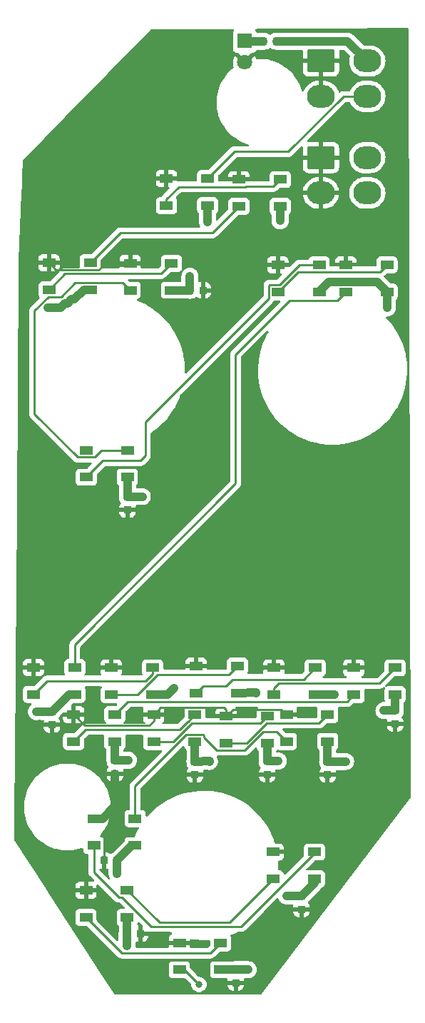
<source format=gbr>
%TF.GenerationSoftware,KiCad,Pcbnew,(6.0.9)*%
%TF.CreationDate,2022-12-07T11:41:57-09:00*%
%TF.ProjectId,APU Panel,41505520-5061-46e6-956c-2e6b69636164,rev?*%
%TF.SameCoordinates,Original*%
%TF.FileFunction,Copper,L1,Top*%
%TF.FilePolarity,Positive*%
%FSLAX46Y46*%
G04 Gerber Fmt 4.6, Leading zero omitted, Abs format (unit mm)*
G04 Created by KiCad (PCBNEW (6.0.9)) date 2022-12-07 11:41:57*
%MOMM*%
%LPD*%
G01*
G04 APERTURE LIST*
G04 Aperture macros list*
%AMRoundRect*
0 Rectangle with rounded corners*
0 $1 Rounding radius*
0 $2 $3 $4 $5 $6 $7 $8 $9 X,Y pos of 4 corners*
0 Add a 4 corners polygon primitive as box body*
4,1,4,$2,$3,$4,$5,$6,$7,$8,$9,$2,$3,0*
0 Add four circle primitives for the rounded corners*
1,1,$1+$1,$2,$3*
1,1,$1+$1,$4,$5*
1,1,$1+$1,$6,$7*
1,1,$1+$1,$8,$9*
0 Add four rect primitives between the rounded corners*
20,1,$1+$1,$2,$3,$4,$5,0*
20,1,$1+$1,$4,$5,$6,$7,0*
20,1,$1+$1,$6,$7,$8,$9,0*
20,1,$1+$1,$8,$9,$2,$3,0*%
G04 Aperture macros list end*
%TA.AperFunction,ComponentPad*%
%ADD10O,3.300000X2.700000*%
%TD*%
%TA.AperFunction,ComponentPad*%
%ADD11RoundRect,0.250001X-1.399999X1.099999X-1.399999X-1.099999X1.399999X-1.099999X1.399999X1.099999X0*%
%TD*%
%TA.AperFunction,SMDPad,CuDef*%
%ADD12RoundRect,0.218750X-0.218750X-0.256250X0.218750X-0.256250X0.218750X0.256250X-0.218750X0.256250X0*%
%TD*%
%TA.AperFunction,SMDPad,CuDef*%
%ADD13RoundRect,0.218750X0.256250X-0.218750X0.256250X0.218750X-0.256250X0.218750X-0.256250X-0.218750X0*%
%TD*%
%TA.AperFunction,SMDPad,CuDef*%
%ADD14RoundRect,0.218750X0.218750X0.256250X-0.218750X0.256250X-0.218750X-0.256250X0.218750X-0.256250X0*%
%TD*%
%TA.AperFunction,ComponentPad*%
%ADD15C,1.800000*%
%TD*%
%TA.AperFunction,ComponentPad*%
%ADD16R,1.800000X1.800000*%
%TD*%
%TA.AperFunction,SMDPad,CuDef*%
%ADD17R,1.500000X1.000000*%
%TD*%
%TA.AperFunction,ViaPad*%
%ADD18C,0.800000*%
%TD*%
%TA.AperFunction,Conductor*%
%ADD19C,0.250000*%
%TD*%
%TA.AperFunction,Conductor*%
%ADD20C,1.000000*%
%TD*%
G04 APERTURE END LIST*
D10*
%TO.P,J2,4,Pin_4*%
%TO.N,/DATAOUT*%
X110539160Y-74870420D03*
%TO.P,J2,3,Pin_3*%
%TO.N,/LEDGND*%
X110539160Y-70670420D03*
%TO.P,J2,2,Pin_2*%
%TO.N,/LED+5V*%
X105039160Y-74870420D03*
D11*
%TO.P,J2,1,Pin_1*%
X105039160Y-70670420D03*
%TD*%
D10*
%TO.P,J1,4,Pin_4*%
%TO.N,/DATAIN*%
X110539160Y-63427720D03*
%TO.P,J1,3,Pin_3*%
%TO.N,/LEDGND*%
X110539160Y-59227720D03*
%TO.P,J1,2,Pin_2*%
%TO.N,/LED+5V*%
X105039160Y-63427720D03*
D11*
%TO.P,J1,1,Pin_1*%
X105039160Y-59227720D03*
%TD*%
D12*
%TO.P,C5,2*%
%TO.N,/LEDGND*%
X80837500Y-154050000D03*
%TO.P,C5,1*%
%TO.N,/LED+5V*%
X79262500Y-154050000D03*
%TD*%
D13*
%TO.P,C2,2*%
%TO.N,/LEDGND*%
X94919800Y-166987220D03*
%TO.P,C2,1*%
%TO.N,/LED+5V*%
X94919800Y-168562220D03*
%TD*%
D14*
%TO.P,C13,2*%
%TO.N,/LEDGND*%
X89484100Y-86418420D03*
%TO.P,C13,1*%
%TO.N,/LED+5V*%
X91059100Y-86418420D03*
%TD*%
D13*
%TO.P,C12,2*%
%TO.N,/LEDGND*%
X82069940Y-110878620D03*
%TO.P,C12,1*%
%TO.N,/LED+5V*%
X82069940Y-112453620D03*
%TD*%
%TO.P,C11,2*%
%TO.N,/LEDGND*%
X113845340Y-136255660D03*
%TO.P,C11,1*%
%TO.N,/LED+5V*%
X113845340Y-137830660D03*
%TD*%
%TO.P,C10,2*%
%TO.N,/LEDGND*%
X73098660Y-136387840D03*
%TO.P,C10,1*%
%TO.N,/LED+5V*%
X73098660Y-137962840D03*
%TD*%
%TO.P,C9,2*%
%TO.N,/LEDGND*%
X105826560Y-142295880D03*
%TO.P,C9,1*%
%TO.N,/LED+5V*%
X105826560Y-143870880D03*
%TD*%
%TO.P,C8,2*%
%TO.N,/LEDGND*%
X98651060Y-142270380D03*
%TO.P,C8,1*%
%TO.N,/LED+5V*%
X98651060Y-143845380D03*
%TD*%
%TO.P,C7,2*%
%TO.N,/LEDGND*%
X90070940Y-142290700D03*
%TO.P,C7,1*%
%TO.N,/LED+5V*%
X90070940Y-143865700D03*
%TD*%
%TO.P,C6,2*%
%TO.N,/LEDGND*%
X80581500Y-142151000D03*
%TO.P,C6,1*%
%TO.N,/LED+5V*%
X80581500Y-143726000D03*
%TD*%
%TO.P,C4,2*%
%TO.N,/LEDGND*%
X102715060Y-158244540D03*
%TO.P,C4,1*%
%TO.N,/LED+5V*%
X102715060Y-159819540D03*
%TD*%
D14*
%TO.P,C3,2*%
%TO.N,/LEDGND*%
X82024220Y-162709860D03*
%TO.P,C3,1*%
%TO.N,/LED+5V*%
X83599220Y-162709860D03*
%TD*%
D12*
%TO.P,R1,2*%
%TO.N,/LEDGND*%
X99789180Y-56875680D03*
%TO.P,R1,1*%
%TO.N,Net-(D21-Pad1)*%
X98214180Y-56875680D03*
%TD*%
D15*
%TO.P,D21,2,A*%
%TO.N,/LED+5V*%
X95999300Y-59395360D03*
D16*
%TO.P,D21,1,K*%
%TO.N,Net-(D21-Pad1)*%
X95999300Y-56855360D03*
%TD*%
D17*
%TO.P,D20,1,VDD*%
%TO.N,/LED+5V*%
X77153600Y-105384800D03*
%TO.P,D20,2,DOUT*%
%TO.N,Net-(D20-Pad2)*%
X77153600Y-108584800D03*
%TO.P,D20,4,DIN*%
%TO.N,Net-(D20-Pad4)*%
X82053600Y-105384800D03*
%TO.P,D20,3,VSS*%
%TO.N,/LEDGND*%
X82053600Y-108584800D03*
%TD*%
%TO.P,D6,1,VDD*%
%TO.N,/LED+5V*%
X107977600Y-83413600D03*
%TO.P,D6,2,DOUT*%
%TO.N,Net-(D6-Pad2)*%
X107977600Y-86613600D03*
%TO.P,D6,4,DIN*%
%TO.N,Net-(D5-Pad2)*%
X112877600Y-83413600D03*
%TO.P,D6,3,VSS*%
%TO.N,/LEDGND*%
X112877600Y-86613600D03*
%TD*%
%TO.P,D5,1,VDD*%
%TO.N,/LED+5V*%
X99923600Y-83413600D03*
%TO.P,D5,2,DOUT*%
%TO.N,Net-(D5-Pad2)*%
X99923600Y-86613600D03*
%TO.P,D5,4,DIN*%
%TO.N,Net-(D20-Pad2)*%
X104823600Y-83413600D03*
%TO.P,D5,3,VSS*%
%TO.N,/LEDGND*%
X104823600Y-86613600D03*
%TD*%
%TO.P,D11,1,VDD*%
%TO.N,/LED+5V*%
X108954400Y-131191200D03*
%TO.P,D11,2,DOUT*%
%TO.N,Net-(D11-Pad2)*%
X108954400Y-134391200D03*
%TO.P,D11,4,DIN*%
%TO.N,Net-(D10-Pad2)*%
X113854400Y-131191200D03*
%TO.P,D11,3,VSS*%
%TO.N,/LEDGND*%
X113854400Y-134391200D03*
%TD*%
%TO.P,D19,1,VDD*%
%TO.N,/LED+5V*%
X88228000Y-163804800D03*
%TO.P,D19,2,DOUT*%
%TO.N,/DATAOUT*%
X88228000Y-167004800D03*
%TO.P,D19,4,DIN*%
%TO.N,Net-(D18-Pad2)*%
X93128000Y-163804800D03*
%TO.P,D19,3,VSS*%
%TO.N,/LEDGND*%
X93128000Y-167004800D03*
%TD*%
%TO.P,D18,1,VDD*%
%TO.N,/LED+5V*%
X77142000Y-157581600D03*
%TO.P,D18,2,DOUT*%
%TO.N,Net-(D18-Pad2)*%
X77142000Y-160781600D03*
%TO.P,D18,4,DIN*%
%TO.N,Net-(D17-Pad2)*%
X82042000Y-157581600D03*
%TO.P,D18,3,VSS*%
%TO.N,/LEDGND*%
X82042000Y-160781600D03*
%TD*%
%TO.P,D17,1,VDD*%
%TO.N,/LED+5V*%
X99353200Y-153035200D03*
%TO.P,D17,2,DOUT*%
%TO.N,Net-(D17-Pad2)*%
X99353200Y-156235200D03*
%TO.P,D17,4,DIN*%
%TO.N,Net-(D16-Pad2)*%
X104253200Y-153035200D03*
%TO.P,D17,3,VSS*%
%TO.N,/LEDGND*%
X104253200Y-156235200D03*
%TD*%
%TO.P,D16,1,VDD*%
%TO.N,/LED+5V*%
X78068000Y-149072800D03*
%TO.P,D16,2,DOUT*%
%TO.N,Net-(D16-Pad2)*%
X78068000Y-152272800D03*
%TO.P,D16,4,DIN*%
%TO.N,Net-(D15-Pad2)*%
X82968000Y-149072800D03*
%TO.P,D16,3,VSS*%
%TO.N,/LEDGND*%
X82968000Y-152272800D03*
%TD*%
%TO.P,D15,1,VDD*%
%TO.N,/LED+5V*%
X100928000Y-136728400D03*
%TO.P,D15,2,DOUT*%
%TO.N,Net-(D15-Pad2)*%
X100928000Y-139928400D03*
%TO.P,D15,4,DIN*%
%TO.N,Net-(D14-Pad2)*%
X105828000Y-136728400D03*
%TO.P,D15,3,VSS*%
%TO.N,/LEDGND*%
X105828000Y-139928400D03*
%TD*%
%TO.P,D14,1,VDD*%
%TO.N,/LED+5V*%
X93765200Y-136931600D03*
%TO.P,D14,2,DOUT*%
%TO.N,Net-(D14-Pad2)*%
X93765200Y-140131600D03*
%TO.P,D14,4,DIN*%
%TO.N,Net-(D13-Pad2)*%
X98665200Y-136931600D03*
%TO.P,D14,3,VSS*%
%TO.N,/LEDGND*%
X98665200Y-140131600D03*
%TD*%
%TO.P,D13,1,VDD*%
%TO.N,/LED+5V*%
X85180000Y-136728400D03*
%TO.P,D13,2,DOUT*%
%TO.N,Net-(D13-Pad2)*%
X85180000Y-139928400D03*
%TO.P,D13,4,DIN*%
%TO.N,Net-(D12-Pad2)*%
X90080000Y-136728400D03*
%TO.P,D13,3,VSS*%
%TO.N,/LEDGND*%
X90080000Y-139928400D03*
%TD*%
%TO.P,D12,1,VDD*%
%TO.N,/LED+5V*%
X75680400Y-136728400D03*
%TO.P,D12,2,DOUT*%
%TO.N,Net-(D12-Pad2)*%
X75680400Y-139928400D03*
%TO.P,D12,4,DIN*%
%TO.N,Net-(D11-Pad2)*%
X80580400Y-136728400D03*
%TO.P,D12,3,VSS*%
%TO.N,/LEDGND*%
X80580400Y-139928400D03*
%TD*%
%TO.P,D10,1,VDD*%
%TO.N,/LED+5V*%
X99454800Y-131191200D03*
%TO.P,D10,2,DOUT*%
%TO.N,Net-(D10-Pad2)*%
X99454800Y-134391200D03*
%TO.P,D10,4,DIN*%
%TO.N,Net-(D10-Pad4)*%
X104354800Y-131191200D03*
%TO.P,D10,3,VSS*%
%TO.N,/LEDGND*%
X104354800Y-134391200D03*
%TD*%
%TO.P,D9,1,VDD*%
%TO.N,/LED+5V*%
X90209200Y-130988000D03*
%TO.P,D9,2,DOUT*%
%TO.N,Net-(D10-Pad4)*%
X90209200Y-134188000D03*
%TO.P,D9,4,DIN*%
%TO.N,Net-(D8-Pad2)*%
X95109200Y-130988000D03*
%TO.P,D9,3,VSS*%
%TO.N,/LEDGND*%
X95109200Y-134188000D03*
%TD*%
%TO.P,D8,1,VDD*%
%TO.N,/LED+5V*%
X80150800Y-131191200D03*
%TO.P,D8,2,DOUT*%
%TO.N,Net-(D8-Pad2)*%
X80150800Y-134391200D03*
%TO.P,D8,4,DIN*%
%TO.N,Net-(D7-Pad2)*%
X85050800Y-131191200D03*
%TO.P,D8,3,VSS*%
%TO.N,/LEDGND*%
X85050800Y-134391200D03*
%TD*%
%TO.P,D7,1,VDD*%
%TO.N,/LED+5V*%
X70905200Y-131140400D03*
%TO.P,D7,2,DOUT*%
%TO.N,Net-(D7-Pad2)*%
X70905200Y-134340400D03*
%TO.P,D7,4,DIN*%
%TO.N,Net-(D6-Pad2)*%
X75805200Y-131140400D03*
%TO.P,D7,3,VSS*%
%TO.N,/LEDGND*%
X75805200Y-134340400D03*
%TD*%
%TO.P,D4,1,VDD*%
%TO.N,/LED+5V*%
X82386000Y-83210400D03*
%TO.P,D4,2,DOUT*%
%TO.N,Net-(D20-Pad4)*%
X82386000Y-86410400D03*
%TO.P,D4,4,DIN*%
%TO.N,Net-(D3-Pad2)*%
X87286000Y-83210400D03*
%TO.P,D4,3,VSS*%
%TO.N,/LEDGND*%
X87286000Y-86410400D03*
%TD*%
%TO.P,D3,1,VDD*%
%TO.N,/LED+5V*%
X72745600Y-83159600D03*
%TO.P,D3,2,DOUT*%
%TO.N,Net-(D3-Pad2)*%
X72745600Y-86359600D03*
%TO.P,D3,4,DIN*%
%TO.N,Net-(D2-Pad2)*%
X77645600Y-83159600D03*
%TO.P,D3,3,VSS*%
%TO.N,/LEDGND*%
X77645600Y-86359600D03*
%TD*%
%TO.P,D2,1,VDD*%
%TO.N,/LED+5V*%
X95289200Y-73279200D03*
%TO.P,D2,2,DOUT*%
%TO.N,Net-(D2-Pad2)*%
X95289200Y-76479200D03*
%TO.P,D2,4,DIN*%
%TO.N,Net-(D1-Pad2)*%
X100189200Y-73279200D03*
%TO.P,D2,3,VSS*%
%TO.N,/LEDGND*%
X100189200Y-76479200D03*
%TD*%
%TO.P,D1,1,VDD*%
%TO.N,/LED+5V*%
X86692400Y-73152400D03*
%TO.P,D1,2,DOUT*%
%TO.N,Net-(D1-Pad2)*%
X86692400Y-76352400D03*
%TO.P,D1,4,DIN*%
%TO.N,/DATAIN*%
X91592400Y-73152400D03*
%TO.P,D1,3,VSS*%
%TO.N,/LEDGND*%
X91592400Y-76352400D03*
%TD*%
D18*
%TO.N,/LEDGND*%
X96393000Y-166987220D03*
X82016600Y-164195760D03*
X100944680Y-158224220D03*
X82181800Y-142151000D03*
X91795600Y-142283180D03*
X99982020Y-142242540D03*
X107965240Y-142295880D03*
X71262240Y-136362440D03*
X112514380Y-136253220D03*
X83822540Y-110878620D03*
X87579200Y-133637020D03*
X97312480Y-134157720D03*
X106609080Y-134391200D03*
X112892840Y-88516460D03*
X91564460Y-78325980D03*
X100189200Y-78179760D03*
X89484100Y-84734300D03*
X80837500Y-155587500D03*
X72600000Y-88450000D03*
%TO.N,/DATAOUT*%
X90556080Y-168752520D03*
%TD*%
D19*
%TO.N,Net-(D1-Pad2)*%
X86692400Y-75602400D02*
X88157280Y-74137520D01*
X86692400Y-76352400D02*
X86692400Y-75602400D01*
X99364199Y-74104201D02*
X100189200Y-73279200D01*
X96121519Y-74104201D02*
X99364199Y-74104201D01*
X96088200Y-74137520D02*
X96121519Y-74104201D01*
X88157280Y-74137520D02*
X96088200Y-74137520D01*
%TO.N,Net-(D2-Pad2)*%
X95289200Y-76479200D02*
X92159720Y-79608680D01*
X81196520Y-79608680D02*
X77645600Y-83159600D01*
X92159720Y-79608680D02*
X81196520Y-79608680D01*
%TO.N,Net-(D3-Pad2)*%
X86061789Y-84434611D02*
X87286000Y-83210400D01*
X74670589Y-84434611D02*
X86061789Y-84434611D01*
X72745600Y-86359600D02*
X74670589Y-84434611D01*
%TO.N,Net-(D5-Pad2)*%
X112052599Y-84238601D02*
X112877600Y-83413600D01*
X102298599Y-84238601D02*
X112052599Y-84238601D01*
X99923600Y-86613600D02*
X102298599Y-84238601D01*
%TO.N,Net-(D6-Pad2)*%
X75805200Y-131140400D02*
X75805200Y-128444800D01*
X75805200Y-128444800D02*
X94900000Y-109350000D01*
X94900000Y-109350000D02*
X94900000Y-94050000D01*
X94900000Y-94050000D02*
X101300000Y-87650000D01*
X106941200Y-87650000D02*
X107977600Y-86613600D01*
X101300000Y-87650000D02*
X106941200Y-87650000D01*
%TO.N,Net-(D7-Pad2)*%
X85050800Y-131941200D02*
X84233820Y-132758180D01*
X85050800Y-131191200D02*
X85050800Y-131941200D01*
X72487420Y-132758180D02*
X70905200Y-134340400D01*
X84233820Y-132758180D02*
X72487420Y-132758180D01*
%TO.N,Net-(D8-Pad2)*%
X85612209Y-132016201D02*
X94080999Y-132016201D01*
X94080999Y-132016201D02*
X95109200Y-130988000D01*
X83237210Y-134391200D02*
X85612209Y-132016201D01*
X80150800Y-134391200D02*
X83237210Y-134391200D01*
%TO.N,Net-(D10-Pad4)*%
X91034201Y-133362999D02*
X93781581Y-133362999D01*
X90209200Y-134188000D02*
X91034201Y-133362999D01*
X93781581Y-133362999D02*
X94561660Y-132582920D01*
X102963080Y-132582920D02*
X104354800Y-131191200D01*
X94561660Y-132582920D02*
X102963080Y-132582920D01*
%TO.N,Net-(D10-Pad2)*%
X100063070Y-133032930D02*
X112012670Y-133032930D01*
X99454800Y-133641200D02*
X100063070Y-133032930D01*
X112012670Y-133032930D02*
X113854400Y-131191200D01*
X99454800Y-134391200D02*
X99454800Y-133641200D01*
%TO.N,Net-(D11-Pad2)*%
X82092599Y-135216201D02*
X80580400Y-136728400D01*
X108129399Y-135216201D02*
X82092599Y-135216201D01*
X108954400Y-134391200D02*
X108129399Y-135216201D01*
%TO.N,Net-(D12-Pad2)*%
X89254999Y-137553401D02*
X89217799Y-137553401D01*
X90080000Y-136728400D02*
X89254999Y-137553401D01*
X89217799Y-137553401D02*
X88267540Y-138503660D01*
X77105140Y-138503660D02*
X75680400Y-139928400D01*
X88267540Y-138503660D02*
X77105140Y-138503660D01*
%TO.N,Net-(D13-Pad2)*%
X97840199Y-137756601D02*
X98665200Y-136931600D01*
X89688209Y-137756601D02*
X97840199Y-137756601D01*
X87516410Y-139928400D02*
X89688209Y-137756601D01*
X85180000Y-139928400D02*
X87516410Y-139928400D01*
%TO.N,Net-(D14-Pad2)*%
X104799799Y-137756601D02*
X105828000Y-136728400D01*
X98570079Y-137756601D02*
X104799799Y-137756601D01*
X96195080Y-140131600D02*
X98570079Y-137756601D01*
X93765200Y-140131600D02*
X96195080Y-140131600D01*
%TO.N,Net-(D15-Pad2)*%
X82968000Y-145205398D02*
X82968000Y-149072800D01*
X89069999Y-139103399D02*
X82968000Y-145205398D01*
X91155001Y-139168399D02*
X91090001Y-139103399D01*
X91155001Y-139435321D02*
X91155001Y-139168399D01*
X92676281Y-140956601D02*
X91155001Y-139435321D01*
X91090001Y-139103399D02*
X89069999Y-139103399D01*
X96006489Y-140956601D02*
X92676281Y-140956601D01*
X98181865Y-138781225D02*
X96006489Y-140956601D01*
X99780825Y-138781225D02*
X98181865Y-138781225D01*
X100928000Y-139928400D02*
X99780825Y-138781225D01*
%TO.N,Net-(D16-Pad2)*%
X78068000Y-155442602D02*
X78068000Y-152272800D01*
X81031999Y-158406601D02*
X78068000Y-155442602D01*
X81434441Y-158406601D02*
X81031999Y-158406601D01*
X84889659Y-161861819D02*
X81434441Y-158406601D01*
X104253200Y-153170202D02*
X95561583Y-161861819D01*
X95561583Y-161861819D02*
X84889659Y-161861819D01*
X104253200Y-153035200D02*
X104253200Y-153170202D01*
%TO.N,Net-(D17-Pad2)*%
X85872210Y-161411810D02*
X82042000Y-157581600D01*
X94176590Y-161411810D02*
X85872210Y-161411810D01*
X99353200Y-156235200D02*
X94176590Y-161411810D01*
%TO.N,Net-(D18-Pad2)*%
X91912031Y-165020769D02*
X93128000Y-163804800D01*
X81381169Y-165020769D02*
X91912031Y-165020769D01*
X77142000Y-160781600D02*
X81381169Y-165020769D01*
%TO.N,Net-(D20-Pad4)*%
X81510199Y-85534599D02*
X82386000Y-86410400D01*
X74198659Y-87184601D02*
X75848661Y-85534599D01*
X75848661Y-85534599D02*
X81510199Y-85534599D01*
X72698659Y-87184601D02*
X74198659Y-87184601D01*
X71034999Y-101101201D02*
X71034999Y-88848261D01*
X71034999Y-88848261D02*
X72698659Y-87184601D01*
X76143599Y-106209801D02*
X71034999Y-101101201D01*
X78163601Y-106209801D02*
X76143599Y-106209801D01*
X78988602Y-105384800D02*
X78163601Y-106209801D01*
X82053600Y-105384800D02*
X78988602Y-105384800D01*
%TO.N,Net-(D20-Pad2)*%
X98848599Y-85853599D02*
X98913599Y-85788599D01*
X98848599Y-87373601D02*
X98848599Y-85853599D01*
X102487190Y-83413600D02*
X104823600Y-83413600D01*
X100112191Y-85788599D02*
X102487190Y-83413600D01*
X98913599Y-85788599D02*
X100112191Y-85788599D01*
X84197540Y-106028140D02*
X84197540Y-102024660D01*
X84197540Y-102024660D02*
X98848599Y-87373601D01*
X79126060Y-106612340D02*
X83613340Y-106612340D01*
X83613340Y-106612340D02*
X84197540Y-106028140D01*
X77153600Y-108584800D02*
X79126060Y-106612340D01*
%TO.N,/LED+5V*%
X78655601Y-83984601D02*
X79192120Y-83448082D01*
X72745600Y-83159600D02*
X73570601Y-83984601D01*
X73570601Y-83984601D02*
X78655601Y-83984601D01*
X82148318Y-83448082D02*
X82386000Y-83210400D01*
X79192120Y-83448082D02*
X82148318Y-83448082D01*
X76970949Y-138018949D02*
X75680400Y-136728400D01*
X84639451Y-138018949D02*
X76970949Y-138018949D01*
X85180000Y-137478400D02*
X84639451Y-138018949D01*
X85180000Y-136728400D02*
X85180000Y-137478400D01*
X86005001Y-135903399D02*
X85180000Y-136728400D01*
X93486999Y-135903399D02*
X86005001Y-135903399D01*
X93765200Y-136181600D02*
X93486999Y-135903399D01*
X93765200Y-136931600D02*
X93765200Y-136181600D01*
X100306199Y-136106599D02*
X100928000Y-136728400D01*
X94590201Y-136106599D02*
X100306199Y-136106599D01*
X93765200Y-136931600D02*
X94590201Y-136106599D01*
D20*
X78068000Y-149072800D02*
X79127200Y-149072800D01*
X79127200Y-149072800D02*
X80581500Y-147618500D01*
D19*
X79262500Y-150943298D02*
X80581500Y-149624298D01*
X79262500Y-154050000D02*
X79262500Y-150943298D01*
D20*
X80581500Y-144081500D02*
X80581500Y-143726000D01*
D19*
X80581500Y-149624298D02*
X80581500Y-144081500D01*
D20*
X80581500Y-147618500D02*
X80581500Y-144081500D01*
D19*
%TO.N,/DATAIN*%
X107707981Y-63427720D02*
X101168861Y-69966840D01*
X110539160Y-63427720D02*
X107707981Y-63427720D01*
X94777960Y-69966840D02*
X91592400Y-73152400D01*
X101168861Y-69966840D02*
X94777960Y-69966840D01*
D20*
%TO.N,/LEDGND*%
X108187120Y-56875680D02*
X110539160Y-59227720D01*
X99789180Y-56875680D02*
X108187120Y-56875680D01*
X94902220Y-167004800D02*
X94919800Y-166987220D01*
X93128000Y-167004800D02*
X94902220Y-167004800D01*
X94919800Y-166987220D02*
X96393000Y-166987220D01*
X96393000Y-166987220D02*
X96393000Y-166987220D01*
X82042000Y-162692080D02*
X82024220Y-162709860D01*
X82042000Y-160781600D02*
X82042000Y-162692080D01*
X82024220Y-162709860D02*
X82016600Y-164195760D01*
X82016600Y-164195760D02*
X82024220Y-164188140D01*
X104253200Y-156706400D02*
X102715060Y-158244540D01*
X104253200Y-156235200D02*
X104253200Y-156706400D01*
X102715060Y-158244540D02*
X100944680Y-158224220D01*
X100944680Y-158224220D02*
X100965000Y-158244540D01*
X80580400Y-142149900D02*
X80581500Y-142151000D01*
X80580400Y-139928400D02*
X80580400Y-142149900D01*
X80581500Y-142151000D02*
X82181800Y-142151000D01*
X82181800Y-142151000D02*
X82181800Y-142151000D01*
X90080000Y-142281640D02*
X90070940Y-142290700D01*
X90080000Y-139928400D02*
X90080000Y-142281640D01*
X90070940Y-142290700D02*
X91795600Y-142283180D01*
X91795600Y-142283180D02*
X91788080Y-142290700D01*
X98665200Y-142256240D02*
X98651060Y-142270380D01*
X98665200Y-140131600D02*
X98665200Y-142256240D01*
X98651060Y-142270380D02*
X99982020Y-142242540D01*
X99982020Y-142242540D02*
X99954180Y-142270380D01*
X105828000Y-142294440D02*
X105826560Y-142295880D01*
X105828000Y-139928400D02*
X105828000Y-142294440D01*
X105826560Y-142295880D02*
X107965240Y-142295880D01*
X107965240Y-142295880D02*
X107965240Y-142295880D01*
X75146100Y-134340400D02*
X73098660Y-136387840D01*
X75805200Y-134340400D02*
X75146100Y-134340400D01*
X73098660Y-136387840D02*
X71262240Y-136362440D01*
X71262240Y-136362440D02*
X71287640Y-136387840D01*
X113845340Y-134400260D02*
X113854400Y-134391200D01*
X113845340Y-136255660D02*
X113845340Y-134400260D01*
X113845340Y-136255660D02*
X112514380Y-136253220D01*
X112514380Y-136253220D02*
X112516820Y-136255660D01*
X82069940Y-108810426D02*
X82174583Y-108705783D01*
X82069940Y-110878620D02*
X82069940Y-108810426D01*
X82069940Y-110878620D02*
X83822540Y-110878620D01*
X83822540Y-110878620D02*
X83822540Y-110878620D01*
X89476080Y-86410400D02*
X89484100Y-86418420D01*
X87286000Y-86410400D02*
X89476080Y-86410400D01*
X85050800Y-134391200D02*
X86825020Y-134391200D01*
X86825020Y-134391200D02*
X87579200Y-133637020D01*
X87579200Y-133637020D02*
X87579200Y-133637020D01*
X95109200Y-134188000D02*
X97312480Y-134157720D01*
X97312480Y-134157720D02*
X97302120Y-134188000D01*
X104354800Y-134391200D02*
X106609080Y-134391200D01*
X106609080Y-134391200D02*
X106609080Y-134391200D01*
X112877600Y-86613600D02*
X112892840Y-88516460D01*
X112892840Y-88516460D02*
X112877600Y-88501220D01*
X91592400Y-76352400D02*
X91564460Y-78325980D01*
X91564460Y-78325980D02*
X91592400Y-78298040D01*
X100189200Y-76479200D02*
X100189200Y-78179760D01*
X100189200Y-78179760D02*
X100189200Y-78179760D01*
X89484100Y-86418420D02*
X89484100Y-84734300D01*
X89484100Y-84734300D02*
X89484100Y-84734300D01*
X104823600Y-86613600D02*
X104763600Y-86613600D01*
X105963601Y-85413599D02*
X111677599Y-85413599D01*
X111677599Y-85413599D02*
X112877600Y-86613600D01*
X104763600Y-86613600D02*
X105963601Y-85413599D01*
X82614700Y-152272800D02*
X80837500Y-154050000D01*
X82968000Y-152272800D02*
X82614700Y-152272800D01*
X80837500Y-154050000D02*
X80837500Y-155587500D01*
X80837500Y-155587500D02*
X80837500Y-155587500D01*
X77645600Y-86359600D02*
X76890400Y-86359600D01*
X76890400Y-86359600D02*
X75750000Y-87500000D01*
X75750000Y-87500000D02*
X75400000Y-87500000D01*
X75400000Y-87500000D02*
X74950000Y-87950000D01*
X74950000Y-87950000D02*
X74600000Y-87950000D01*
X74600000Y-87950000D02*
X74100000Y-88450000D01*
X74100000Y-88450000D02*
X73250000Y-88450000D01*
X73250000Y-88450000D02*
X72600000Y-88450000D01*
X72600000Y-88450000D02*
X72600000Y-88450000D01*
D19*
%TO.N,/DATAOUT*%
X88228000Y-167004800D02*
X88808360Y-167004800D01*
X88808360Y-167004800D02*
X90556080Y-168752520D01*
X90556080Y-168752520D02*
X90556080Y-168752520D01*
D20*
%TO.N,Net-(D21-Pad1)*%
X96019620Y-56875680D02*
X95999300Y-56855360D01*
X98214180Y-56875680D02*
X96019620Y-56875680D01*
%TD*%
%TA.AperFunction,Conductor*%
%TO.N,/LED+5V*%
G36*
X115411264Y-55344453D02*
G01*
X115458017Y-55397882D01*
X115469659Y-55450432D01*
X115721309Y-146497524D01*
X115701495Y-146565700D01*
X115695721Y-146573987D01*
X98032389Y-169875615D01*
X97975298Y-169917819D01*
X97931977Y-169925500D01*
X80607981Y-169925500D01*
X80539860Y-169905498D01*
X80502396Y-169868260D01*
X78994595Y-167552934D01*
X86969500Y-167552934D01*
X86976255Y-167615116D01*
X87027385Y-167751505D01*
X87114739Y-167868061D01*
X87231295Y-167955415D01*
X87367684Y-168006545D01*
X87429866Y-168013300D01*
X88868766Y-168013300D01*
X88936887Y-168033302D01*
X88957861Y-168050205D01*
X89608958Y-168701302D01*
X89642984Y-168763614D01*
X89645172Y-168777223D01*
X89662538Y-168942448D01*
X89721553Y-169124076D01*
X89817040Y-169289464D01*
X89944827Y-169431386D01*
X90099328Y-169543638D01*
X90105356Y-169546322D01*
X90105358Y-169546323D01*
X90267761Y-169618629D01*
X90273792Y-169621314D01*
X90367193Y-169641167D01*
X90454136Y-169659648D01*
X90454141Y-169659648D01*
X90460593Y-169661020D01*
X90651567Y-169661020D01*
X90658019Y-169659648D01*
X90658024Y-169659648D01*
X90744967Y-169641167D01*
X90838368Y-169621314D01*
X90844399Y-169618629D01*
X91006802Y-169546323D01*
X91006804Y-169546322D01*
X91012832Y-169543638D01*
X91167333Y-169431386D01*
X91295120Y-169289464D01*
X91390607Y-169124076D01*
X91449622Y-168942448D01*
X91461541Y-168829041D01*
X93936958Y-168829041D01*
X93937137Y-168832502D01*
X93946604Y-168923741D01*
X93949497Y-168937137D01*
X93998630Y-169084407D01*
X94004804Y-169097586D01*
X94086270Y-169229234D01*
X94095306Y-169240635D01*
X94204880Y-169350018D01*
X94216291Y-169359030D01*
X94348091Y-169440273D01*
X94361268Y-169446417D01*
X94508643Y-169495299D01*
X94522010Y-169498165D01*
X94612070Y-169507392D01*
X94618485Y-169507720D01*
X94647685Y-169507720D01*
X94662924Y-169503245D01*
X94664129Y-169501855D01*
X94665800Y-169494172D01*
X94665800Y-169489605D01*
X95173800Y-169489605D01*
X95178275Y-169504844D01*
X95179665Y-169506049D01*
X95187348Y-169507720D01*
X95221066Y-169507720D01*
X95227582Y-169507383D01*
X95318821Y-169497916D01*
X95332217Y-169495023D01*
X95479487Y-169445890D01*
X95492666Y-169439716D01*
X95624314Y-169358250D01*
X95635715Y-169349214D01*
X95745098Y-169239640D01*
X95754110Y-169228229D01*
X95835353Y-169096429D01*
X95841497Y-169083252D01*
X95890379Y-168935877D01*
X95893245Y-168922510D01*
X95902414Y-168833020D01*
X95898325Y-168819096D01*
X95896935Y-168817891D01*
X95889252Y-168816220D01*
X95191915Y-168816220D01*
X95176676Y-168820695D01*
X95175471Y-168822085D01*
X95173800Y-168829768D01*
X95173800Y-169489605D01*
X94665800Y-169489605D01*
X94665800Y-168834335D01*
X94661325Y-168819096D01*
X94659935Y-168817891D01*
X94652252Y-168816220D01*
X93954915Y-168816220D01*
X93939676Y-168820695D01*
X93938471Y-168822085D01*
X93936958Y-168829041D01*
X91461541Y-168829041D01*
X91469584Y-168752520D01*
X91449622Y-168562592D01*
X91390607Y-168380964D01*
X91295120Y-168215576D01*
X91270798Y-168188563D01*
X91171755Y-168078565D01*
X91171754Y-168078564D01*
X91167333Y-168073654D01*
X91062844Y-167997738D01*
X91018174Y-167965283D01*
X91018173Y-167965282D01*
X91012832Y-167961402D01*
X91006804Y-167958718D01*
X91006802Y-167958717D01*
X90844399Y-167886411D01*
X90844398Y-167886411D01*
X90838368Y-167883726D01*
X90744967Y-167863873D01*
X90658024Y-167845392D01*
X90658019Y-167845392D01*
X90651567Y-167844020D01*
X90595675Y-167844020D01*
X90527554Y-167824018D01*
X90506580Y-167807115D01*
X90252399Y-167552934D01*
X91869500Y-167552934D01*
X91876255Y-167615116D01*
X91927385Y-167751505D01*
X92014739Y-167868061D01*
X92131295Y-167955415D01*
X92267684Y-168006545D01*
X92329866Y-168013300D01*
X93832811Y-168013300D01*
X93900932Y-168033302D01*
X93947425Y-168086958D01*
X93957529Y-168157232D01*
X93952404Y-168178967D01*
X93949221Y-168188563D01*
X93946355Y-168201930D01*
X93937186Y-168291420D01*
X93941275Y-168305344D01*
X93942665Y-168306549D01*
X93950348Y-168308220D01*
X95884685Y-168308220D01*
X95899924Y-168303745D01*
X95901129Y-168302355D01*
X95902642Y-168295399D01*
X95902463Y-168291938D01*
X95892996Y-168200699D01*
X95890102Y-168187297D01*
X95881527Y-168161597D01*
X95878941Y-168090647D01*
X95915125Y-168029563D01*
X95978589Y-167997738D01*
X96001050Y-167995720D01*
X96442769Y-167995720D01*
X96445825Y-167995420D01*
X96445832Y-167995420D01*
X96504340Y-167989683D01*
X96589833Y-167981300D01*
X96595734Y-167979518D01*
X96595736Y-167979518D01*
X96693407Y-167950029D01*
X96779169Y-167924136D01*
X96953796Y-167831286D01*
X97061926Y-167743097D01*
X97102287Y-167710180D01*
X97102290Y-167710177D01*
X97107062Y-167706285D01*
X97188983Y-167607260D01*
X97229201Y-167558645D01*
X97229203Y-167558641D01*
X97233130Y-167553895D01*
X97327198Y-167379921D01*
X97385682Y-167190988D01*
X97406355Y-166994295D01*
X97388430Y-166797332D01*
X97385400Y-166787035D01*
X97334330Y-166613514D01*
X97332590Y-166607601D01*
X97240960Y-166432330D01*
X97117032Y-166278195D01*
X96965526Y-166151066D01*
X96960128Y-166148099D01*
X96960123Y-166148095D01*
X96797608Y-166058753D01*
X96797609Y-166058753D01*
X96792213Y-166055787D01*
X96786346Y-166053926D01*
X96786344Y-166053925D01*
X96609564Y-165997847D01*
X96609563Y-165997847D01*
X96603694Y-165995985D01*
X96449773Y-165978720D01*
X94981643Y-165978720D01*
X94968036Y-165977983D01*
X94936538Y-165974561D01*
X94936533Y-165974561D01*
X94930412Y-165973896D01*
X94904162Y-165976193D01*
X94880412Y-165978270D01*
X94875586Y-165978599D01*
X94873114Y-165978720D01*
X94870031Y-165978720D01*
X94858062Y-165979894D01*
X94827294Y-165982910D01*
X94825981Y-165983032D01*
X94781716Y-165986905D01*
X94733387Y-165991133D01*
X94728268Y-165992620D01*
X94722967Y-165993140D01*
X94721359Y-165993625D01*
X94721232Y-165992947D01*
X94697671Y-165996300D01*
X92329866Y-165996300D01*
X92267684Y-166003055D01*
X92131295Y-166054185D01*
X92014739Y-166141539D01*
X91927385Y-166258095D01*
X91876255Y-166394484D01*
X91869500Y-166456666D01*
X91869500Y-167552934D01*
X90252399Y-167552934D01*
X89523405Y-166823940D01*
X89489379Y-166761628D01*
X89486500Y-166734845D01*
X89486500Y-166456666D01*
X89479745Y-166394484D01*
X89428615Y-166258095D01*
X89341261Y-166141539D01*
X89224705Y-166054185D01*
X89088316Y-166003055D01*
X89026134Y-165996300D01*
X87429866Y-165996300D01*
X87367684Y-166003055D01*
X87231295Y-166054185D01*
X87114739Y-166141539D01*
X87027385Y-166258095D01*
X86976255Y-166394484D01*
X86969500Y-166456666D01*
X86969500Y-167552934D01*
X78994595Y-167552934D01*
X72855705Y-158126269D01*
X75884001Y-158126269D01*
X75884371Y-158133090D01*
X75889895Y-158183952D01*
X75893521Y-158199204D01*
X75938676Y-158319654D01*
X75947214Y-158335249D01*
X76023715Y-158437324D01*
X76036276Y-158449885D01*
X76138351Y-158526386D01*
X76153946Y-158534924D01*
X76274394Y-158580078D01*
X76289649Y-158583705D01*
X76340514Y-158589231D01*
X76347328Y-158589600D01*
X76869885Y-158589600D01*
X76885124Y-158585125D01*
X76886329Y-158583735D01*
X76888000Y-158576052D01*
X76888000Y-158571484D01*
X77396000Y-158571484D01*
X77400475Y-158586723D01*
X77401865Y-158587928D01*
X77409548Y-158589599D01*
X77936669Y-158589599D01*
X77943490Y-158589229D01*
X77994352Y-158583705D01*
X78009604Y-158580079D01*
X78130054Y-158534924D01*
X78145649Y-158526386D01*
X78247724Y-158449885D01*
X78260285Y-158437324D01*
X78336786Y-158335249D01*
X78345324Y-158319654D01*
X78390478Y-158199206D01*
X78394105Y-158183951D01*
X78399631Y-158133086D01*
X78400000Y-158126272D01*
X78400000Y-157853715D01*
X78395525Y-157838476D01*
X78394135Y-157837271D01*
X78386452Y-157835600D01*
X77414115Y-157835600D01*
X77398876Y-157840075D01*
X77397671Y-157841465D01*
X77396000Y-157849148D01*
X77396000Y-158571484D01*
X76888000Y-158571484D01*
X76888000Y-157853715D01*
X76883525Y-157838476D01*
X76882135Y-157837271D01*
X76874452Y-157835600D01*
X75902116Y-157835600D01*
X75886877Y-157840075D01*
X75885672Y-157841465D01*
X75884001Y-157849148D01*
X75884001Y-158126269D01*
X72855705Y-158126269D01*
X72323794Y-157309485D01*
X75884000Y-157309485D01*
X75888475Y-157324724D01*
X75889865Y-157325929D01*
X75897548Y-157327600D01*
X76869885Y-157327600D01*
X76885124Y-157323125D01*
X76886329Y-157321735D01*
X76888000Y-157314052D01*
X76888000Y-156591716D01*
X76883525Y-156576477D01*
X76882135Y-156575272D01*
X76874452Y-156573601D01*
X76347331Y-156573601D01*
X76340510Y-156573971D01*
X76289648Y-156579495D01*
X76274396Y-156583121D01*
X76153946Y-156628276D01*
X76138351Y-156636814D01*
X76036276Y-156713315D01*
X76023715Y-156725876D01*
X75947214Y-156827951D01*
X75938676Y-156843546D01*
X75893522Y-156963994D01*
X75889895Y-156979249D01*
X75884369Y-157030114D01*
X75884000Y-157036928D01*
X75884000Y-157309485D01*
X72323794Y-157309485D01*
X68653122Y-151672930D01*
X68632710Y-151603231D01*
X68732364Y-138229661D01*
X72115818Y-138229661D01*
X72115997Y-138233122D01*
X72125464Y-138324361D01*
X72128357Y-138337757D01*
X72177490Y-138485027D01*
X72183664Y-138498206D01*
X72265130Y-138629854D01*
X72274166Y-138641255D01*
X72383740Y-138750638D01*
X72395151Y-138759650D01*
X72526951Y-138840893D01*
X72540128Y-138847037D01*
X72687503Y-138895919D01*
X72700870Y-138898785D01*
X72790930Y-138908012D01*
X72797345Y-138908340D01*
X72826545Y-138908340D01*
X72841784Y-138903865D01*
X72842989Y-138902475D01*
X72844660Y-138894792D01*
X72844660Y-138890225D01*
X73352660Y-138890225D01*
X73357135Y-138905464D01*
X73358525Y-138906669D01*
X73366208Y-138908340D01*
X73399926Y-138908340D01*
X73406442Y-138908003D01*
X73497681Y-138898536D01*
X73511077Y-138895643D01*
X73658347Y-138846510D01*
X73671526Y-138840336D01*
X73803174Y-138758870D01*
X73814575Y-138749834D01*
X73923958Y-138640260D01*
X73932970Y-138628849D01*
X74014213Y-138497049D01*
X74020357Y-138483872D01*
X74069239Y-138336497D01*
X74072105Y-138323130D01*
X74081274Y-138233640D01*
X74077185Y-138219716D01*
X74075795Y-138218511D01*
X74068112Y-138216840D01*
X73370775Y-138216840D01*
X73355536Y-138221315D01*
X73354331Y-138222705D01*
X73352660Y-138230388D01*
X73352660Y-138890225D01*
X72844660Y-138890225D01*
X72844660Y-138234955D01*
X72840185Y-138219716D01*
X72838795Y-138218511D01*
X72831112Y-138216840D01*
X72133775Y-138216840D01*
X72118536Y-138221315D01*
X72117331Y-138222705D01*
X72115818Y-138229661D01*
X68732364Y-138229661D01*
X68757260Y-134888534D01*
X69646700Y-134888534D01*
X69653455Y-134950716D01*
X69704585Y-135087105D01*
X69791939Y-135203661D01*
X69908495Y-135291015D01*
X70044884Y-135342145D01*
X70107066Y-135348900D01*
X70555453Y-135348900D01*
X70623574Y-135368902D01*
X70670067Y-135422558D01*
X70680171Y-135492832D01*
X70650677Y-135557412D01*
X70634743Y-135572824D01*
X70632147Y-135574926D01*
X70631135Y-135575737D01*
X70563025Y-135629735D01*
X70563022Y-135629738D01*
X70558191Y-135633568D01*
X70554779Y-135637578D01*
X70550693Y-135640887D01*
X70498126Y-135703981D01*
X70491223Y-135712266D01*
X70490407Y-135713236D01*
X70430027Y-135784200D01*
X70427457Y-135788799D01*
X70424094Y-135792836D01*
X70379501Y-135874624D01*
X70379013Y-135875507D01*
X70372729Y-135886755D01*
X70337883Y-135949124D01*
X70333562Y-135956857D01*
X70331937Y-135961861D01*
X70329418Y-135966481D01*
X70301542Y-136055435D01*
X70301218Y-136056449D01*
X70272471Y-136144963D01*
X70271849Y-136150185D01*
X70270275Y-136155208D01*
X70269610Y-136161327D01*
X70269609Y-136161333D01*
X70260230Y-136247676D01*
X70260086Y-136248948D01*
X70249080Y-136341351D01*
X70249484Y-136346596D01*
X70248916Y-136351828D01*
X70249452Y-136357956D01*
X70249452Y-136357960D01*
X70257030Y-136444585D01*
X70257136Y-136445881D01*
X70258990Y-136469925D01*
X70264279Y-136538543D01*
X70265694Y-136543609D01*
X70266153Y-136548853D01*
X70267873Y-136554773D01*
X70292099Y-136638163D01*
X70292456Y-136639414D01*
X70314509Y-136718356D01*
X70317490Y-136729028D01*
X70319864Y-136733726D01*
X70321331Y-136738776D01*
X70324165Y-136744243D01*
X70324168Y-136744251D01*
X70364133Y-136821350D01*
X70364726Y-136822510D01*
X70403902Y-136900041D01*
X70403908Y-136900051D01*
X70406687Y-136905550D01*
X70409928Y-136909697D01*
X70412348Y-136914366D01*
X70416191Y-136919180D01*
X70470420Y-136987112D01*
X70471227Y-136988135D01*
X70485129Y-137005924D01*
X70528471Y-137061384D01*
X70559659Y-137088297D01*
X70572246Y-137099159D01*
X70579023Y-137105457D01*
X70609715Y-137136149D01*
X70723901Y-137229943D01*
X70898203Y-137323402D01*
X70972130Y-137346004D01*
X71081440Y-137379424D01*
X71081442Y-137379424D01*
X71087338Y-137381227D01*
X71145191Y-137387104D01*
X71277974Y-137400592D01*
X71277979Y-137400592D01*
X71284102Y-137401214D01*
X71466975Y-137383927D01*
X71474867Y-137383181D01*
X71474868Y-137383181D01*
X71481002Y-137382601D01*
X71486911Y-137380840D01*
X71486914Y-137380839D01*
X71489914Y-137379945D01*
X71527645Y-137374708D01*
X72024146Y-137381575D01*
X72091983Y-137402517D01*
X72137730Y-137456811D01*
X72146861Y-137527218D01*
X72141996Y-137547229D01*
X72128082Y-137589180D01*
X72125215Y-137602550D01*
X72116046Y-137692040D01*
X72120135Y-137705964D01*
X72121525Y-137707169D01*
X72129208Y-137708840D01*
X74063545Y-137708840D01*
X74078784Y-137704365D01*
X74079989Y-137702975D01*
X74081502Y-137696019D01*
X74081323Y-137692558D01*
X74071856Y-137601319D01*
X74068963Y-137587923D01*
X74019830Y-137440653D01*
X74013656Y-137427474D01*
X73932190Y-137295826D01*
X73923154Y-137284425D01*
X73911778Y-137273069D01*
X74422401Y-137273069D01*
X74422771Y-137279890D01*
X74428295Y-137330752D01*
X74431921Y-137346004D01*
X74477076Y-137466454D01*
X74485614Y-137482049D01*
X74562115Y-137584124D01*
X74574676Y-137596685D01*
X74676751Y-137673186D01*
X74692346Y-137681724D01*
X74812794Y-137726878D01*
X74828049Y-137730505D01*
X74878914Y-137736031D01*
X74885728Y-137736400D01*
X75408285Y-137736400D01*
X75423524Y-137731925D01*
X75424729Y-137730535D01*
X75426400Y-137722852D01*
X75426400Y-137718284D01*
X75934400Y-137718284D01*
X75938875Y-137733523D01*
X75940265Y-137734728D01*
X75947948Y-137736399D01*
X76475069Y-137736399D01*
X76481890Y-137736029D01*
X76532752Y-137730505D01*
X76548004Y-137726879D01*
X76668454Y-137681724D01*
X76684049Y-137673186D01*
X76786124Y-137596685D01*
X76798685Y-137584124D01*
X76875186Y-137482049D01*
X76883724Y-137466454D01*
X76928878Y-137346006D01*
X76932505Y-137330751D01*
X76938031Y-137279886D01*
X76938400Y-137273072D01*
X76938400Y-137000515D01*
X76933925Y-136985276D01*
X76932535Y-136984071D01*
X76924852Y-136982400D01*
X75952515Y-136982400D01*
X75937276Y-136986875D01*
X75936071Y-136988265D01*
X75934400Y-136995948D01*
X75934400Y-137718284D01*
X75426400Y-137718284D01*
X75426400Y-137000515D01*
X75421925Y-136985276D01*
X75420535Y-136984071D01*
X75412852Y-136982400D01*
X74440516Y-136982400D01*
X74425277Y-136986875D01*
X74424072Y-136988265D01*
X74422401Y-136995948D01*
X74422401Y-137273069D01*
X73911778Y-137273069D01*
X73903502Y-137264807D01*
X73869423Y-137202524D01*
X73874426Y-137131704D01*
X73903346Y-137086617D01*
X73924352Y-137065574D01*
X73929524Y-137060393D01*
X73968490Y-136997179D01*
X74007807Y-136933394D01*
X74018509Y-136916032D01*
X74020813Y-136909086D01*
X74023908Y-136902449D01*
X74025271Y-136903085D01*
X74050435Y-136862300D01*
X74401430Y-136511305D01*
X74463742Y-136477279D01*
X74490525Y-136474400D01*
X75408285Y-136474400D01*
X75423524Y-136469925D01*
X75424729Y-136468535D01*
X75426400Y-136460852D01*
X75426400Y-136456285D01*
X75934400Y-136456285D01*
X75938875Y-136471524D01*
X75940265Y-136472729D01*
X75947948Y-136474400D01*
X76920284Y-136474400D01*
X76935523Y-136469925D01*
X76936728Y-136468535D01*
X76938399Y-136460852D01*
X76938399Y-136183731D01*
X76938029Y-136176910D01*
X76932505Y-136126048D01*
X76928879Y-136110796D01*
X76883724Y-135990346D01*
X76875186Y-135974751D01*
X76798685Y-135872676D01*
X76786124Y-135860115D01*
X76684049Y-135783614D01*
X76668454Y-135775076D01*
X76548006Y-135729922D01*
X76532751Y-135726295D01*
X76481886Y-135720769D01*
X76475072Y-135720400D01*
X75952515Y-135720400D01*
X75937276Y-135724875D01*
X75936071Y-135726265D01*
X75934400Y-135733948D01*
X75934400Y-136456285D01*
X75426400Y-136456285D01*
X75426400Y-135738516D01*
X75421925Y-135723277D01*
X75399656Y-135703981D01*
X75361272Y-135644255D01*
X75361272Y-135573258D01*
X75393073Y-135519661D01*
X75526929Y-135385805D01*
X75589241Y-135351779D01*
X75616024Y-135348900D01*
X76603334Y-135348900D01*
X76665516Y-135342145D01*
X76801905Y-135291015D01*
X76918461Y-135203661D01*
X77005815Y-135087105D01*
X77056945Y-134950716D01*
X77063700Y-134888534D01*
X77063700Y-133792266D01*
X77056945Y-133730084D01*
X77005815Y-133593695D01*
X77000429Y-133586508D01*
X76996121Y-133578640D01*
X76999353Y-133576871D01*
X76980627Y-133526693D01*
X76995705Y-133457316D01*
X77045897Y-133407104D01*
X77106304Y-133391680D01*
X78887769Y-133391680D01*
X78955890Y-133411682D01*
X79002383Y-133465338D01*
X79012487Y-133535612D01*
X78988595Y-133593244D01*
X78950185Y-133644495D01*
X78899055Y-133780884D01*
X78892300Y-133843066D01*
X78892300Y-134939334D01*
X78899055Y-135001516D01*
X78950185Y-135137905D01*
X79037539Y-135254461D01*
X79154095Y-135341815D01*
X79290484Y-135392945D01*
X79352666Y-135399700D01*
X80709005Y-135399700D01*
X80777126Y-135419702D01*
X80823619Y-135473358D01*
X80833723Y-135543632D01*
X80804229Y-135608212D01*
X80798100Y-135614795D01*
X80729900Y-135682995D01*
X80667588Y-135717021D01*
X80640805Y-135719900D01*
X79782266Y-135719900D01*
X79720084Y-135726655D01*
X79583695Y-135777785D01*
X79467139Y-135865139D01*
X79379785Y-135981695D01*
X79328655Y-136118084D01*
X79321900Y-136180266D01*
X79321900Y-137276534D01*
X79328655Y-137338716D01*
X79379785Y-137475105D01*
X79467139Y-137591661D01*
X79474319Y-137597042D01*
X79536086Y-137643334D01*
X79578601Y-137700193D01*
X79583627Y-137771012D01*
X79549567Y-137833305D01*
X79487236Y-137867295D01*
X79460521Y-137870160D01*
X77183908Y-137870160D01*
X77172725Y-137869633D01*
X77165232Y-137867958D01*
X77157306Y-137868207D01*
X77157305Y-137868207D01*
X77097142Y-137870098D01*
X77093184Y-137870160D01*
X77065284Y-137870160D01*
X77061294Y-137870664D01*
X77049460Y-137871596D01*
X77005251Y-137872986D01*
X76997635Y-137875199D01*
X76997633Y-137875199D01*
X76985792Y-137878639D01*
X76966433Y-137882648D01*
X76965123Y-137882814D01*
X76946343Y-137885186D01*
X76938977Y-137888102D01*
X76938971Y-137888104D01*
X76905238Y-137901460D01*
X76894008Y-137905305D01*
X76859157Y-137915430D01*
X76851547Y-137917641D01*
X76844724Y-137921676D01*
X76834106Y-137927955D01*
X76816353Y-137936652D01*
X76808708Y-137939679D01*
X76797523Y-137944108D01*
X76791108Y-137948769D01*
X76761752Y-137970097D01*
X76751835Y-137976611D01*
X76713778Y-137999118D01*
X76699457Y-138013439D01*
X76684424Y-138026279D01*
X76668033Y-138038188D01*
X76662983Y-138044292D01*
X76662978Y-138044297D01*
X76639847Y-138072258D01*
X76631857Y-138081039D01*
X75829899Y-138882996D01*
X75767587Y-138917021D01*
X75740804Y-138919900D01*
X74882266Y-138919900D01*
X74820084Y-138926655D01*
X74683695Y-138977785D01*
X74567139Y-139065139D01*
X74479785Y-139181695D01*
X74428655Y-139318084D01*
X74421900Y-139380266D01*
X74421900Y-140476534D01*
X74428655Y-140538716D01*
X74479785Y-140675105D01*
X74567139Y-140791661D01*
X74683695Y-140879015D01*
X74820084Y-140930145D01*
X74882266Y-140936900D01*
X76478534Y-140936900D01*
X76540716Y-140930145D01*
X76677105Y-140879015D01*
X76793661Y-140791661D01*
X76881015Y-140675105D01*
X76932145Y-140538716D01*
X76938900Y-140476534D01*
X76938900Y-139617994D01*
X76958902Y-139549873D01*
X76975805Y-139528899D01*
X77330639Y-139174065D01*
X77392951Y-139140039D01*
X77419734Y-139137160D01*
X79214682Y-139137160D01*
X79282803Y-139157162D01*
X79329296Y-139210818D01*
X79339400Y-139281092D01*
X79332664Y-139307389D01*
X79331429Y-139310682D01*
X79331427Y-139310688D01*
X79328655Y-139318084D01*
X79321900Y-139380266D01*
X79321900Y-140476534D01*
X79328655Y-140538716D01*
X79379785Y-140675105D01*
X79467139Y-140791661D01*
X79474319Y-140797042D01*
X79521465Y-140832376D01*
X79563980Y-140889235D01*
X79571900Y-140933202D01*
X79571900Y-142088057D01*
X79571163Y-142101664D01*
X79567076Y-142139288D01*
X79568533Y-142155944D01*
X79571450Y-142189288D01*
X79571779Y-142194114D01*
X79571900Y-142196586D01*
X79571900Y-142199669D01*
X79572201Y-142202737D01*
X79576090Y-142242406D01*
X79576212Y-142243719D01*
X79579368Y-142279786D01*
X79584313Y-142336313D01*
X79585800Y-142341432D01*
X79586320Y-142346733D01*
X79588103Y-142352638D01*
X79588103Y-142352639D01*
X79592622Y-142367606D01*
X79598000Y-142404024D01*
X79598000Y-142418072D01*
X79598337Y-142421318D01*
X79598337Y-142421322D01*
X79599842Y-142435827D01*
X79608522Y-142519482D01*
X79662192Y-142680349D01*
X79751429Y-142824555D01*
X79756607Y-142829724D01*
X79776659Y-142849741D01*
X79810738Y-142912023D01*
X79805735Y-142982843D01*
X79776814Y-143027932D01*
X79756202Y-143048580D01*
X79747190Y-143059991D01*
X79665947Y-143191791D01*
X79659803Y-143204968D01*
X79610921Y-143352343D01*
X79608055Y-143365710D01*
X79598886Y-143455200D01*
X79602975Y-143469124D01*
X79604365Y-143470329D01*
X79612048Y-143472000D01*
X81546385Y-143472000D01*
X81561624Y-143467525D01*
X81562829Y-143466135D01*
X81564342Y-143459179D01*
X81564163Y-143455718D01*
X81554696Y-143364479D01*
X81551802Y-143351077D01*
X81543227Y-143325377D01*
X81540641Y-143254427D01*
X81576825Y-143193343D01*
X81640289Y-143161518D01*
X81662750Y-143159500D01*
X82231569Y-143159500D01*
X82234625Y-143159200D01*
X82234632Y-143159200D01*
X82293140Y-143153463D01*
X82378633Y-143145080D01*
X82384534Y-143143298D01*
X82384536Y-143143298D01*
X82471883Y-143116926D01*
X82567969Y-143087916D01*
X82742596Y-142995066D01*
X82844417Y-142912023D01*
X82891087Y-142873960D01*
X82891090Y-142873957D01*
X82895862Y-142870065D01*
X82906319Y-142857425D01*
X83018001Y-142722425D01*
X83018003Y-142722421D01*
X83021930Y-142717675D01*
X83115998Y-142543701D01*
X83174482Y-142354768D01*
X83175350Y-142346509D01*
X83194511Y-142164204D01*
X83194511Y-142164202D01*
X83195155Y-142158075D01*
X83180342Y-141995305D01*
X83177789Y-141967251D01*
X83177788Y-141967248D01*
X83177230Y-141961112D01*
X83172464Y-141944916D01*
X83123130Y-141777294D01*
X83121390Y-141771381D01*
X83118222Y-141765320D01*
X83032613Y-141601568D01*
X83029760Y-141596110D01*
X82905832Y-141441975D01*
X82754326Y-141314846D01*
X82748928Y-141311879D01*
X82748923Y-141311875D01*
X82586408Y-141222533D01*
X82586409Y-141222533D01*
X82581013Y-141219567D01*
X82575146Y-141217706D01*
X82575144Y-141217705D01*
X82398364Y-141161627D01*
X82398363Y-141161627D01*
X82392494Y-141159765D01*
X82238573Y-141142500D01*
X81714900Y-141142500D01*
X81646779Y-141122498D01*
X81600286Y-141068842D01*
X81588900Y-141016500D01*
X81588900Y-140933202D01*
X81608902Y-140865081D01*
X81639335Y-140832376D01*
X81686481Y-140797042D01*
X81693661Y-140791661D01*
X81781015Y-140675105D01*
X81832145Y-140538716D01*
X81838900Y-140476534D01*
X81838900Y-139380266D01*
X81832145Y-139318084D01*
X81829373Y-139310688D01*
X81829371Y-139310682D01*
X81828136Y-139307389D01*
X81827935Y-139304645D01*
X81827544Y-139303000D01*
X81827810Y-139302937D01*
X81822953Y-139236582D01*
X81856874Y-139174213D01*
X81919129Y-139140084D01*
X81946118Y-139137160D01*
X83814282Y-139137160D01*
X83882403Y-139157162D01*
X83928896Y-139210818D01*
X83939000Y-139281092D01*
X83932264Y-139307389D01*
X83931029Y-139310682D01*
X83931027Y-139310688D01*
X83928255Y-139318084D01*
X83921500Y-139380266D01*
X83921500Y-140476534D01*
X83928255Y-140538716D01*
X83979385Y-140675105D01*
X84066739Y-140791661D01*
X84183295Y-140879015D01*
X84319684Y-140930145D01*
X84381866Y-140936900D01*
X85978134Y-140936900D01*
X86029066Y-140931367D01*
X86098949Y-140943895D01*
X86150964Y-140992216D01*
X86168599Y-141060987D01*
X86146253Y-141128376D01*
X86131770Y-141145724D01*
X84339778Y-142937715D01*
X82575747Y-144701746D01*
X82567461Y-144709286D01*
X82560982Y-144713398D01*
X82555557Y-144719175D01*
X82514357Y-144763049D01*
X82511602Y-144765891D01*
X82491865Y-144785628D01*
X82489385Y-144788825D01*
X82481682Y-144797845D01*
X82451414Y-144830077D01*
X82447595Y-144837023D01*
X82447593Y-144837026D01*
X82441652Y-144847832D01*
X82430801Y-144864351D01*
X82418386Y-144880357D01*
X82415241Y-144887626D01*
X82415238Y-144887630D01*
X82400826Y-144920935D01*
X82395609Y-144931585D01*
X82374305Y-144970338D01*
X82372334Y-144978013D01*
X82372334Y-144978014D01*
X82369267Y-144989960D01*
X82362863Y-145008664D01*
X82354819Y-145027253D01*
X82353580Y-145035076D01*
X82353577Y-145035086D01*
X82347901Y-145070922D01*
X82345495Y-145082542D01*
X82334500Y-145125368D01*
X82334500Y-145145622D01*
X82332949Y-145165332D01*
X82329780Y-145185341D01*
X82330526Y-145193233D01*
X82333941Y-145229359D01*
X82334500Y-145241217D01*
X82334500Y-147938300D01*
X82314498Y-148006421D01*
X82260842Y-148052914D01*
X82208500Y-148064300D01*
X82169866Y-148064300D01*
X82107684Y-148071055D01*
X81971295Y-148122185D01*
X81854739Y-148209539D01*
X81767385Y-148326095D01*
X81716255Y-148462484D01*
X81709500Y-148524666D01*
X81709500Y-149620934D01*
X81716255Y-149683116D01*
X81767385Y-149819505D01*
X81854739Y-149936061D01*
X81971295Y-150023415D01*
X82107684Y-150074545D01*
X82169866Y-150081300D01*
X83302410Y-150081300D01*
X83370531Y-150101302D01*
X83417024Y-150154958D01*
X83427128Y-150225232D01*
X83410300Y-150272382D01*
X83393379Y-150300432D01*
X83393366Y-150300455D01*
X83392293Y-150302234D01*
X83122967Y-150824044D01*
X83037492Y-151020624D01*
X82964479Y-151188542D01*
X82918972Y-151243037D01*
X82848929Y-151264300D01*
X82676542Y-151264300D01*
X82662935Y-151263563D01*
X82631437Y-151260141D01*
X82631432Y-151260141D01*
X82625311Y-151259476D01*
X82578595Y-151263563D01*
X82575646Y-151263821D01*
X82564665Y-151264300D01*
X82169866Y-151264300D01*
X82107684Y-151271055D01*
X81971295Y-151322185D01*
X81854739Y-151409539D01*
X81767385Y-151526095D01*
X81716255Y-151662484D01*
X81712622Y-151695924D01*
X81710989Y-151710957D01*
X81683747Y-151776519D01*
X81674821Y-151786444D01*
X80362822Y-153098444D01*
X80321208Y-153124171D01*
X80321723Y-153125270D01*
X80315090Y-153128377D01*
X80308151Y-153130692D01*
X80163945Y-153219929D01*
X80158776Y-153225107D01*
X80138759Y-153245159D01*
X80076477Y-153279238D01*
X80005657Y-153274235D01*
X79960568Y-153245314D01*
X79939920Y-153224702D01*
X79928509Y-153215690D01*
X79796709Y-153134447D01*
X79783532Y-153128303D01*
X79636157Y-153079421D01*
X79622790Y-153076555D01*
X79532730Y-153067328D01*
X79526315Y-153067000D01*
X79432608Y-153067000D01*
X79364487Y-153046998D01*
X79317994Y-152993342D01*
X79307890Y-152923068D01*
X79314627Y-152896768D01*
X79316971Y-152890515D01*
X79319745Y-152883116D01*
X79326500Y-152820934D01*
X79326500Y-151724666D01*
X79319745Y-151662484D01*
X79268615Y-151526095D01*
X79181261Y-151409539D01*
X79064705Y-151322185D01*
X78928316Y-151271055D01*
X78920464Y-151270202D01*
X78920460Y-151270201D01*
X78917795Y-151269912D01*
X78915859Y-151269108D01*
X78912778Y-151268375D01*
X78912896Y-151267877D01*
X78852232Y-151242670D01*
X78811806Y-151184308D01*
X78809350Y-151113353D01*
X78838505Y-151059525D01*
X78877511Y-151016958D01*
X78877518Y-151016950D01*
X78879376Y-151014922D01*
X78881058Y-151012730D01*
X79151503Y-150660281D01*
X79151511Y-150660269D01*
X79153175Y-150658101D01*
X79394833Y-150278774D01*
X79602510Y-149879829D01*
X79774628Y-149464302D01*
X79909874Y-149035354D01*
X80007221Y-148596252D01*
X80008755Y-148584604D01*
X80043734Y-148318909D01*
X80065927Y-148150336D01*
X80085545Y-147701001D01*
X80065927Y-147251666D01*
X80031644Y-146991261D01*
X80007582Y-146808489D01*
X80007580Y-146808480D01*
X80007221Y-146805750D01*
X79995144Y-146751272D01*
X79910469Y-146369332D01*
X79909874Y-146366648D01*
X79896159Y-146323147D01*
X79837367Y-146136684D01*
X79774628Y-145937700D01*
X79602510Y-145522173D01*
X79394833Y-145123228D01*
X79174473Y-144777332D01*
X79154650Y-144746216D01*
X79154648Y-144746213D01*
X79153175Y-144743901D01*
X79151511Y-144741733D01*
X79151503Y-144741721D01*
X78881058Y-144389272D01*
X78879376Y-144387080D01*
X78877518Y-144385052D01*
X78877511Y-144385044D01*
X78577372Y-144057499D01*
X78575521Y-144055479D01*
X78507935Y-143993548D01*
X78507142Y-143992821D01*
X79598658Y-143992821D01*
X79598837Y-143996282D01*
X79608304Y-144087521D01*
X79611197Y-144100917D01*
X79660330Y-144248187D01*
X79666504Y-144261366D01*
X79747970Y-144393014D01*
X79757006Y-144404415D01*
X79866580Y-144513798D01*
X79877991Y-144522810D01*
X80009791Y-144604053D01*
X80022968Y-144610197D01*
X80170343Y-144659079D01*
X80183710Y-144661945D01*
X80273770Y-144671172D01*
X80280185Y-144671500D01*
X80309385Y-144671500D01*
X80324624Y-144667025D01*
X80325829Y-144665635D01*
X80327500Y-144657952D01*
X80327500Y-144653385D01*
X80835500Y-144653385D01*
X80839975Y-144668624D01*
X80841365Y-144669829D01*
X80849048Y-144671500D01*
X80882766Y-144671500D01*
X80889282Y-144671163D01*
X80980521Y-144661696D01*
X80993917Y-144658803D01*
X81141187Y-144609670D01*
X81154366Y-144603496D01*
X81286014Y-144522030D01*
X81297415Y-144512994D01*
X81406798Y-144403420D01*
X81415810Y-144392009D01*
X81497053Y-144260209D01*
X81503197Y-144247032D01*
X81552079Y-144099657D01*
X81554945Y-144086290D01*
X81564114Y-143996800D01*
X81560025Y-143982876D01*
X81558635Y-143981671D01*
X81550952Y-143980000D01*
X80853615Y-143980000D01*
X80838376Y-143984475D01*
X80837171Y-143985865D01*
X80835500Y-143993548D01*
X80835500Y-144653385D01*
X80327500Y-144653385D01*
X80327500Y-143998115D01*
X80323025Y-143982876D01*
X80321635Y-143981671D01*
X80313952Y-143980000D01*
X79616615Y-143980000D01*
X79601376Y-143984475D01*
X79600171Y-143985865D01*
X79598658Y-143992821D01*
X78507142Y-143992821D01*
X78245956Y-143753489D01*
X78245948Y-143753482D01*
X78243920Y-143751624D01*
X78061568Y-143611700D01*
X77889279Y-143479497D01*
X77889267Y-143479489D01*
X77887099Y-143477825D01*
X77868750Y-143466135D01*
X77690132Y-143352343D01*
X77507772Y-143236167D01*
X77108827Y-143028490D01*
X76693300Y-142856372D01*
X76386123Y-142759520D01*
X76266976Y-142721953D01*
X76266969Y-142721951D01*
X76264352Y-142721126D01*
X76046657Y-142672864D01*
X75827948Y-142624377D01*
X75827945Y-142624376D01*
X75825250Y-142623779D01*
X75822520Y-142623420D01*
X75822511Y-142623418D01*
X75602292Y-142594426D01*
X75379334Y-142565073D01*
X75110543Y-142553338D01*
X75046951Y-142550561D01*
X75046946Y-142550561D01*
X75045574Y-142550501D01*
X74814424Y-142550501D01*
X74813052Y-142550561D01*
X74813047Y-142550561D01*
X74749455Y-142553338D01*
X74480664Y-142565073D01*
X74257706Y-142594426D01*
X74037487Y-142623418D01*
X74037478Y-142623420D01*
X74034748Y-142623779D01*
X74032053Y-142624376D01*
X74032050Y-142624377D01*
X73813341Y-142672864D01*
X73595646Y-142721126D01*
X73593029Y-142721951D01*
X73593022Y-142721953D01*
X73473875Y-142759520D01*
X73166698Y-142856372D01*
X72751171Y-143028490D01*
X72352226Y-143236167D01*
X72169866Y-143352343D01*
X71991249Y-143466135D01*
X71972899Y-143477825D01*
X71970731Y-143479489D01*
X71970719Y-143479497D01*
X71798430Y-143611700D01*
X71616078Y-143751624D01*
X71614050Y-143753482D01*
X71614042Y-143753489D01*
X71352063Y-143993548D01*
X71284477Y-144055479D01*
X71282626Y-144057499D01*
X70982487Y-144385044D01*
X70982480Y-144385052D01*
X70980622Y-144387080D01*
X70978940Y-144389272D01*
X70708495Y-144741721D01*
X70708487Y-144741733D01*
X70706823Y-144743901D01*
X70705350Y-144746213D01*
X70705348Y-144746216D01*
X70685525Y-144777332D01*
X70465165Y-145123228D01*
X70257488Y-145522173D01*
X70085370Y-145937700D01*
X70022631Y-146136684D01*
X69963840Y-146323147D01*
X69950124Y-146366648D01*
X69949529Y-146369332D01*
X69864855Y-146751272D01*
X69852777Y-146805750D01*
X69852418Y-146808480D01*
X69852416Y-146808489D01*
X69828354Y-146991261D01*
X69794071Y-147251666D01*
X69774453Y-147701001D01*
X69794071Y-148150336D01*
X69816264Y-148318909D01*
X69851244Y-148584604D01*
X69852777Y-148596252D01*
X69950124Y-149035354D01*
X70085370Y-149464302D01*
X70257488Y-149879829D01*
X70465165Y-150278774D01*
X70706823Y-150658101D01*
X70708487Y-150660269D01*
X70708495Y-150660281D01*
X70978940Y-151012730D01*
X70980622Y-151014922D01*
X70982480Y-151016950D01*
X70982487Y-151016958D01*
X71259287Y-151319033D01*
X71284477Y-151346523D01*
X71286497Y-151348374D01*
X71614042Y-151648513D01*
X71614050Y-151648520D01*
X71616078Y-151650378D01*
X71618270Y-151652060D01*
X71970719Y-151922505D01*
X71970731Y-151922513D01*
X71972899Y-151924177D01*
X72352226Y-152165835D01*
X72751171Y-152373512D01*
X73166698Y-152545630D01*
X73440061Y-152631821D01*
X73593022Y-152680049D01*
X73593029Y-152680051D01*
X73595646Y-152680876D01*
X73598331Y-152681471D01*
X73598330Y-152681471D01*
X74032050Y-152777625D01*
X74032053Y-152777626D01*
X74034748Y-152778223D01*
X74037478Y-152778582D01*
X74037487Y-152778584D01*
X74257706Y-152807576D01*
X74480664Y-152836929D01*
X74749455Y-152848664D01*
X74813047Y-152851441D01*
X74813052Y-152851441D01*
X74814424Y-152851501D01*
X75045574Y-152851501D01*
X75046946Y-152851441D01*
X75046951Y-152851441D01*
X75110543Y-152848664D01*
X75379334Y-152836929D01*
X75602292Y-152807576D01*
X75822511Y-152778584D01*
X75822520Y-152778582D01*
X75825250Y-152778223D01*
X75827945Y-152777626D01*
X75827948Y-152777625D01*
X76261668Y-152681471D01*
X76261667Y-152681471D01*
X76264352Y-152680876D01*
X76266969Y-152680051D01*
X76266976Y-152680049D01*
X76532122Y-152596449D01*
X76645612Y-152560666D01*
X76716594Y-152559258D01*
X76777069Y-152596449D01*
X76807837Y-152660433D01*
X76809500Y-152680834D01*
X76809500Y-152820934D01*
X76816255Y-152883116D01*
X76867385Y-153019505D01*
X76954739Y-153136061D01*
X77071295Y-153223415D01*
X77207684Y-153274545D01*
X77269866Y-153281300D01*
X77308500Y-153281300D01*
X77376621Y-153301302D01*
X77423114Y-153354958D01*
X77434500Y-153407300D01*
X77434500Y-155363835D01*
X77433973Y-155375018D01*
X77432298Y-155382511D01*
X77432547Y-155390437D01*
X77432547Y-155390438D01*
X77434438Y-155450588D01*
X77434500Y-155454547D01*
X77434500Y-155482458D01*
X77434997Y-155486392D01*
X77434997Y-155486393D01*
X77435005Y-155486458D01*
X77435938Y-155498295D01*
X77437327Y-155542491D01*
X77442978Y-155561941D01*
X77446987Y-155581302D01*
X77449526Y-155601399D01*
X77452445Y-155608770D01*
X77452445Y-155608772D01*
X77465804Y-155642514D01*
X77469649Y-155653744D01*
X77478140Y-155682971D01*
X77481982Y-155696195D01*
X77486015Y-155703014D01*
X77486017Y-155703019D01*
X77492293Y-155713630D01*
X77500988Y-155731378D01*
X77508448Y-155750219D01*
X77513110Y-155756635D01*
X77513110Y-155756636D01*
X77534436Y-155785989D01*
X77540952Y-155795909D01*
X77545776Y-155804065D01*
X77563458Y-155833964D01*
X77577779Y-155848285D01*
X77590619Y-155863318D01*
X77602528Y-155879709D01*
X77614361Y-155889498D01*
X77636605Y-155907900D01*
X77645384Y-155915890D01*
X78094335Y-156364841D01*
X78128361Y-156427153D01*
X78123296Y-156497968D01*
X78080749Y-156554804D01*
X78014229Y-156579615D01*
X77991633Y-156579199D01*
X77943488Y-156573969D01*
X77936672Y-156573600D01*
X77414115Y-156573600D01*
X77398876Y-156578075D01*
X77397671Y-156579465D01*
X77396000Y-156587148D01*
X77396000Y-157309485D01*
X77400475Y-157324724D01*
X77401865Y-157325929D01*
X77409548Y-157327600D01*
X78381884Y-157327600D01*
X78397123Y-157323125D01*
X78398328Y-157321735D01*
X78399999Y-157314052D01*
X78399999Y-157036931D01*
X78399630Y-157030112D01*
X78394400Y-156981965D01*
X78406929Y-156912082D01*
X78455251Y-156860068D01*
X78524023Y-156842434D01*
X78591410Y-156864781D01*
X78608758Y-156879264D01*
X80528342Y-158798848D01*
X80535886Y-158807138D01*
X80539999Y-158813619D01*
X80545776Y-158819044D01*
X80589666Y-158860259D01*
X80592508Y-158863014D01*
X80612230Y-158882736D01*
X80615354Y-158885159D01*
X80615358Y-158885163D01*
X80615423Y-158885213D01*
X80624444Y-158892918D01*
X80656678Y-158923187D01*
X80663626Y-158927006D01*
X80663628Y-158927008D01*
X80674431Y-158932947D01*
X80690958Y-158943803D01*
X80700697Y-158951358D01*
X80700699Y-158951359D01*
X80706959Y-158956215D01*
X80747539Y-158973775D01*
X80758187Y-158978992D01*
X80779428Y-158990669D01*
X80796939Y-159000296D01*
X80804615Y-159002267D01*
X80804618Y-159002268D01*
X80816561Y-159005334D01*
X80835266Y-159011738D01*
X80853854Y-159019782D01*
X80861677Y-159021021D01*
X80861687Y-159021024D01*
X80897523Y-159026700D01*
X80909143Y-159029106D01*
X80940323Y-159037111D01*
X80951969Y-159040101D01*
X80972223Y-159040101D01*
X80991933Y-159041652D01*
X81011942Y-159044821D01*
X81019834Y-159044075D01*
X81055960Y-159040660D01*
X81067818Y-159040101D01*
X81119847Y-159040101D01*
X81187968Y-159060103D01*
X81208942Y-159077006D01*
X81689941Y-159558005D01*
X81723967Y-159620317D01*
X81718902Y-159691132D01*
X81676355Y-159747968D01*
X81609835Y-159772779D01*
X81600846Y-159773100D01*
X81243866Y-159773100D01*
X81181684Y-159779855D01*
X81045295Y-159830985D01*
X80928739Y-159918339D01*
X80841385Y-160034895D01*
X80790255Y-160171284D01*
X80783500Y-160233466D01*
X80783500Y-161329734D01*
X80790255Y-161391916D01*
X80841385Y-161528305D01*
X80928739Y-161644861D01*
X80981468Y-161684379D01*
X80983065Y-161685576D01*
X81025580Y-161742435D01*
X81033500Y-161786402D01*
X81033500Y-162486796D01*
X81031419Y-162507640D01*
X81030833Y-162509558D01*
X81021732Y-162599151D01*
X81021519Y-162601095D01*
X81016024Y-162647916D01*
X81016006Y-162651443D01*
X81015792Y-162654947D01*
X81015735Y-162654944D01*
X81015372Y-162661767D01*
X81011506Y-162699828D01*
X81010846Y-162706322D01*
X81014370Y-162743602D01*
X81014884Y-162749041D01*
X81015441Y-162761541D01*
X81015315Y-162786108D01*
X81011900Y-163452053D01*
X80991549Y-163520070D01*
X80937656Y-163566288D01*
X80867331Y-163576031D01*
X80802902Y-163546207D01*
X80796807Y-163540502D01*
X78437405Y-161181100D01*
X78403379Y-161118788D01*
X78400500Y-161092005D01*
X78400500Y-160233466D01*
X78393745Y-160171284D01*
X78342615Y-160034895D01*
X78255261Y-159918339D01*
X78138705Y-159830985D01*
X78002316Y-159779855D01*
X77940134Y-159773100D01*
X76343866Y-159773100D01*
X76281684Y-159779855D01*
X76145295Y-159830985D01*
X76028739Y-159918339D01*
X75941385Y-160034895D01*
X75890255Y-160171284D01*
X75883500Y-160233466D01*
X75883500Y-161329734D01*
X75890255Y-161391916D01*
X75941385Y-161528305D01*
X76028739Y-161644861D01*
X76145295Y-161732215D01*
X76281684Y-161783345D01*
X76343866Y-161790100D01*
X77202406Y-161790100D01*
X77270527Y-161810102D01*
X77291501Y-161827005D01*
X80877512Y-165413016D01*
X80885056Y-165421306D01*
X80889169Y-165427787D01*
X80894946Y-165433212D01*
X80938836Y-165474427D01*
X80941678Y-165477182D01*
X80961399Y-165496903D01*
X80964594Y-165499381D01*
X80973616Y-165507087D01*
X81005848Y-165537355D01*
X81012797Y-165541175D01*
X81023601Y-165547115D01*
X81040125Y-165557968D01*
X81056128Y-165570382D01*
X81096712Y-165587945D01*
X81107342Y-165593152D01*
X81146109Y-165614464D01*
X81153786Y-165616435D01*
X81153791Y-165616437D01*
X81165727Y-165619501D01*
X81184435Y-165625906D01*
X81203024Y-165633950D01*
X81210852Y-165635190D01*
X81210859Y-165635192D01*
X81246693Y-165640868D01*
X81258313Y-165643274D01*
X81290128Y-165651442D01*
X81301139Y-165654269D01*
X81321393Y-165654269D01*
X81341103Y-165655820D01*
X81361112Y-165658989D01*
X81369004Y-165658243D01*
X81387749Y-165656471D01*
X81405131Y-165654828D01*
X81416988Y-165654269D01*
X91833264Y-165654269D01*
X91844447Y-165654796D01*
X91851940Y-165656471D01*
X91859866Y-165656222D01*
X91859867Y-165656222D01*
X91920017Y-165654331D01*
X91923976Y-165654269D01*
X91951887Y-165654269D01*
X91955822Y-165653772D01*
X91955887Y-165653764D01*
X91967724Y-165652831D01*
X91999982Y-165651817D01*
X92004001Y-165651691D01*
X92011920Y-165651442D01*
X92031374Y-165645790D01*
X92050731Y-165641782D01*
X92062961Y-165640237D01*
X92062962Y-165640237D01*
X92070828Y-165639243D01*
X92078199Y-165636324D01*
X92078201Y-165636324D01*
X92111943Y-165622965D01*
X92123173Y-165619120D01*
X92158014Y-165608998D01*
X92158015Y-165608998D01*
X92165624Y-165606787D01*
X92172443Y-165602754D01*
X92172448Y-165602752D01*
X92183059Y-165596476D01*
X92200807Y-165587781D01*
X92219648Y-165580321D01*
X92240018Y-165565522D01*
X92255418Y-165554333D01*
X92265338Y-165547817D01*
X92296566Y-165529349D01*
X92296569Y-165529347D01*
X92303393Y-165525311D01*
X92317714Y-165510990D01*
X92332748Y-165498149D01*
X92334463Y-165496903D01*
X92349138Y-165486241D01*
X92354188Y-165480137D01*
X92354193Y-165480132D01*
X92377324Y-165452171D01*
X92385314Y-165443390D01*
X92978501Y-164850204D01*
X93040813Y-164816179D01*
X93067596Y-164813300D01*
X93926134Y-164813300D01*
X93988316Y-164806545D01*
X94124705Y-164755415D01*
X94241261Y-164668061D01*
X94328615Y-164551505D01*
X94379745Y-164415116D01*
X94386500Y-164352934D01*
X94386500Y-163256666D01*
X94379745Y-163194484D01*
X94328615Y-163058095D01*
X94320502Y-163047270D01*
X94318923Y-163043044D01*
X94318921Y-163043040D01*
X94318922Y-163043040D01*
X94295656Y-162980763D01*
X94310710Y-162911381D01*
X94360886Y-162861152D01*
X94376381Y-162853997D01*
X94519900Y-162799192D01*
X94554164Y-162786108D01*
X95087654Y-162540730D01*
X95133780Y-162515686D01*
X95143169Y-162510588D01*
X95203291Y-162495319D01*
X95482816Y-162495319D01*
X95493999Y-162495846D01*
X95501492Y-162497521D01*
X95509418Y-162497272D01*
X95509419Y-162497272D01*
X95569569Y-162495381D01*
X95573528Y-162495319D01*
X95601439Y-162495319D01*
X95605374Y-162494822D01*
X95605439Y-162494814D01*
X95617276Y-162493881D01*
X95649534Y-162492867D01*
X95653553Y-162492741D01*
X95661472Y-162492492D01*
X95680926Y-162486840D01*
X95700283Y-162482832D01*
X95712513Y-162481287D01*
X95712514Y-162481287D01*
X95720380Y-162480293D01*
X95727751Y-162477374D01*
X95727753Y-162477374D01*
X95761495Y-162464015D01*
X95772725Y-162460170D01*
X95807566Y-162450048D01*
X95807567Y-162450048D01*
X95815176Y-162447837D01*
X95821995Y-162443804D01*
X95822000Y-162443802D01*
X95832611Y-162437526D01*
X95850359Y-162428831D01*
X95869200Y-162421371D01*
X95904970Y-162395383D01*
X95914890Y-162388867D01*
X95946118Y-162370399D01*
X95946121Y-162370397D01*
X95952945Y-162366361D01*
X95967266Y-162352040D01*
X95982300Y-162339199D01*
X95992277Y-162331950D01*
X95998690Y-162327291D01*
X96026881Y-162293214D01*
X96034871Y-162284435D01*
X98232945Y-160086361D01*
X101732218Y-160086361D01*
X101732397Y-160089822D01*
X101741864Y-160181061D01*
X101744757Y-160194457D01*
X101793890Y-160341727D01*
X101800064Y-160354906D01*
X101881530Y-160486554D01*
X101890566Y-160497955D01*
X102000140Y-160607338D01*
X102011551Y-160616350D01*
X102143351Y-160697593D01*
X102156528Y-160703737D01*
X102303903Y-160752619D01*
X102317270Y-160755485D01*
X102407330Y-160764712D01*
X102413745Y-160765040D01*
X102442945Y-160765040D01*
X102458184Y-160760565D01*
X102459389Y-160759175D01*
X102461060Y-160751492D01*
X102461060Y-160746925D01*
X102969060Y-160746925D01*
X102973535Y-160762164D01*
X102974925Y-160763369D01*
X102982608Y-160765040D01*
X103016326Y-160765040D01*
X103022842Y-160764703D01*
X103114081Y-160755236D01*
X103127477Y-160752343D01*
X103274747Y-160703210D01*
X103287926Y-160697036D01*
X103419574Y-160615570D01*
X103430975Y-160606534D01*
X103540358Y-160496960D01*
X103549370Y-160485549D01*
X103630613Y-160353749D01*
X103636757Y-160340572D01*
X103685639Y-160193197D01*
X103688505Y-160179830D01*
X103697674Y-160090340D01*
X103693585Y-160076416D01*
X103692195Y-160075211D01*
X103684512Y-160073540D01*
X102987175Y-160073540D01*
X102971936Y-160078015D01*
X102970731Y-160079405D01*
X102969060Y-160087088D01*
X102969060Y-160746925D01*
X102461060Y-160746925D01*
X102461060Y-160091655D01*
X102456585Y-160076416D01*
X102455195Y-160075211D01*
X102447512Y-160073540D01*
X101750175Y-160073540D01*
X101734936Y-160078015D01*
X101733731Y-160079405D01*
X101732218Y-160086361D01*
X98232945Y-160086361D01*
X99788394Y-158530912D01*
X99850706Y-158496886D01*
X99921521Y-158501951D01*
X99978357Y-158544498D01*
X99996615Y-158581471D01*
X99996883Y-158581366D01*
X99998095Y-158584468D01*
X99998762Y-158585819D01*
X100000795Y-158593030D01*
X100002638Y-158596656D01*
X100003771Y-158600556D01*
X100006607Y-158606027D01*
X100006608Y-158606030D01*
X100047164Y-158684272D01*
X100047623Y-158685165D01*
X100090407Y-158769341D01*
X100092918Y-158772539D01*
X100094788Y-158776146D01*
X100117899Y-158805096D01*
X100153630Y-158849856D01*
X100154255Y-158850646D01*
X100208751Y-158920042D01*
X100208755Y-158920046D01*
X100212558Y-158924889D01*
X100255394Y-158961679D01*
X100262382Y-158968157D01*
X100276057Y-158981831D01*
X100287075Y-158992849D01*
X100401261Y-159086643D01*
X100575563Y-159180103D01*
X100683487Y-159213099D01*
X100758800Y-159236125D01*
X100758802Y-159236125D01*
X100764698Y-159237928D01*
X100783916Y-159239880D01*
X100955334Y-159257292D01*
X100955339Y-159257292D01*
X100961462Y-159257914D01*
X101158362Y-159239301D01*
X101163376Y-159237806D01*
X101187974Y-159235579D01*
X101436460Y-159238431D01*
X101639424Y-159240761D01*
X101707311Y-159261544D01*
X101753185Y-159315730D01*
X101762481Y-159386115D01*
X101757571Y-159406421D01*
X101744480Y-159445887D01*
X101741615Y-159459250D01*
X101732446Y-159548740D01*
X101736535Y-159562664D01*
X101737925Y-159563869D01*
X101745608Y-159565540D01*
X103679945Y-159565540D01*
X103695184Y-159561065D01*
X103696389Y-159559675D01*
X103697902Y-159552719D01*
X103697723Y-159549258D01*
X103688256Y-159458019D01*
X103685363Y-159444623D01*
X103636230Y-159297353D01*
X103630056Y-159284174D01*
X103548590Y-159152526D01*
X103539554Y-159141125D01*
X103519902Y-159121507D01*
X103485823Y-159059224D01*
X103490826Y-158988404D01*
X103519746Y-158943317D01*
X103540752Y-158922274D01*
X103545924Y-158917093D01*
X103634909Y-158772732D01*
X103637213Y-158765786D01*
X103640308Y-158759149D01*
X103641671Y-158759785D01*
X103666835Y-158719000D01*
X104922584Y-157463251D01*
X104932727Y-157454149D01*
X104957418Y-157434297D01*
X104962225Y-157430432D01*
X104994512Y-157391954D01*
X104997667Y-157388338D01*
X104999323Y-157386512D01*
X105001509Y-157384326D01*
X105003464Y-157381946D01*
X105003473Y-157381936D01*
X105028776Y-157351132D01*
X105029618Y-157350117D01*
X105085394Y-157283645D01*
X105089354Y-157278926D01*
X105091923Y-157274252D01*
X105095302Y-157270139D01*
X105096103Y-157268645D01*
X105098086Y-157270002D01*
X105139950Y-157228330D01*
X105155852Y-157221074D01*
X105241497Y-157188967D01*
X105249905Y-157185815D01*
X105366461Y-157098461D01*
X105453815Y-156981905D01*
X105504945Y-156845516D01*
X105511700Y-156783334D01*
X105511700Y-155687066D01*
X105504945Y-155624884D01*
X105453815Y-155488495D01*
X105366461Y-155371939D01*
X105249905Y-155284585D01*
X105113516Y-155233455D01*
X105051334Y-155226700D01*
X104313073Y-155226700D01*
X104299903Y-155226010D01*
X104266404Y-155222489D01*
X104266402Y-155222489D01*
X104260275Y-155221845D01*
X104214509Y-155226010D01*
X104212630Y-155226181D01*
X104201210Y-155226700D01*
X103455066Y-155226700D01*
X103404134Y-155232233D01*
X103334251Y-155219705D01*
X103282236Y-155171384D01*
X103264601Y-155102613D01*
X103286947Y-155035224D01*
X103301431Y-155017875D01*
X104238701Y-154080605D01*
X104301013Y-154046579D01*
X104327796Y-154043700D01*
X105051334Y-154043700D01*
X105113516Y-154036945D01*
X105249905Y-153985815D01*
X105366461Y-153898461D01*
X105453815Y-153781905D01*
X105504945Y-153645516D01*
X105511700Y-153583334D01*
X105511700Y-152487066D01*
X105504945Y-152424884D01*
X105453815Y-152288495D01*
X105366461Y-152171939D01*
X105249905Y-152084585D01*
X105113516Y-152033455D01*
X105051334Y-152026700D01*
X103455066Y-152026700D01*
X103392884Y-152033455D01*
X103256495Y-152084585D01*
X103139939Y-152171939D01*
X103052585Y-152288495D01*
X103001455Y-152424884D01*
X102994700Y-152487066D01*
X102994700Y-153480608D01*
X102974698Y-153548729D01*
X102957795Y-153569703D01*
X100820070Y-155707428D01*
X100757758Y-155741454D01*
X100686943Y-155736389D01*
X100630107Y-155693842D01*
X100608931Y-155640112D01*
X100607625Y-155640422D01*
X100605798Y-155632740D01*
X100604945Y-155624884D01*
X100553815Y-155488495D01*
X100466461Y-155371939D01*
X100349905Y-155284585D01*
X100213516Y-155233455D01*
X100151334Y-155226700D01*
X100089307Y-155226700D01*
X100021186Y-155206698D01*
X99974693Y-155153042D01*
X99963695Y-155090815D01*
X99968774Y-155026278D01*
X99968774Y-155026267D01*
X99968936Y-155024215D01*
X99972611Y-154723457D01*
X99976085Y-154439110D01*
X99976085Y-154439103D01*
X99976110Y-154437044D01*
X99961973Y-154176013D01*
X99978262Y-154106910D01*
X100029325Y-154057584D01*
X100087789Y-154043199D01*
X100147869Y-154043199D01*
X100154690Y-154042829D01*
X100205552Y-154037305D01*
X100220804Y-154033679D01*
X100341254Y-153988524D01*
X100356849Y-153979986D01*
X100458924Y-153903485D01*
X100471485Y-153890924D01*
X100547986Y-153788849D01*
X100556524Y-153773254D01*
X100601678Y-153652806D01*
X100605305Y-153637551D01*
X100610831Y-153586686D01*
X100611200Y-153579872D01*
X100611200Y-153307315D01*
X100606725Y-153292076D01*
X100605335Y-153290871D01*
X100597652Y-153289200D01*
X99982287Y-153289200D01*
X99914166Y-153269198D01*
X99867673Y-153215542D01*
X99858478Y-153186594D01*
X99825317Y-153011097D01*
X99810106Y-152930593D01*
X99817112Y-152859944D01*
X99861203Y-152804297D01*
X99933915Y-152781200D01*
X100593084Y-152781200D01*
X100608323Y-152776725D01*
X100609528Y-152775335D01*
X100611199Y-152767652D01*
X100611199Y-152490531D01*
X100610829Y-152483710D01*
X100605305Y-152432848D01*
X100601679Y-152417596D01*
X100556524Y-152297146D01*
X100547986Y-152281551D01*
X100471485Y-152179476D01*
X100458924Y-152166915D01*
X100356849Y-152090414D01*
X100341254Y-152081876D01*
X100220806Y-152036722D01*
X100205551Y-152033095D01*
X100154686Y-152027569D01*
X100147872Y-152027200D01*
X99677375Y-152027200D01*
X99609254Y-152007198D01*
X99562761Y-151953542D01*
X99557747Y-151940763D01*
X99434031Y-151566680D01*
X99434026Y-151566666D01*
X99433374Y-151564695D01*
X99373287Y-151416719D01*
X99213239Y-151022568D01*
X99213232Y-151022552D01*
X99212449Y-151020624D01*
X99117927Y-150825962D01*
X98956863Y-150494264D01*
X98956863Y-150494263D01*
X98955953Y-150492390D01*
X98665012Y-149982317D01*
X98595495Y-149877287D01*
X98342047Y-149494368D01*
X98342044Y-149494363D01*
X98340907Y-149492646D01*
X98321251Y-149466843D01*
X98022378Y-149074518D01*
X97985061Y-149025533D01*
X97599041Y-148583029D01*
X97184542Y-148167081D01*
X97018148Y-148020900D01*
X96744961Y-147780900D01*
X96744960Y-147780900D01*
X96743389Y-147779519D01*
X96277520Y-147422045D01*
X96022048Y-147251666D01*
X95790734Y-147097399D01*
X95790732Y-147097398D01*
X95788984Y-147096232D01*
X95606434Y-146991261D01*
X95281743Y-146804555D01*
X95281731Y-146804549D01*
X95279930Y-146803513D01*
X94752595Y-146545174D01*
X94750666Y-146544383D01*
X94750653Y-146544377D01*
X94211237Y-146323147D01*
X94211231Y-146323145D01*
X94209298Y-146322352D01*
X94207325Y-146321692D01*
X94207320Y-146321690D01*
X93942592Y-146233113D01*
X93652428Y-146136026D01*
X93650427Y-146135501D01*
X93086437Y-145987540D01*
X93086423Y-145987537D01*
X93084434Y-145987015D01*
X92507814Y-145875976D01*
X92505750Y-145875719D01*
X92505738Y-145875717D01*
X92216458Y-145839685D01*
X91925102Y-145803395D01*
X91923018Y-145803275D01*
X91923009Y-145803274D01*
X91382462Y-145772106D01*
X91382458Y-145772106D01*
X91380639Y-145772001D01*
X90970208Y-145772001D01*
X90535608Y-145786418D01*
X90533530Y-145786625D01*
X90533521Y-145786626D01*
X89953367Y-145844533D01*
X89953356Y-145844535D01*
X89951297Y-145844740D01*
X89949253Y-145845082D01*
X89949246Y-145845083D01*
X89374182Y-145941316D01*
X89374169Y-145941319D01*
X89372135Y-145941659D01*
X89370129Y-145942133D01*
X89370120Y-145942135D01*
X88802696Y-146076268D01*
X88800670Y-146076747D01*
X88609687Y-146135501D01*
X88241402Y-146248800D01*
X88241391Y-146248804D01*
X88239414Y-146249412D01*
X88237478Y-146250151D01*
X88237473Y-146250153D01*
X88024412Y-146331513D01*
X87690836Y-146458894D01*
X87157346Y-146704272D01*
X87155507Y-146705271D01*
X87155504Y-146705272D01*
X86720531Y-146941443D01*
X86641292Y-146984466D01*
X86144941Y-147298246D01*
X86143275Y-147299461D01*
X86143263Y-147299469D01*
X85672145Y-147643015D01*
X85672137Y-147643021D01*
X85670478Y-147644231D01*
X85507024Y-147780900D01*
X85237304Y-148006421D01*
X85219987Y-148020900D01*
X85218492Y-148022328D01*
X85218486Y-148022334D01*
X85068456Y-148165706D01*
X84795450Y-148426596D01*
X84794038Y-148428137D01*
X84794036Y-148428139D01*
X84445397Y-148808611D01*
X84384628Y-148845322D01*
X84313659Y-148843351D01*
X84255021Y-148803324D01*
X84227333Y-148737949D01*
X84226500Y-148723487D01*
X84226500Y-148524666D01*
X84219745Y-148462484D01*
X84168615Y-148326095D01*
X84081261Y-148209539D01*
X83964705Y-148122185D01*
X83828316Y-148071055D01*
X83766134Y-148064300D01*
X83727500Y-148064300D01*
X83659379Y-148044298D01*
X83612886Y-147990642D01*
X83601500Y-147938300D01*
X83601500Y-145519992D01*
X83621502Y-145451871D01*
X83638405Y-145430897D01*
X84936781Y-144132521D01*
X89088098Y-144132521D01*
X89088277Y-144135982D01*
X89097744Y-144227221D01*
X89100637Y-144240617D01*
X89149770Y-144387887D01*
X89155944Y-144401066D01*
X89237410Y-144532714D01*
X89246446Y-144544115D01*
X89356020Y-144653498D01*
X89367431Y-144662510D01*
X89499231Y-144743753D01*
X89512408Y-144749897D01*
X89659783Y-144798779D01*
X89673150Y-144801645D01*
X89763210Y-144810872D01*
X89769625Y-144811200D01*
X89798825Y-144811200D01*
X89814064Y-144806725D01*
X89815269Y-144805335D01*
X89816940Y-144797652D01*
X89816940Y-144793085D01*
X90324940Y-144793085D01*
X90329415Y-144808324D01*
X90330805Y-144809529D01*
X90338488Y-144811200D01*
X90372206Y-144811200D01*
X90378722Y-144810863D01*
X90469961Y-144801396D01*
X90483357Y-144798503D01*
X90630627Y-144749370D01*
X90643806Y-144743196D01*
X90775454Y-144661730D01*
X90786855Y-144652694D01*
X90896238Y-144543120D01*
X90905250Y-144531709D01*
X90986493Y-144399909D01*
X90992637Y-144386732D01*
X91041519Y-144239357D01*
X91044385Y-144225990D01*
X91053554Y-144136500D01*
X91049465Y-144122576D01*
X91048075Y-144121371D01*
X91040392Y-144119700D01*
X90343055Y-144119700D01*
X90327816Y-144124175D01*
X90326611Y-144125565D01*
X90324940Y-144133248D01*
X90324940Y-144793085D01*
X89816940Y-144793085D01*
X89816940Y-144137815D01*
X89812465Y-144122576D01*
X89811075Y-144121371D01*
X89803392Y-144119700D01*
X89106055Y-144119700D01*
X89090816Y-144124175D01*
X89089611Y-144125565D01*
X89088098Y-144132521D01*
X84936781Y-144132521D01*
X84957101Y-144112201D01*
X97668218Y-144112201D01*
X97668397Y-144115662D01*
X97677864Y-144206901D01*
X97680757Y-144220297D01*
X97729890Y-144367567D01*
X97736064Y-144380746D01*
X97817530Y-144512394D01*
X97826566Y-144523795D01*
X97936140Y-144633178D01*
X97947551Y-144642190D01*
X98079351Y-144723433D01*
X98092528Y-144729577D01*
X98239903Y-144778459D01*
X98253270Y-144781325D01*
X98343330Y-144790552D01*
X98349745Y-144790880D01*
X98378945Y-144790880D01*
X98394184Y-144786405D01*
X98395389Y-144785015D01*
X98397060Y-144777332D01*
X98397060Y-144772765D01*
X98905060Y-144772765D01*
X98909535Y-144788004D01*
X98910925Y-144789209D01*
X98918608Y-144790880D01*
X98952326Y-144790880D01*
X98958842Y-144790543D01*
X99050081Y-144781076D01*
X99063477Y-144778183D01*
X99210747Y-144729050D01*
X99223926Y-144722876D01*
X99355574Y-144641410D01*
X99366975Y-144632374D01*
X99476358Y-144522800D01*
X99485370Y-144511389D01*
X99566613Y-144379589D01*
X99572757Y-144366412D01*
X99621639Y-144219037D01*
X99624505Y-144205670D01*
X99631469Y-144137701D01*
X104843718Y-144137701D01*
X104843897Y-144141162D01*
X104853364Y-144232401D01*
X104856257Y-144245797D01*
X104905390Y-144393067D01*
X104911564Y-144406246D01*
X104993030Y-144537894D01*
X105002066Y-144549295D01*
X105111640Y-144658678D01*
X105123051Y-144667690D01*
X105254851Y-144748933D01*
X105268028Y-144755077D01*
X105415403Y-144803959D01*
X105428770Y-144806825D01*
X105518830Y-144816052D01*
X105525245Y-144816380D01*
X105554445Y-144816380D01*
X105569684Y-144811905D01*
X105570889Y-144810515D01*
X105572560Y-144802832D01*
X105572560Y-144798265D01*
X106080560Y-144798265D01*
X106085035Y-144813504D01*
X106086425Y-144814709D01*
X106094108Y-144816380D01*
X106127826Y-144816380D01*
X106134342Y-144816043D01*
X106225581Y-144806576D01*
X106238977Y-144803683D01*
X106386247Y-144754550D01*
X106399426Y-144748376D01*
X106531074Y-144666910D01*
X106542475Y-144657874D01*
X106651858Y-144548300D01*
X106660870Y-144536889D01*
X106742113Y-144405089D01*
X106748257Y-144391912D01*
X106797139Y-144244537D01*
X106800005Y-144231170D01*
X106809174Y-144141680D01*
X106805085Y-144127756D01*
X106803695Y-144126551D01*
X106796012Y-144124880D01*
X106098675Y-144124880D01*
X106083436Y-144129355D01*
X106082231Y-144130745D01*
X106080560Y-144138428D01*
X106080560Y-144798265D01*
X105572560Y-144798265D01*
X105572560Y-144142995D01*
X105568085Y-144127756D01*
X105566695Y-144126551D01*
X105559012Y-144124880D01*
X104861675Y-144124880D01*
X104846436Y-144129355D01*
X104845231Y-144130745D01*
X104843718Y-144137701D01*
X99631469Y-144137701D01*
X99633674Y-144116180D01*
X99629585Y-144102256D01*
X99628195Y-144101051D01*
X99620512Y-144099380D01*
X98923175Y-144099380D01*
X98907936Y-144103855D01*
X98906731Y-144105245D01*
X98905060Y-144112928D01*
X98905060Y-144772765D01*
X98397060Y-144772765D01*
X98397060Y-144117495D01*
X98392585Y-144102256D01*
X98391195Y-144101051D01*
X98383512Y-144099380D01*
X97686175Y-144099380D01*
X97670936Y-144103855D01*
X97669731Y-144105245D01*
X97668218Y-144112201D01*
X84957101Y-144112201D01*
X88613130Y-140456173D01*
X88675442Y-140422147D01*
X88746257Y-140427212D01*
X88803093Y-140469759D01*
X88824269Y-140523488D01*
X88825575Y-140523178D01*
X88827402Y-140530860D01*
X88828255Y-140538716D01*
X88879385Y-140675105D01*
X88966739Y-140791661D01*
X88973919Y-140797042D01*
X89021065Y-140832376D01*
X89063580Y-140889235D01*
X89071500Y-140933202D01*
X89071500Y-142143320D01*
X89070866Y-142155944D01*
X89067560Y-142188775D01*
X89067549Y-142188885D01*
X89058848Y-142274545D01*
X89057566Y-142287162D01*
X89057608Y-142287607D01*
X89057564Y-142288044D01*
X89058141Y-142294092D01*
X89058141Y-142294094D01*
X89059571Y-142309084D01*
X89066879Y-142385672D01*
X89066899Y-142385886D01*
X89066877Y-142385998D01*
X89066909Y-142385995D01*
X89071287Y-142432305D01*
X89076179Y-142484062D01*
X89076305Y-142484484D01*
X89076347Y-142484927D01*
X89082159Y-142504360D01*
X89087440Y-142540457D01*
X89087440Y-142557772D01*
X89087777Y-142561018D01*
X89087777Y-142561022D01*
X89089496Y-142577589D01*
X89097962Y-142659182D01*
X89151632Y-142820049D01*
X89240869Y-142964255D01*
X89246047Y-142969424D01*
X89266099Y-142989441D01*
X89300178Y-143051723D01*
X89295175Y-143122543D01*
X89266254Y-143167632D01*
X89245642Y-143188280D01*
X89236630Y-143199691D01*
X89155387Y-143331491D01*
X89149243Y-143344668D01*
X89100361Y-143492043D01*
X89097495Y-143505410D01*
X89088326Y-143594900D01*
X89092415Y-143608824D01*
X89093805Y-143610029D01*
X89101488Y-143611700D01*
X91035825Y-143611700D01*
X91051064Y-143607225D01*
X91052269Y-143605835D01*
X91053782Y-143598879D01*
X91053603Y-143595418D01*
X91044136Y-143504179D01*
X91041241Y-143490777D01*
X91031100Y-143460380D01*
X91028515Y-143389430D01*
X91064698Y-143328346D01*
X91128162Y-143296521D01*
X91150074Y-143294504D01*
X91661905Y-143292272D01*
X91676062Y-143293008D01*
X91771343Y-143303359D01*
X91771347Y-143303359D01*
X91777468Y-143304024D01*
X91974493Y-143286787D01*
X91980410Y-143285068D01*
X91980415Y-143285067D01*
X92111144Y-143247086D01*
X92164416Y-143231609D01*
X92303529Y-143159500D01*
X92334535Y-143143428D01*
X92334536Y-143143427D01*
X92340006Y-143140592D01*
X92344818Y-143136751D01*
X92344822Y-143136748D01*
X92359233Y-143125243D01*
X92360598Y-143126953D01*
X92361245Y-143126222D01*
X92360070Y-143124794D01*
X92368200Y-143118104D01*
X92369652Y-143116926D01*
X92458303Y-143046158D01*
X92458310Y-143046151D01*
X92461053Y-143043962D01*
X92469509Y-143035506D01*
X92478543Y-143027307D01*
X92508026Y-143003046D01*
X92508031Y-143003041D01*
X92512790Y-142999125D01*
X92574952Y-142923313D01*
X92613901Y-142875896D01*
X92633836Y-142851627D01*
X92633837Y-142851626D01*
X92637703Y-142846919D01*
X92637915Y-142846524D01*
X92638192Y-142846186D01*
X92641050Y-142840846D01*
X92641054Y-142840839D01*
X92684566Y-142759520D01*
X92684617Y-142759424D01*
X92728265Y-142678020D01*
X92731162Y-142672617D01*
X92731290Y-142672198D01*
X92731501Y-142671804D01*
X92760216Y-142577589D01*
X92767273Y-142554506D01*
X92787184Y-142489383D01*
X92787184Y-142489382D01*
X92788988Y-142483482D01*
X92789033Y-142483037D01*
X92789161Y-142482618D01*
X92798934Y-142385563D01*
X92802901Y-142346509D01*
X92808356Y-142292804D01*
X92808356Y-142292802D01*
X92808974Y-142286718D01*
X92808932Y-142286273D01*
X92808976Y-142285836D01*
X92808104Y-142276689D01*
X92804460Y-142238498D01*
X92799695Y-142188561D01*
X92799717Y-142188450D01*
X92799685Y-142188453D01*
X92790932Y-142095856D01*
X92790932Y-142095854D01*
X92790361Y-142089818D01*
X92790234Y-142089391D01*
X92790192Y-142088953D01*
X92762186Y-141995305D01*
X92762185Y-141995192D01*
X92762155Y-141995201D01*
X92753823Y-141967251D01*
X92733859Y-141900284D01*
X92733651Y-141899890D01*
X92733525Y-141899468D01*
X92687863Y-141813044D01*
X92667733Y-141774864D01*
X92653657Y-141705278D01*
X92679436Y-141639127D01*
X92736887Y-141597415D01*
X92779191Y-141590101D01*
X95927722Y-141590101D01*
X95938905Y-141590628D01*
X95946398Y-141592303D01*
X95954324Y-141592054D01*
X95954325Y-141592054D01*
X96014475Y-141590163D01*
X96018434Y-141590101D01*
X96046345Y-141590101D01*
X96050280Y-141589604D01*
X96050345Y-141589596D01*
X96062182Y-141588663D01*
X96094440Y-141587649D01*
X96098459Y-141587523D01*
X96106378Y-141587274D01*
X96125832Y-141581622D01*
X96145189Y-141577614D01*
X96157419Y-141576069D01*
X96157420Y-141576069D01*
X96165286Y-141575075D01*
X96172657Y-141572156D01*
X96172659Y-141572156D01*
X96206401Y-141558797D01*
X96217631Y-141554952D01*
X96252472Y-141544830D01*
X96252473Y-141544830D01*
X96260082Y-141542619D01*
X96266901Y-141538586D01*
X96266906Y-141538584D01*
X96277517Y-141532308D01*
X96295265Y-141523613D01*
X96314106Y-141516153D01*
X96349876Y-141490165D01*
X96359796Y-141483649D01*
X96391024Y-141465181D01*
X96391027Y-141465179D01*
X96397851Y-141461143D01*
X96412172Y-141446822D01*
X96427206Y-141433981D01*
X96437183Y-141426732D01*
X96443596Y-141422073D01*
X96471787Y-141387996D01*
X96479777Y-141379217D01*
X97198457Y-140660537D01*
X97260769Y-140626511D01*
X97331584Y-140631576D01*
X97388420Y-140674123D01*
X97409164Y-140726761D01*
X97410775Y-140726378D01*
X97412602Y-140734060D01*
X97413455Y-140741916D01*
X97464585Y-140878305D01*
X97551939Y-140994861D01*
X97559118Y-141000241D01*
X97559119Y-141000242D01*
X97606265Y-141035576D01*
X97648780Y-141092435D01*
X97656700Y-141136402D01*
X97656700Y-142066388D01*
X97654996Y-142085108D01*
X97654334Y-142087416D01*
X97653819Y-142093548D01*
X97653818Y-142093553D01*
X97646885Y-142176094D01*
X97646682Y-142178280D01*
X97637686Y-142266842D01*
X97638266Y-142272976D01*
X97638263Y-142273880D01*
X97638240Y-142274406D01*
X97638242Y-142274545D01*
X97638253Y-142276689D01*
X97638252Y-142276903D01*
X97638283Y-142277475D01*
X97638295Y-142278356D01*
X97637779Y-142284498D01*
X97643650Y-142336848D01*
X97647692Y-142372895D01*
X97647917Y-142375075D01*
X97656299Y-142463742D01*
X97658061Y-142469652D01*
X97658231Y-142470529D01*
X97658317Y-142471094D01*
X97658353Y-142471262D01*
X97658782Y-142473368D01*
X97658808Y-142473502D01*
X97658941Y-142474023D01*
X97659132Y-142474923D01*
X97659819Y-142481044D01*
X97661682Y-142486918D01*
X97662962Y-142492939D01*
X97662616Y-142493012D01*
X97667560Y-142524952D01*
X97667560Y-142537452D01*
X97667897Y-142540698D01*
X97667897Y-142540702D01*
X97670206Y-142562952D01*
X97678082Y-142638862D01*
X97731752Y-142799729D01*
X97820989Y-142943935D01*
X97826167Y-142949104D01*
X97846219Y-142969121D01*
X97880298Y-143031403D01*
X97875295Y-143102223D01*
X97846374Y-143147312D01*
X97825762Y-143167960D01*
X97816750Y-143179371D01*
X97735507Y-143311171D01*
X97729363Y-143324348D01*
X97680481Y-143471723D01*
X97677615Y-143485090D01*
X97668446Y-143574580D01*
X97672535Y-143588504D01*
X97673925Y-143589709D01*
X97681608Y-143591380D01*
X99615945Y-143591380D01*
X99631184Y-143586905D01*
X99632389Y-143585515D01*
X99633902Y-143578559D01*
X99633723Y-143575098D01*
X99624256Y-143483859D01*
X99621363Y-143470463D01*
X99606515Y-143425959D01*
X99603931Y-143355010D01*
X99640114Y-143293926D01*
X99703579Y-143262101D01*
X99746912Y-143262679D01*
X99746948Y-143262345D01*
X99857227Y-143274325D01*
X99937443Y-143283039D01*
X99937447Y-143283039D01*
X99943568Y-143283704D01*
X100140593Y-143266467D01*
X100146510Y-143264748D01*
X100146515Y-143264747D01*
X100278373Y-143226438D01*
X100330516Y-143211289D01*
X100506106Y-143120272D01*
X100576918Y-143063744D01*
X100624403Y-143025838D01*
X100624410Y-143025831D01*
X100627153Y-143023642D01*
X100662514Y-142988281D01*
X100669948Y-142981420D01*
X100706270Y-142950509D01*
X100706271Y-142950508D01*
X100710963Y-142946515D01*
X100766315Y-142876682D01*
X100767612Y-142875076D01*
X100820206Y-142811048D01*
X100820208Y-142811046D01*
X100824123Y-142806279D01*
X100827035Y-142800848D01*
X100827537Y-142800098D01*
X100827858Y-142799658D01*
X100827941Y-142799529D01*
X100829119Y-142797736D01*
X100829225Y-142797578D01*
X100829509Y-142797095D01*
X100829986Y-142796355D01*
X100833817Y-142791522D01*
X100874522Y-142712325D01*
X100875539Y-142710388D01*
X100914671Y-142637408D01*
X100914671Y-142637407D01*
X100917583Y-142631977D01*
X100919386Y-142626081D01*
X100919730Y-142625254D01*
X100919963Y-142624753D01*
X100920026Y-142624593D01*
X100920833Y-142622607D01*
X100920893Y-142622463D01*
X100921076Y-142621940D01*
X100921407Y-142621104D01*
X100924226Y-142615619D01*
X100938721Y-142565073D01*
X100948753Y-142530091D01*
X100949377Y-142527985D01*
X100973606Y-142448738D01*
X100973607Y-142448732D01*
X100975408Y-142442842D01*
X100976030Y-142436713D01*
X100976209Y-142435827D01*
X100976335Y-142435310D01*
X100976357Y-142435189D01*
X100976780Y-142432993D01*
X100976808Y-142432854D01*
X100976886Y-142432305D01*
X100977047Y-142431428D01*
X100978746Y-142425504D01*
X100979371Y-142418072D01*
X100986193Y-142336848D01*
X100986396Y-142334662D01*
X100994772Y-142252204D01*
X100994772Y-142252200D01*
X100995394Y-142246077D01*
X100994815Y-142239946D01*
X100994818Y-142239023D01*
X100994841Y-142238498D01*
X100994839Y-142238371D01*
X100994828Y-142236219D01*
X100994829Y-142236034D01*
X100994798Y-142235464D01*
X100994785Y-142234564D01*
X100995301Y-142228422D01*
X100985390Y-142140040D01*
X100985166Y-142137873D01*
X100980397Y-142087416D01*
X100976782Y-142049178D01*
X100975020Y-142043267D01*
X100974848Y-142042383D01*
X100974767Y-142041854D01*
X100974741Y-142041731D01*
X100974310Y-142039615D01*
X100974270Y-142039409D01*
X100974133Y-142038871D01*
X100973947Y-142037998D01*
X100973261Y-142031876D01*
X100950817Y-141961112D01*
X100946345Y-141947011D01*
X100945701Y-141944916D01*
X100922041Y-141865553D01*
X100922040Y-141865549D01*
X100920279Y-141859644D01*
X100917403Y-141854190D01*
X100917070Y-141853374D01*
X100916883Y-141852857D01*
X100916804Y-141852673D01*
X100915966Y-141850668D01*
X100915916Y-141850546D01*
X100915679Y-141850049D01*
X100915332Y-141849239D01*
X100913466Y-141843355D01*
X100910497Y-141837954D01*
X100910494Y-141837947D01*
X100870570Y-141765320D01*
X100869530Y-141763389D01*
X100849282Y-141724986D01*
X100828038Y-141684693D01*
X100824163Y-141679907D01*
X100823661Y-141679146D01*
X100823385Y-141678689D01*
X100823307Y-141678575D01*
X100822065Y-141676727D01*
X100821995Y-141676620D01*
X100821673Y-141676189D01*
X100821159Y-141675438D01*
X100818190Y-141670038D01*
X100761004Y-141601884D01*
X100759625Y-141600210D01*
X100722975Y-141554952D01*
X100703573Y-141530992D01*
X100698845Y-141527053D01*
X100698200Y-141526399D01*
X100697868Y-141526035D01*
X100697801Y-141525969D01*
X100696202Y-141524375D01*
X100696065Y-141524236D01*
X100695652Y-141523863D01*
X100695030Y-141523254D01*
X100691066Y-141518529D01*
X100655791Y-141490165D01*
X100621746Y-141462791D01*
X100620047Y-141461401D01*
X100556353Y-141408333D01*
X100551624Y-141404393D01*
X100546219Y-141401446D01*
X100545470Y-141400937D01*
X100545052Y-141400628D01*
X100544933Y-141400550D01*
X100543060Y-141399301D01*
X100542943Y-141399222D01*
X100542489Y-141398950D01*
X100541736Y-141398457D01*
X100536934Y-141394596D01*
X100458079Y-141353369D01*
X100456141Y-141352334D01*
X100387384Y-141314846D01*
X100377979Y-141309718D01*
X100372101Y-141307876D01*
X100371258Y-141307518D01*
X100370788Y-141307296D01*
X100370702Y-141307261D01*
X100368639Y-141306407D01*
X100368470Y-141306335D01*
X100367956Y-141306151D01*
X100367123Y-141305814D01*
X100361667Y-141302962D01*
X100355761Y-141301223D01*
X100355752Y-141301220D01*
X100276298Y-141277833D01*
X100274198Y-141277195D01*
X100195133Y-141252418D01*
X100189252Y-141250575D01*
X100183130Y-141249910D01*
X100182222Y-141249720D01*
X100181731Y-141249597D01*
X100181659Y-141249583D01*
X100179450Y-141249141D01*
X100179290Y-141249107D01*
X100178723Y-141249023D01*
X100177855Y-141248857D01*
X100171938Y-141247116D01*
X100083305Y-141239047D01*
X100081190Y-141238835D01*
X99992632Y-141229215D01*
X99930960Y-141234611D01*
X99922630Y-141235061D01*
X99880642Y-141235940D01*
X99836371Y-141236866D01*
X99767848Y-141218294D01*
X99720243Y-141165623D01*
X99708671Y-141095575D01*
X99736806Y-141030392D01*
X99758169Y-141010069D01*
X99771282Y-141000241D01*
X99778461Y-140994861D01*
X99816658Y-140943895D01*
X99823129Y-140935261D01*
X99879989Y-140892746D01*
X99950807Y-140887720D01*
X99968179Y-140892842D01*
X100067684Y-140930145D01*
X100129866Y-140936900D01*
X101726134Y-140936900D01*
X101788316Y-140930145D01*
X101924705Y-140879015D01*
X102041261Y-140791661D01*
X102128615Y-140675105D01*
X102179745Y-140538716D01*
X102186500Y-140476534D01*
X104569500Y-140476534D01*
X104576255Y-140538716D01*
X104627385Y-140675105D01*
X104714739Y-140791661D01*
X104721919Y-140797042D01*
X104769065Y-140832376D01*
X104811580Y-140889235D01*
X104819500Y-140933202D01*
X104819500Y-142222306D01*
X104818811Y-142235464D01*
X104813205Y-142288805D01*
X104813366Y-142290572D01*
X104813186Y-142292342D01*
X104813742Y-142298224D01*
X104817393Y-142336848D01*
X104822332Y-142389096D01*
X104831130Y-142485768D01*
X104831632Y-142487473D01*
X104831799Y-142489242D01*
X104833485Y-142494897D01*
X104833485Y-142494898D01*
X104837809Y-142509404D01*
X104843060Y-142545399D01*
X104843060Y-142562952D01*
X104843397Y-142566198D01*
X104843397Y-142566202D01*
X104846902Y-142599983D01*
X104853582Y-142664362D01*
X104907252Y-142825229D01*
X104996489Y-142969435D01*
X105021456Y-142994358D01*
X105021719Y-142994621D01*
X105055798Y-143056903D01*
X105050795Y-143127723D01*
X105021874Y-143172812D01*
X105001262Y-143193460D01*
X104992250Y-143204871D01*
X104911007Y-143336671D01*
X104904863Y-143349848D01*
X104855981Y-143497223D01*
X104853115Y-143510590D01*
X104843946Y-143600080D01*
X104848035Y-143614004D01*
X104849425Y-143615209D01*
X104857108Y-143616880D01*
X106791445Y-143616880D01*
X106806684Y-143612405D01*
X106807889Y-143611015D01*
X106809402Y-143604059D01*
X106809223Y-143600598D01*
X106799756Y-143509359D01*
X106796862Y-143495957D01*
X106788287Y-143470257D01*
X106785701Y-143399307D01*
X106821885Y-143338223D01*
X106885349Y-143306398D01*
X106907810Y-143304380D01*
X108015009Y-143304380D01*
X108018065Y-143304080D01*
X108018072Y-143304080D01*
X108076619Y-143298339D01*
X108162073Y-143289960D01*
X108167974Y-143288178D01*
X108167976Y-143288178D01*
X108250365Y-143263303D01*
X108351409Y-143232796D01*
X108526036Y-143139946D01*
X108638062Y-143048580D01*
X108674527Y-143018840D01*
X108674530Y-143018837D01*
X108679302Y-143014945D01*
X108689146Y-143003046D01*
X108801441Y-142867305D01*
X108801443Y-142867301D01*
X108805370Y-142862555D01*
X108899438Y-142688581D01*
X108957922Y-142499648D01*
X108958566Y-142493522D01*
X108977951Y-142309084D01*
X108977951Y-142309082D01*
X108978595Y-142302955D01*
X108971087Y-142220456D01*
X108961229Y-142112131D01*
X108961228Y-142112128D01*
X108960670Y-142105992D01*
X108956120Y-142090530D01*
X108906570Y-141922174D01*
X108904830Y-141916261D01*
X108899565Y-141906189D01*
X108832179Y-141777294D01*
X108813200Y-141740990D01*
X108689272Y-141586855D01*
X108537766Y-141459726D01*
X108532368Y-141456759D01*
X108532363Y-141456755D01*
X108369848Y-141367413D01*
X108369849Y-141367413D01*
X108364453Y-141364447D01*
X108358586Y-141362586D01*
X108358584Y-141362585D01*
X108181804Y-141306507D01*
X108181803Y-141306507D01*
X108175934Y-141304645D01*
X108022013Y-141287380D01*
X106962500Y-141287380D01*
X106894379Y-141267378D01*
X106847886Y-141213722D01*
X106836500Y-141161380D01*
X106836500Y-140933202D01*
X106856502Y-140865081D01*
X106886935Y-140832376D01*
X106934081Y-140797042D01*
X106941261Y-140791661D01*
X107028615Y-140675105D01*
X107079745Y-140538716D01*
X107086500Y-140476534D01*
X107086500Y-139380266D01*
X107079745Y-139318084D01*
X107028615Y-139181695D01*
X106941261Y-139065139D01*
X106824705Y-138977785D01*
X106688316Y-138926655D01*
X106626134Y-138919900D01*
X105887873Y-138919900D01*
X105874703Y-138919210D01*
X105841204Y-138915689D01*
X105841202Y-138915689D01*
X105835075Y-138915045D01*
X105789309Y-138919210D01*
X105787430Y-138919381D01*
X105776010Y-138919900D01*
X105029866Y-138919900D01*
X104967684Y-138926655D01*
X104831295Y-138977785D01*
X104714739Y-139065139D01*
X104627385Y-139181695D01*
X104576255Y-139318084D01*
X104569500Y-139380266D01*
X104569500Y-140476534D01*
X102186500Y-140476534D01*
X102186500Y-139380266D01*
X102179745Y-139318084D01*
X102128615Y-139181695D01*
X102041261Y-139065139D01*
X101924705Y-138977785D01*
X101788316Y-138926655D01*
X101726134Y-138919900D01*
X100867595Y-138919900D01*
X100799474Y-138899898D01*
X100778500Y-138882995D01*
X100500701Y-138605196D01*
X100466675Y-138542884D01*
X100471740Y-138472069D01*
X100514287Y-138415233D01*
X100580807Y-138390422D01*
X100589796Y-138390101D01*
X104721032Y-138390101D01*
X104732215Y-138390628D01*
X104739708Y-138392303D01*
X104747634Y-138392054D01*
X104747635Y-138392054D01*
X104807785Y-138390163D01*
X104811744Y-138390101D01*
X104839655Y-138390101D01*
X104843590Y-138389604D01*
X104843655Y-138389596D01*
X104855492Y-138388663D01*
X104887750Y-138387649D01*
X104891769Y-138387523D01*
X104899688Y-138387274D01*
X104919142Y-138381622D01*
X104938499Y-138377614D01*
X104950729Y-138376069D01*
X104950730Y-138376069D01*
X104958596Y-138375075D01*
X104965967Y-138372156D01*
X104965969Y-138372156D01*
X104999711Y-138358797D01*
X105010941Y-138354952D01*
X105045782Y-138344830D01*
X105045783Y-138344830D01*
X105053392Y-138342619D01*
X105060211Y-138338586D01*
X105060216Y-138338584D01*
X105070827Y-138332308D01*
X105088575Y-138323613D01*
X105107416Y-138316153D01*
X105143186Y-138290165D01*
X105153106Y-138283649D01*
X105184334Y-138265181D01*
X105184337Y-138265179D01*
X105191161Y-138261143D01*
X105205482Y-138246822D01*
X105220516Y-138233981D01*
X105230493Y-138226732D01*
X105236906Y-138222073D01*
X105265097Y-138187996D01*
X105273087Y-138179217D01*
X105354823Y-138097481D01*
X112862498Y-138097481D01*
X112862677Y-138100942D01*
X112872144Y-138192181D01*
X112875037Y-138205577D01*
X112924170Y-138352847D01*
X112930344Y-138366026D01*
X113011810Y-138497674D01*
X113020846Y-138509075D01*
X113130420Y-138618458D01*
X113141831Y-138627470D01*
X113273631Y-138708713D01*
X113286808Y-138714857D01*
X113434183Y-138763739D01*
X113447550Y-138766605D01*
X113537610Y-138775832D01*
X113544025Y-138776160D01*
X113573225Y-138776160D01*
X113588464Y-138771685D01*
X113589669Y-138770295D01*
X113591340Y-138762612D01*
X113591340Y-138758045D01*
X114099340Y-138758045D01*
X114103815Y-138773284D01*
X114105205Y-138774489D01*
X114112888Y-138776160D01*
X114146606Y-138776160D01*
X114153122Y-138775823D01*
X114244361Y-138766356D01*
X114257757Y-138763463D01*
X114405027Y-138714330D01*
X114418206Y-138708156D01*
X114549854Y-138626690D01*
X114561255Y-138617654D01*
X114670638Y-138508080D01*
X114679650Y-138496669D01*
X114760893Y-138364869D01*
X114767037Y-138351692D01*
X114815919Y-138204317D01*
X114818785Y-138190950D01*
X114827954Y-138101460D01*
X114823865Y-138087536D01*
X114822475Y-138086331D01*
X114814792Y-138084660D01*
X114117455Y-138084660D01*
X114102216Y-138089135D01*
X114101011Y-138090525D01*
X114099340Y-138098208D01*
X114099340Y-138758045D01*
X113591340Y-138758045D01*
X113591340Y-138102775D01*
X113586865Y-138087536D01*
X113585475Y-138086331D01*
X113577792Y-138084660D01*
X112880455Y-138084660D01*
X112865216Y-138089135D01*
X112864011Y-138090525D01*
X112862498Y-138097481D01*
X105354823Y-138097481D01*
X105678499Y-137773805D01*
X105740811Y-137739779D01*
X105767594Y-137736900D01*
X106626134Y-137736900D01*
X106688316Y-137730145D01*
X106824705Y-137679015D01*
X106941261Y-137591661D01*
X107028615Y-137475105D01*
X107079745Y-137338716D01*
X107086500Y-137276534D01*
X107086500Y-136180266D01*
X107079745Y-136118084D01*
X107042949Y-136019931D01*
X107037766Y-135949123D01*
X107071687Y-135886754D01*
X107133942Y-135852625D01*
X107160931Y-135849701D01*
X108050632Y-135849701D01*
X108061815Y-135850228D01*
X108069308Y-135851903D01*
X108077234Y-135851654D01*
X108077235Y-135851654D01*
X108137385Y-135849763D01*
X108141344Y-135849701D01*
X108169255Y-135849701D01*
X108173190Y-135849204D01*
X108173255Y-135849196D01*
X108185092Y-135848263D01*
X108217350Y-135847249D01*
X108221369Y-135847123D01*
X108229288Y-135846874D01*
X108248742Y-135841222D01*
X108268099Y-135837214D01*
X108280329Y-135835669D01*
X108280330Y-135835669D01*
X108288196Y-135834675D01*
X108295567Y-135831756D01*
X108295569Y-135831756D01*
X108329311Y-135818397D01*
X108340541Y-135814552D01*
X108375382Y-135804430D01*
X108375383Y-135804430D01*
X108382992Y-135802219D01*
X108389811Y-135798186D01*
X108389816Y-135798184D01*
X108400427Y-135791908D01*
X108418175Y-135783213D01*
X108437016Y-135775753D01*
X108472786Y-135749765D01*
X108482706Y-135743249D01*
X108513934Y-135724781D01*
X108513937Y-135724779D01*
X108520761Y-135720743D01*
X108535082Y-135706422D01*
X108550116Y-135693581D01*
X108560093Y-135686332D01*
X108566506Y-135681673D01*
X108594697Y-135647596D01*
X108602687Y-135638817D01*
X108804899Y-135436605D01*
X108867211Y-135402579D01*
X108893994Y-135399700D01*
X109752534Y-135399700D01*
X109814716Y-135392945D01*
X109951105Y-135341815D01*
X110067661Y-135254461D01*
X110155015Y-135137905D01*
X110206145Y-135001516D01*
X110212900Y-134939334D01*
X110212900Y-133843066D01*
X110212531Y-133839669D01*
X110212531Y-133839664D01*
X110208878Y-133806036D01*
X110221407Y-133736154D01*
X110269728Y-133684139D01*
X110334141Y-133666430D01*
X111933903Y-133666430D01*
X111945086Y-133666957D01*
X111952579Y-133668632D01*
X111960505Y-133668383D01*
X111960506Y-133668383D01*
X112020656Y-133666492D01*
X112024615Y-133666430D01*
X112052526Y-133666430D01*
X112056461Y-133665933D01*
X112056526Y-133665925D01*
X112068363Y-133664992D01*
X112100621Y-133663978D01*
X112104640Y-133663852D01*
X112112559Y-133663603D01*
X112132013Y-133657951D01*
X112151370Y-133653943D01*
X112163600Y-133652398D01*
X112163601Y-133652398D01*
X112171467Y-133651404D01*
X112178838Y-133648485D01*
X112178840Y-133648485D01*
X112212582Y-133635126D01*
X112223812Y-133631281D01*
X112258653Y-133621159D01*
X112258654Y-133621159D01*
X112266263Y-133618948D01*
X112273082Y-133614915D01*
X112273087Y-133614913D01*
X112283698Y-133608637D01*
X112301446Y-133599942D01*
X112320287Y-133592482D01*
X112356057Y-133566494D01*
X112365977Y-133559978D01*
X112397205Y-133541510D01*
X112397208Y-133541508D01*
X112404032Y-133537472D01*
X112418353Y-133523151D01*
X112433387Y-133510310D01*
X112443364Y-133503061D01*
X112449777Y-133498402D01*
X112454829Y-133492296D01*
X112460611Y-133486866D01*
X112462367Y-133488737D01*
X112510784Y-133456029D01*
X112581762Y-133454402D01*
X112642352Y-133491406D01*
X112673318Y-133555294D01*
X112664827Y-133625781D01*
X112659564Y-133636589D01*
X112659168Y-133637313D01*
X112653785Y-133644495D01*
X112650636Y-133652896D01*
X112650634Y-133652899D01*
X112627398Y-133714881D01*
X112602655Y-133780884D01*
X112595900Y-133843066D01*
X112595900Y-134939334D01*
X112602655Y-135001516D01*
X112605429Y-135008915D01*
X112628400Y-135070190D01*
X112633583Y-135140997D01*
X112599662Y-135203366D01*
X112537407Y-135237496D01*
X112517892Y-135239576D01*
X112517918Y-135239846D01*
X112467938Y-135244571D01*
X112467081Y-135244631D01*
X112466460Y-135244630D01*
X112464687Y-135244801D01*
X112464681Y-135244801D01*
X112418740Y-135249221D01*
X112418532Y-135249241D01*
X112327001Y-135257893D01*
X112326997Y-135257894D01*
X112321018Y-135258459D01*
X112320208Y-135258700D01*
X112319370Y-135258781D01*
X112265593Y-135274910D01*
X112225996Y-135286785D01*
X112225797Y-135286845D01*
X112131484Y-135314961D01*
X112130733Y-135315357D01*
X112129929Y-135315598D01*
X112043229Y-135361493D01*
X111956534Y-135407202D01*
X111955882Y-135407730D01*
X111955132Y-135408127D01*
X111950429Y-135411948D01*
X111950428Y-135411949D01*
X111881605Y-135467870D01*
X111878598Y-135470313D01*
X111802833Y-135531667D01*
X111802296Y-135532312D01*
X111801637Y-135532847D01*
X111797750Y-135537528D01*
X111797745Y-135537533D01*
X111746786Y-135598903D01*
X111738647Y-135608705D01*
X111676234Y-135683616D01*
X111675832Y-135684353D01*
X111675290Y-135685006D01*
X111672412Y-135690306D01*
X111672409Y-135690310D01*
X111628422Y-135771307D01*
X111628322Y-135771491D01*
X111593331Y-135835669D01*
X111581558Y-135857261D01*
X111581306Y-135858065D01*
X111580903Y-135858807D01*
X111551717Y-135952484D01*
X111551701Y-135952479D01*
X111551656Y-135952679D01*
X111522415Y-136045988D01*
X111522324Y-136046827D01*
X111522073Y-136047632D01*
X111519052Y-136075876D01*
X111511783Y-136143845D01*
X111511663Y-136144963D01*
X111501056Y-136242608D01*
X111501130Y-136243449D01*
X111501040Y-136244287D01*
X111501581Y-136250354D01*
X111509703Y-136341454D01*
X111509722Y-136341662D01*
X111513086Y-136380110D01*
X111518293Y-136439633D01*
X111518529Y-136440447D01*
X111518604Y-136441283D01*
X111520282Y-136447025D01*
X111520283Y-136447028D01*
X111546014Y-136535052D01*
X111546072Y-136535250D01*
X111571535Y-136622891D01*
X111573471Y-136629556D01*
X111573859Y-136630304D01*
X111574096Y-136631116D01*
X111619500Y-136718356D01*
X111664488Y-136805146D01*
X111665013Y-136805804D01*
X111665404Y-136806555D01*
X111726732Y-136883118D01*
X111755520Y-136919180D01*
X111761118Y-136926193D01*
X111761559Y-136926634D01*
X111762109Y-136927284D01*
X111789049Y-136960916D01*
X111793759Y-136964883D01*
X111793760Y-136964884D01*
X111827991Y-136993714D01*
X111835918Y-137000992D01*
X111838895Y-137003969D01*
X111841275Y-137005924D01*
X111889764Y-137045754D01*
X111890955Y-137046745D01*
X111899326Y-137053795D01*
X111940322Y-137088323D01*
X111943282Y-137089957D01*
X111946806Y-137092608D01*
X111953081Y-137097763D01*
X111998272Y-137121994D01*
X112102540Y-137177902D01*
X112103905Y-137178644D01*
X112113460Y-137183920D01*
X112112360Y-137185912D01*
X112112989Y-137186434D01*
X112114209Y-137184159D01*
X112127383Y-137191223D01*
X112254029Y-137229943D01*
X112310620Y-137247245D01*
X112310622Y-137247245D01*
X112316518Y-137249048D01*
X112336622Y-137251090D01*
X112507155Y-137268412D01*
X112507159Y-137268412D01*
X112513283Y-137269034D01*
X112583163Y-137262429D01*
X112595246Y-137261870D01*
X112624764Y-137261924D01*
X112765069Y-137262182D01*
X112833153Y-137282309D01*
X112879548Y-137336050D01*
X112889522Y-137406343D01*
X112884431Y-137427849D01*
X112874761Y-137457003D01*
X112871895Y-137470370D01*
X112862726Y-137559860D01*
X112866815Y-137573784D01*
X112868205Y-137574989D01*
X112875888Y-137576660D01*
X114810225Y-137576660D01*
X114825464Y-137572185D01*
X114826669Y-137570795D01*
X114828182Y-137563839D01*
X114828003Y-137560378D01*
X114818536Y-137469139D01*
X114815643Y-137455743D01*
X114766510Y-137308473D01*
X114760336Y-137295294D01*
X114678870Y-137163646D01*
X114669834Y-137152245D01*
X114650182Y-137132627D01*
X114616103Y-137070344D01*
X114621106Y-136999524D01*
X114650026Y-136954437D01*
X114671032Y-136933394D01*
X114676204Y-136928213D01*
X114683713Y-136916032D01*
X114704001Y-136883118D01*
X114765189Y-136783852D01*
X114778324Y-136744251D01*
X114816412Y-136629422D01*
X114816412Y-136629420D01*
X114818578Y-136622891D01*
X114828840Y-136522732D01*
X114828840Y-136510243D01*
X114833783Y-136478314D01*
X114833434Y-136478240D01*
X114834544Y-136473021D01*
X114834687Y-136472471D01*
X114834738Y-136472145D01*
X114834848Y-136471798D01*
X114836575Y-136466354D01*
X114836867Y-136463752D01*
X114837647Y-136461248D01*
X114839368Y-136445163D01*
X114847840Y-136365945D01*
X114847910Y-136365300D01*
X114853449Y-136315919D01*
X114853840Y-136312433D01*
X114853840Y-136310523D01*
X114854069Y-136307706D01*
X114858680Y-136264593D01*
X114857411Y-136250354D01*
X114854338Y-136215894D01*
X114853840Y-136204704D01*
X114853840Y-135402792D01*
X114873842Y-135334671D01*
X114904275Y-135301966D01*
X114919117Y-135290843D01*
X114967661Y-135254461D01*
X115055015Y-135137905D01*
X115106145Y-135001516D01*
X115112900Y-134939334D01*
X115112900Y-133843066D01*
X115106145Y-133780884D01*
X115055015Y-133644495D01*
X114967661Y-133527939D01*
X114851105Y-133440585D01*
X114714716Y-133389455D01*
X114652534Y-133382700D01*
X113916243Y-133382700D01*
X113902636Y-133381963D01*
X113871138Y-133378541D01*
X113871133Y-133378541D01*
X113865012Y-133377876D01*
X113818296Y-133381963D01*
X113815347Y-133382221D01*
X113804366Y-133382700D01*
X113056266Y-133382700D01*
X112994084Y-133389455D01*
X112857695Y-133440585D01*
X112848992Y-133447108D01*
X112848934Y-133447151D01*
X112847105Y-133447834D01*
X112842640Y-133450279D01*
X112842287Y-133449634D01*
X112782428Y-133471999D01*
X112713045Y-133456946D01*
X112662815Y-133406772D01*
X112647685Y-133337406D01*
X112672459Y-133270872D01*
X112684274Y-133257230D01*
X113704899Y-132236605D01*
X113767211Y-132202579D01*
X113793994Y-132199700D01*
X114652534Y-132199700D01*
X114714716Y-132192945D01*
X114851105Y-132141815D01*
X114967661Y-132054461D01*
X115055015Y-131937905D01*
X115106145Y-131801516D01*
X115112900Y-131739334D01*
X115112900Y-130643066D01*
X115106145Y-130580884D01*
X115055015Y-130444495D01*
X114967661Y-130327939D01*
X114851105Y-130240585D01*
X114714716Y-130189455D01*
X114652534Y-130182700D01*
X113056266Y-130182700D01*
X112994084Y-130189455D01*
X112857695Y-130240585D01*
X112741139Y-130327939D01*
X112653785Y-130444495D01*
X112602655Y-130580884D01*
X112595900Y-130643066D01*
X112595900Y-131501605D01*
X112575898Y-131569726D01*
X112558995Y-131590701D01*
X111787169Y-132362526D01*
X111724857Y-132396551D01*
X111698074Y-132399430D01*
X109957545Y-132399430D01*
X109889424Y-132379428D01*
X109842931Y-132325772D01*
X109832827Y-132255498D01*
X109862321Y-132190918D01*
X109913315Y-132155448D01*
X109942454Y-132144524D01*
X109958049Y-132135986D01*
X110060124Y-132059485D01*
X110072685Y-132046924D01*
X110149186Y-131944849D01*
X110157724Y-131929254D01*
X110202878Y-131808806D01*
X110206505Y-131793551D01*
X110212031Y-131742686D01*
X110212400Y-131735872D01*
X110212400Y-131463315D01*
X110207925Y-131448076D01*
X110206535Y-131446871D01*
X110198852Y-131445200D01*
X107714516Y-131445200D01*
X107699277Y-131449675D01*
X107698072Y-131451065D01*
X107696401Y-131458748D01*
X107696401Y-131735869D01*
X107696771Y-131742690D01*
X107702295Y-131793552D01*
X107705921Y-131808804D01*
X107751076Y-131929254D01*
X107759614Y-131944849D01*
X107836115Y-132046924D01*
X107848676Y-132059485D01*
X107950751Y-132135986D01*
X107966346Y-132144524D01*
X107995485Y-132155448D01*
X108052250Y-132198090D01*
X108076949Y-132264652D01*
X108061741Y-132334001D01*
X108011455Y-132384119D01*
X107951255Y-132399430D01*
X105359369Y-132399430D01*
X105291248Y-132379428D01*
X105244755Y-132325772D01*
X105234651Y-132255498D01*
X105264145Y-132190918D01*
X105315140Y-132155448D01*
X105343095Y-132144968D01*
X105343096Y-132144967D01*
X105351505Y-132141815D01*
X105468061Y-132054461D01*
X105555415Y-131937905D01*
X105606545Y-131801516D01*
X105613300Y-131739334D01*
X105613300Y-130919085D01*
X107696400Y-130919085D01*
X107700875Y-130934324D01*
X107702265Y-130935529D01*
X107709948Y-130937200D01*
X108682285Y-130937200D01*
X108697524Y-130932725D01*
X108698729Y-130931335D01*
X108700400Y-130923652D01*
X108700400Y-130919085D01*
X109208400Y-130919085D01*
X109212875Y-130934324D01*
X109214265Y-130935529D01*
X109221948Y-130937200D01*
X110194284Y-130937200D01*
X110209523Y-130932725D01*
X110210728Y-130931335D01*
X110212399Y-130923652D01*
X110212399Y-130646531D01*
X110212029Y-130639710D01*
X110206505Y-130588848D01*
X110202879Y-130573596D01*
X110157724Y-130453146D01*
X110149186Y-130437551D01*
X110072685Y-130335476D01*
X110060124Y-130322915D01*
X109958049Y-130246414D01*
X109942454Y-130237876D01*
X109822006Y-130192722D01*
X109806751Y-130189095D01*
X109755886Y-130183569D01*
X109749072Y-130183200D01*
X109226515Y-130183200D01*
X109211276Y-130187675D01*
X109210071Y-130189065D01*
X109208400Y-130196748D01*
X109208400Y-130919085D01*
X108700400Y-130919085D01*
X108700400Y-130201316D01*
X108695925Y-130186077D01*
X108694535Y-130184872D01*
X108686852Y-130183201D01*
X108159731Y-130183201D01*
X108152910Y-130183571D01*
X108102048Y-130189095D01*
X108086796Y-130192721D01*
X107966346Y-130237876D01*
X107950751Y-130246414D01*
X107848676Y-130322915D01*
X107836115Y-130335476D01*
X107759614Y-130437551D01*
X107751076Y-130453146D01*
X107705922Y-130573594D01*
X107702295Y-130588849D01*
X107696769Y-130639714D01*
X107696400Y-130646528D01*
X107696400Y-130919085D01*
X105613300Y-130919085D01*
X105613300Y-130643066D01*
X105606545Y-130580884D01*
X105555415Y-130444495D01*
X105468061Y-130327939D01*
X105351505Y-130240585D01*
X105215116Y-130189455D01*
X105152934Y-130182700D01*
X103556666Y-130182700D01*
X103494484Y-130189455D01*
X103358095Y-130240585D01*
X103241539Y-130327939D01*
X103154185Y-130444495D01*
X103103055Y-130580884D01*
X103096300Y-130643066D01*
X103096300Y-131501605D01*
X103076298Y-131569726D01*
X103059395Y-131590700D01*
X102737580Y-131912515D01*
X102675268Y-131946541D01*
X102648485Y-131949420D01*
X100829317Y-131949420D01*
X100761196Y-131929418D01*
X100714703Y-131875762D01*
X100704599Y-131805488D01*
X100706733Y-131794280D01*
X100706905Y-131793558D01*
X100712431Y-131742686D01*
X100712800Y-131735872D01*
X100712800Y-131463315D01*
X100708325Y-131448076D01*
X100706935Y-131446871D01*
X100699252Y-131445200D01*
X98214916Y-131445200D01*
X98199677Y-131449675D01*
X98198472Y-131451065D01*
X98196801Y-131458748D01*
X98196801Y-131735869D01*
X98197171Y-131742690D01*
X98202695Y-131793552D01*
X98202867Y-131794276D01*
X98202837Y-131794857D01*
X98203548Y-131801407D01*
X98202489Y-131801522D01*
X98199164Y-131865176D01*
X98157717Y-131922819D01*
X98091686Y-131948903D01*
X98080284Y-131949420D01*
X96400786Y-131949420D01*
X96332665Y-131929418D01*
X96286172Y-131875762D01*
X96276068Y-131805488D01*
X96299958Y-131747857D01*
X96303800Y-131742731D01*
X96309815Y-131734705D01*
X96360945Y-131598316D01*
X96367700Y-131536134D01*
X96367700Y-130919085D01*
X98196800Y-130919085D01*
X98201275Y-130934324D01*
X98202665Y-130935529D01*
X98210348Y-130937200D01*
X99182685Y-130937200D01*
X99197924Y-130932725D01*
X99199129Y-130931335D01*
X99200800Y-130923652D01*
X99200800Y-130919085D01*
X99708800Y-130919085D01*
X99713275Y-130934324D01*
X99714665Y-130935529D01*
X99722348Y-130937200D01*
X100694684Y-130937200D01*
X100709923Y-130932725D01*
X100711128Y-130931335D01*
X100712799Y-130923652D01*
X100712799Y-130646531D01*
X100712429Y-130639710D01*
X100706905Y-130588848D01*
X100703279Y-130573596D01*
X100658124Y-130453146D01*
X100649586Y-130437551D01*
X100573085Y-130335476D01*
X100560524Y-130322915D01*
X100458449Y-130246414D01*
X100442854Y-130237876D01*
X100322406Y-130192722D01*
X100307151Y-130189095D01*
X100256286Y-130183569D01*
X100249472Y-130183200D01*
X99726915Y-130183200D01*
X99711676Y-130187675D01*
X99710471Y-130189065D01*
X99708800Y-130196748D01*
X99708800Y-130919085D01*
X99200800Y-130919085D01*
X99200800Y-130201316D01*
X99196325Y-130186077D01*
X99194935Y-130184872D01*
X99187252Y-130183201D01*
X98660131Y-130183201D01*
X98653310Y-130183571D01*
X98602448Y-130189095D01*
X98587196Y-130192721D01*
X98466746Y-130237876D01*
X98451151Y-130246414D01*
X98349076Y-130322915D01*
X98336515Y-130335476D01*
X98260014Y-130437551D01*
X98251476Y-130453146D01*
X98206322Y-130573594D01*
X98202695Y-130588849D01*
X98197169Y-130639714D01*
X98196800Y-130646528D01*
X98196800Y-130919085D01*
X96367700Y-130919085D01*
X96367700Y-130439866D01*
X96360945Y-130377684D01*
X96309815Y-130241295D01*
X96222461Y-130124739D01*
X96105905Y-130037385D01*
X95969516Y-129986255D01*
X95907334Y-129979500D01*
X94311066Y-129979500D01*
X94248884Y-129986255D01*
X94112495Y-130037385D01*
X93995939Y-130124739D01*
X93908585Y-130241295D01*
X93857455Y-130377684D01*
X93850700Y-130439866D01*
X93850700Y-131256701D01*
X93830698Y-131324822D01*
X93777042Y-131371315D01*
X93724700Y-131382701D01*
X91593200Y-131382701D01*
X91525079Y-131362699D01*
X91478586Y-131309043D01*
X91470066Y-131269876D01*
X91462725Y-131244876D01*
X91461335Y-131243671D01*
X91453652Y-131242000D01*
X88969316Y-131242000D01*
X88954077Y-131246475D01*
X88952872Y-131247865D01*
X88951201Y-131255548D01*
X88951201Y-131256701D01*
X88950233Y-131259997D01*
X88948322Y-131268783D01*
X88947694Y-131268646D01*
X88931199Y-131324822D01*
X88877543Y-131371315D01*
X88825201Y-131382701D01*
X86435300Y-131382701D01*
X86367179Y-131362699D01*
X86320686Y-131309043D01*
X86309300Y-131256701D01*
X86309300Y-130715885D01*
X88951200Y-130715885D01*
X88955675Y-130731124D01*
X88957065Y-130732329D01*
X88964748Y-130734000D01*
X89937085Y-130734000D01*
X89952324Y-130729525D01*
X89953529Y-130728135D01*
X89955200Y-130720452D01*
X89955200Y-130715885D01*
X90463200Y-130715885D01*
X90467675Y-130731124D01*
X90469065Y-130732329D01*
X90476748Y-130734000D01*
X91449084Y-130734000D01*
X91464323Y-130729525D01*
X91465528Y-130728135D01*
X91467199Y-130720452D01*
X91467199Y-130443331D01*
X91466829Y-130436510D01*
X91461305Y-130385648D01*
X91457679Y-130370396D01*
X91412524Y-130249946D01*
X91403986Y-130234351D01*
X91327485Y-130132276D01*
X91314924Y-130119715D01*
X91212849Y-130043214D01*
X91197254Y-130034676D01*
X91076806Y-129989522D01*
X91061551Y-129985895D01*
X91010686Y-129980369D01*
X91003872Y-129980000D01*
X90481315Y-129980000D01*
X90466076Y-129984475D01*
X90464871Y-129985865D01*
X90463200Y-129993548D01*
X90463200Y-130715885D01*
X89955200Y-130715885D01*
X89955200Y-129998116D01*
X89950725Y-129982877D01*
X89949335Y-129981672D01*
X89941652Y-129980001D01*
X89414531Y-129980001D01*
X89407710Y-129980371D01*
X89356848Y-129985895D01*
X89341596Y-129989521D01*
X89221146Y-130034676D01*
X89205551Y-130043214D01*
X89103476Y-130119715D01*
X89090915Y-130132276D01*
X89014414Y-130234351D01*
X89005876Y-130249946D01*
X88960722Y-130370394D01*
X88957095Y-130385649D01*
X88951569Y-130436514D01*
X88951200Y-130443328D01*
X88951200Y-130715885D01*
X86309300Y-130715885D01*
X86309300Y-130643066D01*
X86302545Y-130580884D01*
X86251415Y-130444495D01*
X86164061Y-130327939D01*
X86047505Y-130240585D01*
X85911116Y-130189455D01*
X85848934Y-130182700D01*
X84252666Y-130182700D01*
X84190484Y-130189455D01*
X84054095Y-130240585D01*
X83937539Y-130327939D01*
X83850185Y-130444495D01*
X83799055Y-130580884D01*
X83792300Y-130643066D01*
X83792300Y-131739334D01*
X83799055Y-131801516D01*
X83850185Y-131937905D01*
X83852358Y-131940804D01*
X83866950Y-132007530D01*
X83842213Y-132074077D01*
X83785424Y-132116687D01*
X83741261Y-132124680D01*
X81459763Y-132124680D01*
X81391642Y-132104678D01*
X81345149Y-132051022D01*
X81335045Y-131980748D01*
X81349242Y-131938173D01*
X81354122Y-131929259D01*
X81399278Y-131808806D01*
X81402905Y-131793551D01*
X81408431Y-131742686D01*
X81408800Y-131735872D01*
X81408800Y-131463315D01*
X81404325Y-131448076D01*
X81402935Y-131446871D01*
X81395252Y-131445200D01*
X78910916Y-131445200D01*
X78895677Y-131449675D01*
X78894472Y-131451065D01*
X78892801Y-131458748D01*
X78892801Y-131735869D01*
X78893171Y-131742690D01*
X78898695Y-131793552D01*
X78902321Y-131808804D01*
X78947478Y-131929259D01*
X78952358Y-131938173D01*
X78967526Y-132007530D01*
X78942788Y-132074078D01*
X78886000Y-132116687D01*
X78841837Y-132124680D01*
X77079653Y-132124680D01*
X77011532Y-132104678D01*
X76965039Y-132051022D01*
X76954935Y-131980748D01*
X76978827Y-131923115D01*
X77000429Y-131894291D01*
X77005815Y-131887105D01*
X77056945Y-131750716D01*
X77063700Y-131688534D01*
X77063700Y-130919085D01*
X78892800Y-130919085D01*
X78897275Y-130934324D01*
X78898665Y-130935529D01*
X78906348Y-130937200D01*
X79878685Y-130937200D01*
X79893924Y-130932725D01*
X79895129Y-130931335D01*
X79896800Y-130923652D01*
X79896800Y-130919085D01*
X80404800Y-130919085D01*
X80409275Y-130934324D01*
X80410665Y-130935529D01*
X80418348Y-130937200D01*
X81390684Y-130937200D01*
X81405923Y-130932725D01*
X81407128Y-130931335D01*
X81408799Y-130923652D01*
X81408799Y-130646531D01*
X81408429Y-130639710D01*
X81402905Y-130588848D01*
X81399279Y-130573596D01*
X81354124Y-130453146D01*
X81345586Y-130437551D01*
X81269085Y-130335476D01*
X81256524Y-130322915D01*
X81154449Y-130246414D01*
X81138854Y-130237876D01*
X81018406Y-130192722D01*
X81003151Y-130189095D01*
X80952286Y-130183569D01*
X80945472Y-130183200D01*
X80422915Y-130183200D01*
X80407676Y-130187675D01*
X80406471Y-130189065D01*
X80404800Y-130196748D01*
X80404800Y-130919085D01*
X79896800Y-130919085D01*
X79896800Y-130201316D01*
X79892325Y-130186077D01*
X79890935Y-130184872D01*
X79883252Y-130183201D01*
X79356131Y-130183201D01*
X79349310Y-130183571D01*
X79298448Y-130189095D01*
X79283196Y-130192721D01*
X79162746Y-130237876D01*
X79147151Y-130246414D01*
X79045076Y-130322915D01*
X79032515Y-130335476D01*
X78956014Y-130437551D01*
X78947476Y-130453146D01*
X78902322Y-130573594D01*
X78898695Y-130588849D01*
X78893169Y-130639714D01*
X78892800Y-130646528D01*
X78892800Y-130919085D01*
X77063700Y-130919085D01*
X77063700Y-130592266D01*
X77056945Y-130530084D01*
X77005815Y-130393695D01*
X76918461Y-130277139D01*
X76801905Y-130189785D01*
X76665516Y-130138655D01*
X76603334Y-130131900D01*
X76564700Y-130131900D01*
X76496579Y-130111898D01*
X76450086Y-130058242D01*
X76438700Y-130005900D01*
X76438700Y-128759394D01*
X76458702Y-128691273D01*
X76475605Y-128670299D01*
X95292253Y-109853652D01*
X95300539Y-109846112D01*
X95307018Y-109842000D01*
X95353644Y-109792348D01*
X95356398Y-109789507D01*
X95376135Y-109769770D01*
X95378615Y-109766573D01*
X95386320Y-109757551D01*
X95416586Y-109725321D01*
X95420405Y-109718375D01*
X95420407Y-109718372D01*
X95426348Y-109707566D01*
X95437199Y-109691047D01*
X95444758Y-109681301D01*
X95449614Y-109675041D01*
X95452759Y-109667772D01*
X95452762Y-109667768D01*
X95467174Y-109634463D01*
X95472391Y-109623813D01*
X95493695Y-109585060D01*
X95498733Y-109565437D01*
X95505137Y-109546734D01*
X95510033Y-109535420D01*
X95510033Y-109535419D01*
X95513181Y-109528145D01*
X95514420Y-109520322D01*
X95514423Y-109520312D01*
X95520099Y-109484476D01*
X95522505Y-109472856D01*
X95531528Y-109437711D01*
X95531528Y-109437710D01*
X95533500Y-109430030D01*
X95533500Y-109409776D01*
X95535051Y-109390065D01*
X95536980Y-109377886D01*
X95538220Y-109370057D01*
X95534059Y-109326038D01*
X95533500Y-109314181D01*
X95533500Y-94364594D01*
X95553502Y-94296473D01*
X95570405Y-94275499D01*
X98595290Y-91250615D01*
X98657602Y-91216589D01*
X98728418Y-91221654D01*
X98785253Y-91264201D01*
X98810064Y-91330721D01*
X98792275Y-91404793D01*
X98696870Y-91562946D01*
X98696863Y-91562959D01*
X98695792Y-91564734D01*
X98426466Y-92086544D01*
X98192315Y-92625055D01*
X97994368Y-93177900D01*
X97833495Y-93742649D01*
X97710404Y-94316818D01*
X97710103Y-94318882D01*
X97710102Y-94318887D01*
X97679571Y-94528174D01*
X97625636Y-94897882D01*
X97579563Y-95483287D01*
X97572389Y-96070458D01*
X97604145Y-96656813D01*
X97674691Y-97239775D01*
X97783717Y-97816780D01*
X97930744Y-98385290D01*
X98115125Y-98942807D01*
X98115912Y-98944745D01*
X98335260Y-99484934D01*
X98335267Y-99484950D01*
X98336050Y-99486878D01*
X98336968Y-99488769D01*
X98336970Y-99488773D01*
X98431504Y-99683458D01*
X98592546Y-100015112D01*
X98883487Y-100525185D01*
X98884621Y-100526899D01*
X98884627Y-100526908D01*
X99206452Y-101013134D01*
X99207592Y-101014856D01*
X99208836Y-101016489D01*
X99208841Y-101016496D01*
X99364282Y-101220540D01*
X99563438Y-101481969D01*
X99949458Y-101924473D01*
X100363957Y-102340421D01*
X100365520Y-102341794D01*
X100365522Y-102341796D01*
X100531863Y-102487930D01*
X100805110Y-102727983D01*
X101270979Y-103085457D01*
X101272713Y-103086614D01*
X101272718Y-103086617D01*
X101606908Y-103309494D01*
X101759515Y-103411270D01*
X101761336Y-103412317D01*
X102266756Y-103702947D01*
X102266768Y-103702953D01*
X102268569Y-103703989D01*
X102795904Y-103962328D01*
X102797833Y-103963119D01*
X102797846Y-103963125D01*
X103337262Y-104184355D01*
X103337268Y-104184357D01*
X103339201Y-104185150D01*
X103341174Y-104185810D01*
X103341179Y-104185812D01*
X103378834Y-104198411D01*
X103896071Y-104371476D01*
X103898071Y-104372001D01*
X103898072Y-104372001D01*
X104462062Y-104519962D01*
X104462076Y-104519965D01*
X104464065Y-104520487D01*
X105040685Y-104631526D01*
X105042749Y-104631783D01*
X105042761Y-104631785D01*
X105291461Y-104662762D01*
X105623397Y-104704107D01*
X105625481Y-104704227D01*
X105625490Y-104704228D01*
X106166037Y-104735396D01*
X106166041Y-104735396D01*
X106167860Y-104735501D01*
X106578291Y-104735501D01*
X107012891Y-104721084D01*
X107014969Y-104720877D01*
X107014978Y-104720876D01*
X107595132Y-104662969D01*
X107595143Y-104662967D01*
X107597202Y-104662762D01*
X107599246Y-104662420D01*
X107599253Y-104662419D01*
X108174317Y-104566186D01*
X108174330Y-104566183D01*
X108176364Y-104565843D01*
X108178370Y-104565369D01*
X108178379Y-104565367D01*
X108745803Y-104431234D01*
X108745805Y-104431233D01*
X108747829Y-104430755D01*
X109092368Y-104324761D01*
X109307097Y-104258702D01*
X109307108Y-104258698D01*
X109309085Y-104258090D01*
X109311021Y-104257351D01*
X109311026Y-104257349D01*
X109573483Y-104157126D01*
X109857663Y-104048608D01*
X110391153Y-103803230D01*
X110392995Y-103802230D01*
X110905373Y-103524032D01*
X110905378Y-103524029D01*
X110907207Y-103523036D01*
X111247039Y-103308203D01*
X111401796Y-103210370D01*
X111401798Y-103210368D01*
X111403558Y-103209256D01*
X111405224Y-103208041D01*
X111405236Y-103208033D01*
X111876354Y-102864487D01*
X111876362Y-102864481D01*
X111878021Y-102863271D01*
X112328512Y-102486602D01*
X112753049Y-102080906D01*
X113149766Y-101647966D01*
X113215034Y-101566499D01*
X113515608Y-101191320D01*
X113515609Y-101191319D01*
X113516917Y-101189686D01*
X113852890Y-100708080D01*
X113962180Y-100526908D01*
X114155128Y-100207056D01*
X114155135Y-100207043D01*
X114156206Y-100205268D01*
X114425532Y-99683458D01*
X114659683Y-99144947D01*
X114857630Y-98592102D01*
X115018503Y-98027353D01*
X115141594Y-97453184D01*
X115141896Y-97451115D01*
X115226059Y-96874200D01*
X115226060Y-96874187D01*
X115226362Y-96872120D01*
X115272435Y-96286715D01*
X115279609Y-95699544D01*
X115247853Y-95113189D01*
X115177307Y-94530227D01*
X115129176Y-94275499D01*
X115068672Y-93955290D01*
X115068670Y-93955283D01*
X115068281Y-93953222D01*
X114921254Y-93384712D01*
X114736873Y-92827195D01*
X114654014Y-92623139D01*
X114516738Y-92285068D01*
X114516731Y-92285052D01*
X114515948Y-92283124D01*
X114421426Y-92088462D01*
X114260362Y-91756764D01*
X114260362Y-91756763D01*
X114259452Y-91754890D01*
X113968511Y-91244817D01*
X113949828Y-91216589D01*
X113645546Y-90756868D01*
X113645543Y-90756863D01*
X113644406Y-90755146D01*
X113288560Y-90288033D01*
X112902540Y-89845529D01*
X112801544Y-89744180D01*
X112767628Y-89681808D01*
X112772816Y-89611002D01*
X112815462Y-89554240D01*
X112882026Y-89529546D01*
X112885332Y-89529431D01*
X112889303Y-89529834D01*
X112891596Y-89529617D01*
X112893881Y-89529839D01*
X112989770Y-89520337D01*
X112989839Y-89520331D01*
X113054511Y-89514218D01*
X113080428Y-89511768D01*
X113080430Y-89511768D01*
X113086202Y-89511222D01*
X113088412Y-89510563D01*
X113090694Y-89510337D01*
X113098623Y-89507934D01*
X113182615Y-89482483D01*
X113183158Y-89482319D01*
X113270188Y-89456374D01*
X113270189Y-89456374D01*
X113275736Y-89454720D01*
X113277771Y-89453647D01*
X113279972Y-89452980D01*
X113365197Y-89407552D01*
X113450687Y-89362478D01*
X113452475Y-89361030D01*
X113454503Y-89359949D01*
X113529025Y-89299043D01*
X113529423Y-89298719D01*
X113604388Y-89238013D01*
X113605862Y-89236244D01*
X113607641Y-89234790D01*
X113669107Y-89160334D01*
X113730987Y-89086064D01*
X113732088Y-89084044D01*
X113733552Y-89082271D01*
X113779130Y-88997769D01*
X113779401Y-88997268D01*
X113822881Y-88917520D01*
X113825662Y-88912420D01*
X113826352Y-88910218D01*
X113827440Y-88908201D01*
X113829143Y-88902680D01*
X113829145Y-88902675D01*
X113855795Y-88816267D01*
X113855904Y-88815915D01*
X113884805Y-88723692D01*
X113885053Y-88721406D01*
X113885731Y-88719209D01*
X113889205Y-88685824D01*
X113895678Y-88623620D01*
X113895738Y-88623053D01*
X113905500Y-88533197D01*
X113905500Y-88533193D01*
X113906165Y-88527072D01*
X113901418Y-88472811D01*
X113900943Y-88462839D01*
X113894140Y-87613389D01*
X113913596Y-87545110D01*
X113944570Y-87511554D01*
X113990861Y-87476861D01*
X114078215Y-87360305D01*
X114129345Y-87223916D01*
X114136100Y-87161734D01*
X114136100Y-86065466D01*
X114129345Y-86003284D01*
X114078215Y-85866895D01*
X113990861Y-85750339D01*
X113874305Y-85662985D01*
X113737916Y-85611855D01*
X113675734Y-85605100D01*
X113347524Y-85605100D01*
X113279403Y-85585098D01*
X113258429Y-85568195D01*
X112527764Y-84837530D01*
X112493738Y-84775218D01*
X112498803Y-84704403D01*
X112527764Y-84659340D01*
X112728099Y-84459005D01*
X112790411Y-84424979D01*
X112817194Y-84422100D01*
X113675734Y-84422100D01*
X113737916Y-84415345D01*
X113874305Y-84364215D01*
X113990861Y-84276861D01*
X114078215Y-84160305D01*
X114129345Y-84023916D01*
X114136100Y-83961734D01*
X114136100Y-82865466D01*
X114129345Y-82803284D01*
X114078215Y-82666895D01*
X113990861Y-82550339D01*
X113874305Y-82462985D01*
X113737916Y-82411855D01*
X113675734Y-82405100D01*
X112079466Y-82405100D01*
X112017284Y-82411855D01*
X111880895Y-82462985D01*
X111764339Y-82550339D01*
X111676985Y-82666895D01*
X111625855Y-82803284D01*
X111619100Y-82865466D01*
X111619100Y-83479101D01*
X111599098Y-83547222D01*
X111545442Y-83593715D01*
X111493100Y-83605101D01*
X106208100Y-83605101D01*
X106139979Y-83585099D01*
X106093486Y-83531443D01*
X106082100Y-83479101D01*
X106082100Y-83141485D01*
X106719600Y-83141485D01*
X106724075Y-83156724D01*
X106725465Y-83157929D01*
X106733148Y-83159600D01*
X107705485Y-83159600D01*
X107720724Y-83155125D01*
X107721929Y-83153735D01*
X107723600Y-83146052D01*
X107723600Y-83141485D01*
X108231600Y-83141485D01*
X108236075Y-83156724D01*
X108237465Y-83157929D01*
X108245148Y-83159600D01*
X109217484Y-83159600D01*
X109232723Y-83155125D01*
X109233928Y-83153735D01*
X109235599Y-83146052D01*
X109235599Y-82868931D01*
X109235229Y-82862110D01*
X109229705Y-82811248D01*
X109226079Y-82795996D01*
X109180924Y-82675546D01*
X109172386Y-82659951D01*
X109095885Y-82557876D01*
X109083324Y-82545315D01*
X108981249Y-82468814D01*
X108965654Y-82460276D01*
X108845206Y-82415122D01*
X108829951Y-82411495D01*
X108779086Y-82405969D01*
X108772272Y-82405600D01*
X108249715Y-82405600D01*
X108234476Y-82410075D01*
X108233271Y-82411465D01*
X108231600Y-82419148D01*
X108231600Y-83141485D01*
X107723600Y-83141485D01*
X107723600Y-82423716D01*
X107719125Y-82408477D01*
X107717735Y-82407272D01*
X107710052Y-82405601D01*
X107182931Y-82405601D01*
X107176110Y-82405971D01*
X107125248Y-82411495D01*
X107109996Y-82415121D01*
X106989546Y-82460276D01*
X106973951Y-82468814D01*
X106871876Y-82545315D01*
X106859315Y-82557876D01*
X106782814Y-82659951D01*
X106774276Y-82675546D01*
X106729122Y-82795994D01*
X106725495Y-82811249D01*
X106719969Y-82862114D01*
X106719600Y-82868928D01*
X106719600Y-83141485D01*
X106082100Y-83141485D01*
X106082100Y-82865466D01*
X106075345Y-82803284D01*
X106024215Y-82666895D01*
X105936861Y-82550339D01*
X105820305Y-82462985D01*
X105683916Y-82411855D01*
X105621734Y-82405100D01*
X104025466Y-82405100D01*
X103963284Y-82411855D01*
X103826895Y-82462985D01*
X103710339Y-82550339D01*
X103622985Y-82666895D01*
X103619833Y-82675303D01*
X103619831Y-82675307D01*
X103611199Y-82698331D01*
X103568557Y-82755095D01*
X103501995Y-82779794D01*
X103493218Y-82780100D01*
X102565957Y-82780100D01*
X102554774Y-82779573D01*
X102547281Y-82777898D01*
X102539355Y-82778147D01*
X102539354Y-82778147D01*
X102479191Y-82780038D01*
X102475233Y-82780100D01*
X102447334Y-82780100D01*
X102443344Y-82780604D01*
X102431510Y-82781536D01*
X102387301Y-82782926D01*
X102379687Y-82785138D01*
X102379682Y-82785139D01*
X102367849Y-82788577D01*
X102348486Y-82792588D01*
X102328393Y-82795126D01*
X102321026Y-82798043D01*
X102321021Y-82798044D01*
X102287282Y-82811402D01*
X102276055Y-82815246D01*
X102233597Y-82827582D01*
X102226771Y-82831619D01*
X102216162Y-82837893D01*
X102198414Y-82846588D01*
X102179573Y-82854048D01*
X102173157Y-82858710D01*
X102173156Y-82858710D01*
X102143803Y-82880036D01*
X102133883Y-82886552D01*
X102102655Y-82905020D01*
X102102652Y-82905022D01*
X102095828Y-82909058D01*
X102081507Y-82923379D01*
X102066474Y-82936219D01*
X102050083Y-82948128D01*
X102045032Y-82954234D01*
X102021892Y-82982205D01*
X102013902Y-82990984D01*
X101344343Y-83660543D01*
X101282031Y-83694569D01*
X101211216Y-83689504D01*
X101177915Y-83669746D01*
X101168052Y-83667600D01*
X100195715Y-83667600D01*
X100180476Y-83672075D01*
X100179271Y-83673465D01*
X100177600Y-83681148D01*
X100177600Y-84403484D01*
X100182075Y-84418723D01*
X100183465Y-84419928D01*
X100191148Y-84421599D01*
X100279096Y-84421599D01*
X100347217Y-84441601D01*
X100393710Y-84495257D01*
X100403814Y-84565531D01*
X100374320Y-84630111D01*
X100368191Y-84636694D01*
X99886691Y-85118194D01*
X99824379Y-85152220D01*
X99797596Y-85155099D01*
X98992366Y-85155099D01*
X98981183Y-85154572D01*
X98973690Y-85152897D01*
X98965764Y-85153146D01*
X98965763Y-85153146D01*
X98905600Y-85155037D01*
X98901642Y-85155099D01*
X98873743Y-85155099D01*
X98869753Y-85155603D01*
X98857919Y-85156535D01*
X98813710Y-85157925D01*
X98806096Y-85160137D01*
X98806091Y-85160138D01*
X98794258Y-85163576D01*
X98774895Y-85167587D01*
X98754802Y-85170125D01*
X98747435Y-85173042D01*
X98747430Y-85173043D01*
X98713691Y-85186401D01*
X98702464Y-85190245D01*
X98660006Y-85202581D01*
X98653180Y-85206618D01*
X98642571Y-85212892D01*
X98624823Y-85221587D01*
X98605982Y-85229047D01*
X98599566Y-85233709D01*
X98599565Y-85233709D01*
X98570212Y-85255035D01*
X98560292Y-85261551D01*
X98529064Y-85280019D01*
X98529061Y-85280021D01*
X98522237Y-85284057D01*
X98507913Y-85298381D01*
X98492886Y-85311216D01*
X98476492Y-85323127D01*
X98471438Y-85329236D01*
X98471437Y-85329237D01*
X98455565Y-85348423D01*
X98443795Y-85360194D01*
X98441581Y-85361599D01*
X98436155Y-85367377D01*
X98436154Y-85367378D01*
X98394954Y-85411252D01*
X98392199Y-85414094D01*
X98372464Y-85433829D01*
X98369984Y-85437026D01*
X98362281Y-85446046D01*
X98332013Y-85478278D01*
X98328194Y-85485224D01*
X98328192Y-85485227D01*
X98322251Y-85496033D01*
X98311400Y-85512552D01*
X98298985Y-85528558D01*
X98295840Y-85535827D01*
X98295837Y-85535831D01*
X98281425Y-85569136D01*
X98276208Y-85579786D01*
X98254904Y-85618539D01*
X98252933Y-85626214D01*
X98252933Y-85626215D01*
X98249866Y-85638161D01*
X98243462Y-85656865D01*
X98240507Y-85663695D01*
X98235418Y-85675454D01*
X98234179Y-85683277D01*
X98234176Y-85683287D01*
X98228500Y-85719123D01*
X98226094Y-85730743D01*
X98221334Y-85749284D01*
X98215099Y-85773569D01*
X98215099Y-85793823D01*
X98213548Y-85813533D01*
X98210379Y-85833542D01*
X98211125Y-85841434D01*
X98214540Y-85877560D01*
X98215099Y-85889418D01*
X98215099Y-87059006D01*
X98195097Y-87127127D01*
X98178194Y-87148101D01*
X89073038Y-96253257D01*
X89010726Y-96287283D01*
X88939911Y-96282218D01*
X88883075Y-96239671D01*
X88858264Y-96173151D01*
X88857952Y-96162623D01*
X88863585Y-95701610D01*
X88863585Y-95701603D01*
X88863610Y-95699544D01*
X88831854Y-95113189D01*
X88761308Y-94530227D01*
X88713177Y-94275499D01*
X88652673Y-93955290D01*
X88652671Y-93955283D01*
X88652282Y-93953222D01*
X88505255Y-93384712D01*
X88320874Y-92827195D01*
X88238015Y-92623139D01*
X88100739Y-92285068D01*
X88100732Y-92285052D01*
X88099949Y-92283124D01*
X88005427Y-92088462D01*
X87844363Y-91756764D01*
X87844363Y-91756763D01*
X87843453Y-91754890D01*
X87552512Y-91244817D01*
X87533829Y-91216589D01*
X87229547Y-90756868D01*
X87229544Y-90756863D01*
X87228407Y-90755146D01*
X86872561Y-90288033D01*
X86486541Y-89845529D01*
X86098083Y-89455713D01*
X86073506Y-89431050D01*
X86073504Y-89431048D01*
X86072042Y-89429581D01*
X85998733Y-89365177D01*
X85632461Y-89043400D01*
X85632460Y-89043400D01*
X85630889Y-89042019D01*
X85572741Y-88997400D01*
X85425059Y-88884080D01*
X85165020Y-88684545D01*
X85132477Y-88662841D01*
X84678234Y-88359899D01*
X84678232Y-88359898D01*
X84676484Y-88358732D01*
X84545652Y-88283500D01*
X84169243Y-88067055D01*
X84169231Y-88067049D01*
X84167430Y-88066013D01*
X83640095Y-87807674D01*
X83638166Y-87806883D01*
X83638153Y-87806877D01*
X83339875Y-87684545D01*
X83245280Y-87645749D01*
X83189844Y-87601395D01*
X83167188Y-87534110D01*
X83184505Y-87465258D01*
X83236298Y-87416698D01*
X83248861Y-87411191D01*
X83374297Y-87364167D01*
X83382705Y-87361015D01*
X83499261Y-87273661D01*
X83586615Y-87157105D01*
X83637745Y-87020716D01*
X83644500Y-86958534D01*
X86027500Y-86958534D01*
X86034255Y-87020716D01*
X86085385Y-87157105D01*
X86172739Y-87273661D01*
X86289295Y-87361015D01*
X86425684Y-87412145D01*
X86487866Y-87418900D01*
X89347243Y-87418900D01*
X89359975Y-87419545D01*
X89368335Y-87420394D01*
X89380326Y-87421612D01*
X89380526Y-87421633D01*
X89477025Y-87431775D01*
X89478792Y-87431614D01*
X89480562Y-87431794D01*
X89486444Y-87431238D01*
X89486445Y-87431238D01*
X89577278Y-87422652D01*
X89577715Y-87422612D01*
X89622553Y-87418531D01*
X89673988Y-87413850D01*
X89675693Y-87413348D01*
X89677462Y-87413181D01*
X89683118Y-87411495D01*
X89697624Y-87407171D01*
X89733619Y-87401920D01*
X89751172Y-87401920D01*
X89754418Y-87401583D01*
X89754422Y-87401583D01*
X89788203Y-87398078D01*
X89852582Y-87391398D01*
X90013449Y-87337728D01*
X90157655Y-87248491D01*
X90182841Y-87223261D01*
X90245123Y-87189182D01*
X90315943Y-87194185D01*
X90361032Y-87223106D01*
X90381680Y-87243718D01*
X90393091Y-87252730D01*
X90524891Y-87333973D01*
X90538068Y-87340117D01*
X90685443Y-87388999D01*
X90698810Y-87391865D01*
X90788300Y-87401034D01*
X90802224Y-87396945D01*
X90803429Y-87395555D01*
X90805100Y-87387872D01*
X90805100Y-87383305D01*
X91313100Y-87383305D01*
X91317575Y-87398544D01*
X91318965Y-87399749D01*
X91325921Y-87401262D01*
X91329382Y-87401083D01*
X91420621Y-87391616D01*
X91434017Y-87388723D01*
X91581287Y-87339590D01*
X91594466Y-87333416D01*
X91726114Y-87251950D01*
X91737515Y-87242914D01*
X91846898Y-87133340D01*
X91855910Y-87121929D01*
X91937153Y-86990129D01*
X91943297Y-86976952D01*
X91992179Y-86829577D01*
X91995045Y-86816210D01*
X92004272Y-86726150D01*
X92004600Y-86719735D01*
X92004600Y-86690535D01*
X92000125Y-86675296D01*
X91998735Y-86674091D01*
X91991052Y-86672420D01*
X91331215Y-86672420D01*
X91315976Y-86676895D01*
X91314771Y-86678285D01*
X91313100Y-86685968D01*
X91313100Y-87383305D01*
X90805100Y-87383305D01*
X90805100Y-86146305D01*
X91313100Y-86146305D01*
X91317575Y-86161544D01*
X91318965Y-86162749D01*
X91326648Y-86164420D01*
X91986485Y-86164420D01*
X92001724Y-86159945D01*
X92002929Y-86158555D01*
X92004600Y-86150872D01*
X92004600Y-86117154D01*
X92004263Y-86110638D01*
X91994796Y-86019399D01*
X91991903Y-86006003D01*
X91942770Y-85858733D01*
X91936596Y-85845554D01*
X91855130Y-85713906D01*
X91846094Y-85702505D01*
X91736520Y-85593122D01*
X91725109Y-85584110D01*
X91593309Y-85502867D01*
X91580132Y-85496723D01*
X91432757Y-85447841D01*
X91419390Y-85444975D01*
X91329900Y-85435806D01*
X91315976Y-85439895D01*
X91314771Y-85441285D01*
X91313100Y-85448968D01*
X91313100Y-86146305D01*
X90805100Y-86146305D01*
X90805100Y-85453535D01*
X90800625Y-85438296D01*
X90799235Y-85437091D01*
X90792279Y-85435578D01*
X90788818Y-85435757D01*
X90697579Y-85445224D01*
X90684177Y-85448118D01*
X90658477Y-85456693D01*
X90587527Y-85459279D01*
X90526443Y-85423095D01*
X90494618Y-85359631D01*
X90492600Y-85337170D01*
X90492600Y-84794173D01*
X90493290Y-84781003D01*
X90496811Y-84747504D01*
X90496811Y-84747502D01*
X90497455Y-84741375D01*
X90492882Y-84691127D01*
X90492600Y-84687093D01*
X90492600Y-84684531D01*
X90491571Y-84674029D01*
X90488205Y-84639704D01*
X90488123Y-84638829D01*
X90480088Y-84550545D01*
X90479530Y-84544412D01*
X90478527Y-84541003D01*
X90478180Y-84537467D01*
X90450739Y-84446579D01*
X90450514Y-84445825D01*
X90449271Y-84441601D01*
X90423690Y-84354681D01*
X90422042Y-84351528D01*
X90421016Y-84348131D01*
X90376389Y-84264199D01*
X90376022Y-84263501D01*
X90369977Y-84251937D01*
X90332060Y-84179410D01*
X90329835Y-84176642D01*
X90328166Y-84173504D01*
X90277337Y-84111182D01*
X90268159Y-84099928D01*
X90267606Y-84099244D01*
X90211998Y-84030082D01*
X90211992Y-84030076D01*
X90208132Y-84025275D01*
X90205411Y-84022992D01*
X90203165Y-84020238D01*
X90197118Y-84015235D01*
X90170151Y-83992927D01*
X90129964Y-83959681D01*
X90129429Y-83959235D01*
X90128278Y-83958269D01*
X98665601Y-83958269D01*
X98665971Y-83965090D01*
X98671495Y-84015952D01*
X98675121Y-84031204D01*
X98720276Y-84151654D01*
X98728814Y-84167249D01*
X98805315Y-84269324D01*
X98817876Y-84281885D01*
X98919951Y-84358386D01*
X98935546Y-84366924D01*
X99055994Y-84412078D01*
X99071249Y-84415705D01*
X99122114Y-84421231D01*
X99128928Y-84421600D01*
X99651485Y-84421600D01*
X99666724Y-84417125D01*
X99667929Y-84415735D01*
X99669600Y-84408052D01*
X99669600Y-83685715D01*
X99665125Y-83670476D01*
X99663735Y-83669271D01*
X99656052Y-83667600D01*
X98683716Y-83667600D01*
X98668477Y-83672075D01*
X98667272Y-83673465D01*
X98665601Y-83681148D01*
X98665601Y-83958269D01*
X90128278Y-83958269D01*
X90067850Y-83907564D01*
X90061347Y-83902107D01*
X90061344Y-83902105D01*
X90056626Y-83898146D01*
X90053511Y-83896434D01*
X90050775Y-83894170D01*
X89967201Y-83848982D01*
X89966463Y-83848579D01*
X89955184Y-83842378D01*
X89883313Y-83802867D01*
X89879930Y-83801794D01*
X89876801Y-83800102D01*
X89786074Y-83772018D01*
X89785258Y-83771762D01*
X89700665Y-83744927D01*
X89700661Y-83744926D01*
X89694794Y-83743065D01*
X89691263Y-83742669D01*
X89687868Y-83741618D01*
X89593393Y-83731689D01*
X89592679Y-83731611D01*
X89540873Y-83725800D01*
X89538300Y-83725800D01*
X89534324Y-83725480D01*
X89497304Y-83721589D01*
X89497302Y-83721589D01*
X89491175Y-83720945D01*
X89440927Y-83725518D01*
X89436893Y-83725800D01*
X89434331Y-83725800D01*
X89431273Y-83726100D01*
X89431269Y-83726100D01*
X89389504Y-83730195D01*
X89388629Y-83730277D01*
X89374082Y-83731601D01*
X89294212Y-83738870D01*
X89290803Y-83739873D01*
X89287267Y-83740220D01*
X89196379Y-83767661D01*
X89195710Y-83767861D01*
X89104481Y-83794710D01*
X89101328Y-83796358D01*
X89097931Y-83797384D01*
X89092501Y-83800271D01*
X89092499Y-83800272D01*
X89081444Y-83806150D01*
X89013999Y-83842011D01*
X89013419Y-83842316D01*
X88929210Y-83886340D01*
X88926442Y-83888565D01*
X88923304Y-83890234D01*
X88914206Y-83897654D01*
X88849728Y-83950241D01*
X88849044Y-83950794D01*
X88779882Y-84006402D01*
X88779876Y-84006408D01*
X88775075Y-84010268D01*
X88772792Y-84012989D01*
X88770038Y-84015235D01*
X88766111Y-84019982D01*
X88766109Y-84019984D01*
X88742727Y-84048249D01*
X88714623Y-84082221D01*
X88709541Y-84088364D01*
X88709035Y-84088971D01*
X88698813Y-84101154D01*
X88654426Y-84154052D01*
X88647946Y-84161774D01*
X88646234Y-84164889D01*
X88643970Y-84167625D01*
X88639095Y-84176642D01*
X88598800Y-84251165D01*
X88598398Y-84251903D01*
X88552667Y-84335087D01*
X88551594Y-84338470D01*
X88549902Y-84341599D01*
X88528085Y-84412078D01*
X88521825Y-84432302D01*
X88521568Y-84433122D01*
X88492865Y-84523606D01*
X88492469Y-84527137D01*
X88491418Y-84530532D01*
X88489554Y-84548270D01*
X88481496Y-84624938D01*
X88481411Y-84625721D01*
X88475600Y-84677527D01*
X88475600Y-84680100D01*
X88475280Y-84684076D01*
X88470745Y-84727225D01*
X88471304Y-84733365D01*
X88475081Y-84774870D01*
X88475600Y-84786290D01*
X88475600Y-85275900D01*
X88455598Y-85344021D01*
X88401942Y-85390514D01*
X88349600Y-85401900D01*
X86487866Y-85401900D01*
X86425684Y-85408655D01*
X86289295Y-85459785D01*
X86172739Y-85547139D01*
X86085385Y-85663695D01*
X86034255Y-85800084D01*
X86027500Y-85862266D01*
X86027500Y-86958534D01*
X83644500Y-86958534D01*
X83644500Y-85862266D01*
X83637745Y-85800084D01*
X83586615Y-85663695D01*
X83499261Y-85547139D01*
X83382705Y-85459785D01*
X83246316Y-85408655D01*
X83184134Y-85401900D01*
X82325595Y-85401900D01*
X82257474Y-85381898D01*
X82236500Y-85364995D01*
X82154711Y-85283206D01*
X82120685Y-85220894D01*
X82125750Y-85150079D01*
X82168297Y-85093243D01*
X82234817Y-85068432D01*
X82243806Y-85068111D01*
X85983022Y-85068111D01*
X85994205Y-85068638D01*
X86001698Y-85070313D01*
X86009624Y-85070064D01*
X86009625Y-85070064D01*
X86069775Y-85068173D01*
X86073734Y-85068111D01*
X86101645Y-85068111D01*
X86105580Y-85067614D01*
X86105645Y-85067606D01*
X86117482Y-85066673D01*
X86149740Y-85065659D01*
X86153759Y-85065533D01*
X86161678Y-85065284D01*
X86181132Y-85059632D01*
X86200489Y-85055624D01*
X86212719Y-85054079D01*
X86212720Y-85054079D01*
X86220586Y-85053085D01*
X86227957Y-85050166D01*
X86227959Y-85050166D01*
X86261701Y-85036807D01*
X86272931Y-85032962D01*
X86307772Y-85022840D01*
X86307773Y-85022840D01*
X86315382Y-85020629D01*
X86322201Y-85016596D01*
X86322206Y-85016594D01*
X86332817Y-85010318D01*
X86350565Y-85001623D01*
X86369406Y-84994163D01*
X86405176Y-84968175D01*
X86415096Y-84961659D01*
X86446324Y-84943191D01*
X86446327Y-84943189D01*
X86453151Y-84939153D01*
X86467472Y-84924832D01*
X86482506Y-84911991D01*
X86498896Y-84900083D01*
X86503946Y-84893979D01*
X86503951Y-84893974D01*
X86527082Y-84866013D01*
X86535072Y-84857232D01*
X87136501Y-84255804D01*
X87198813Y-84221779D01*
X87225596Y-84218900D01*
X88084134Y-84218900D01*
X88146316Y-84212145D01*
X88282705Y-84161015D01*
X88399261Y-84073661D01*
X88486615Y-83957105D01*
X88537745Y-83820716D01*
X88544500Y-83758534D01*
X88544500Y-83141485D01*
X98665600Y-83141485D01*
X98670075Y-83156724D01*
X98671465Y-83157929D01*
X98679148Y-83159600D01*
X99651485Y-83159600D01*
X99666724Y-83155125D01*
X99667929Y-83153735D01*
X99669600Y-83146052D01*
X99669600Y-83141485D01*
X100177600Y-83141485D01*
X100182075Y-83156724D01*
X100183465Y-83157929D01*
X100191148Y-83159600D01*
X101163484Y-83159600D01*
X101178723Y-83155125D01*
X101179928Y-83153735D01*
X101181599Y-83146052D01*
X101181599Y-82868931D01*
X101181229Y-82862110D01*
X101175705Y-82811248D01*
X101172079Y-82795996D01*
X101126924Y-82675546D01*
X101118386Y-82659951D01*
X101041885Y-82557876D01*
X101029324Y-82545315D01*
X100927249Y-82468814D01*
X100911654Y-82460276D01*
X100791206Y-82415122D01*
X100775951Y-82411495D01*
X100725086Y-82405969D01*
X100718272Y-82405600D01*
X100195715Y-82405600D01*
X100180476Y-82410075D01*
X100179271Y-82411465D01*
X100177600Y-82419148D01*
X100177600Y-83141485D01*
X99669600Y-83141485D01*
X99669600Y-82423716D01*
X99665125Y-82408477D01*
X99663735Y-82407272D01*
X99656052Y-82405601D01*
X99128931Y-82405601D01*
X99122110Y-82405971D01*
X99071248Y-82411495D01*
X99055996Y-82415121D01*
X98935546Y-82460276D01*
X98919951Y-82468814D01*
X98817876Y-82545315D01*
X98805315Y-82557876D01*
X98728814Y-82659951D01*
X98720276Y-82675546D01*
X98675122Y-82795994D01*
X98671495Y-82811249D01*
X98665969Y-82862114D01*
X98665600Y-82868928D01*
X98665600Y-83141485D01*
X88544500Y-83141485D01*
X88544500Y-82662266D01*
X88537745Y-82600084D01*
X88486615Y-82463695D01*
X88399261Y-82347139D01*
X88282705Y-82259785D01*
X88146316Y-82208655D01*
X88084134Y-82201900D01*
X86487866Y-82201900D01*
X86425684Y-82208655D01*
X86289295Y-82259785D01*
X86172739Y-82347139D01*
X86085385Y-82463695D01*
X86034255Y-82600084D01*
X86027500Y-82662266D01*
X86027500Y-83520805D01*
X86007498Y-83588926D01*
X85990595Y-83609900D01*
X85836289Y-83764206D01*
X85773977Y-83798232D01*
X85747194Y-83801111D01*
X83770000Y-83801111D01*
X83701879Y-83781109D01*
X83655386Y-83727453D01*
X83644000Y-83675111D01*
X83644000Y-83482515D01*
X83639525Y-83467276D01*
X83638135Y-83466071D01*
X83630452Y-83464400D01*
X81146116Y-83464400D01*
X81130877Y-83468875D01*
X81129672Y-83470265D01*
X81128001Y-83477948D01*
X81128001Y-83675111D01*
X81107999Y-83743232D01*
X81054343Y-83789725D01*
X81002001Y-83801111D01*
X79030100Y-83801111D01*
X78961979Y-83781109D01*
X78915486Y-83727453D01*
X78904100Y-83675111D01*
X78904100Y-82938285D01*
X81128000Y-82938285D01*
X81132475Y-82953524D01*
X81133865Y-82954729D01*
X81141548Y-82956400D01*
X82113885Y-82956400D01*
X82129124Y-82951925D01*
X82130329Y-82950535D01*
X82132000Y-82942852D01*
X82132000Y-82938285D01*
X82640000Y-82938285D01*
X82644475Y-82953524D01*
X82645865Y-82954729D01*
X82653548Y-82956400D01*
X83625884Y-82956400D01*
X83641123Y-82951925D01*
X83642328Y-82950535D01*
X83643999Y-82942852D01*
X83643999Y-82665731D01*
X83643629Y-82658910D01*
X83638105Y-82608048D01*
X83634479Y-82592796D01*
X83589324Y-82472346D01*
X83580786Y-82456751D01*
X83504285Y-82354676D01*
X83491724Y-82342115D01*
X83389649Y-82265614D01*
X83374054Y-82257076D01*
X83253606Y-82211922D01*
X83238351Y-82208295D01*
X83187486Y-82202769D01*
X83180672Y-82202400D01*
X82658115Y-82202400D01*
X82642876Y-82206875D01*
X82641671Y-82208265D01*
X82640000Y-82215948D01*
X82640000Y-82938285D01*
X82132000Y-82938285D01*
X82132000Y-82220516D01*
X82127525Y-82205277D01*
X82126135Y-82204072D01*
X82118452Y-82202401D01*
X81591331Y-82202401D01*
X81584510Y-82202771D01*
X81533648Y-82208295D01*
X81518396Y-82211921D01*
X81397946Y-82257076D01*
X81382351Y-82265614D01*
X81280276Y-82342115D01*
X81267715Y-82354676D01*
X81191214Y-82456751D01*
X81182676Y-82472346D01*
X81137522Y-82592794D01*
X81133895Y-82608049D01*
X81128369Y-82658914D01*
X81128000Y-82665728D01*
X81128000Y-82938285D01*
X78904100Y-82938285D01*
X78904100Y-82849194D01*
X78924102Y-82781073D01*
X78941005Y-82760099D01*
X81422019Y-80279085D01*
X81484331Y-80245059D01*
X81511114Y-80242180D01*
X92080953Y-80242180D01*
X92092136Y-80242707D01*
X92099629Y-80244382D01*
X92107555Y-80244133D01*
X92107556Y-80244133D01*
X92167706Y-80242242D01*
X92171665Y-80242180D01*
X92199576Y-80242180D01*
X92203511Y-80241683D01*
X92203576Y-80241675D01*
X92215413Y-80240742D01*
X92247671Y-80239728D01*
X92251690Y-80239602D01*
X92259609Y-80239353D01*
X92279063Y-80233701D01*
X92298420Y-80229693D01*
X92310650Y-80228148D01*
X92310651Y-80228148D01*
X92318517Y-80227154D01*
X92325888Y-80224235D01*
X92325890Y-80224235D01*
X92359632Y-80210876D01*
X92370862Y-80207031D01*
X92405703Y-80196909D01*
X92405704Y-80196909D01*
X92413313Y-80194698D01*
X92420132Y-80190665D01*
X92420137Y-80190663D01*
X92430748Y-80184387D01*
X92448496Y-80175692D01*
X92467337Y-80168232D01*
X92503107Y-80142244D01*
X92513027Y-80135728D01*
X92544255Y-80117260D01*
X92544258Y-80117258D01*
X92551082Y-80113222D01*
X92565403Y-80098901D01*
X92580437Y-80086060D01*
X92590414Y-80078811D01*
X92596827Y-80074152D01*
X92625018Y-80040075D01*
X92633008Y-80031296D01*
X95139700Y-77524605D01*
X95202012Y-77490579D01*
X95228795Y-77487700D01*
X96087334Y-77487700D01*
X96149516Y-77480945D01*
X96285905Y-77429815D01*
X96402461Y-77342461D01*
X96489815Y-77225905D01*
X96540945Y-77089516D01*
X96547700Y-77027334D01*
X98930700Y-77027334D01*
X98937455Y-77089516D01*
X98988585Y-77225905D01*
X99075939Y-77342461D01*
X99130265Y-77383176D01*
X99172780Y-77440035D01*
X99180700Y-77484002D01*
X99180700Y-78119887D01*
X99180010Y-78133057D01*
X99175845Y-78172685D01*
X99180418Y-78222933D01*
X99180700Y-78226967D01*
X99180700Y-78229529D01*
X99181000Y-78232587D01*
X99181000Y-78232591D01*
X99185095Y-78274356D01*
X99185177Y-78275231D01*
X99193770Y-78369648D01*
X99194773Y-78373057D01*
X99195120Y-78376593D01*
X99222534Y-78467390D01*
X99222761Y-78468150D01*
X99249610Y-78559379D01*
X99251258Y-78562532D01*
X99252284Y-78565929D01*
X99255171Y-78571359D01*
X99255172Y-78571361D01*
X99296869Y-78649782D01*
X99297216Y-78650441D01*
X99341240Y-78734650D01*
X99343465Y-78737418D01*
X99345134Y-78740556D01*
X99357779Y-78756060D01*
X99405141Y-78814132D01*
X99405694Y-78814816D01*
X99461302Y-78883978D01*
X99461308Y-78883984D01*
X99465168Y-78888785D01*
X99467889Y-78891068D01*
X99470135Y-78893822D01*
X99474882Y-78897749D01*
X99474884Y-78897751D01*
X99486860Y-78907658D01*
X99543336Y-78954379D01*
X99543871Y-78954825D01*
X99574133Y-78980218D01*
X99608040Y-79008669D01*
X99616674Y-79015914D01*
X99619789Y-79017626D01*
X99622525Y-79019890D01*
X99676600Y-79049128D01*
X99706065Y-79065060D01*
X99706803Y-79065462D01*
X99789987Y-79111193D01*
X99793370Y-79112266D01*
X99796499Y-79113958D01*
X99887202Y-79142035D01*
X99888022Y-79142292D01*
X99900260Y-79146174D01*
X99972635Y-79169133D01*
X99972639Y-79169134D01*
X99978506Y-79170995D01*
X99982037Y-79171391D01*
X99985432Y-79172442D01*
X100079907Y-79182371D01*
X100080621Y-79182449D01*
X100132427Y-79188260D01*
X100135000Y-79188260D01*
X100138976Y-79188580D01*
X100175996Y-79192471D01*
X100175998Y-79192471D01*
X100182125Y-79193115D01*
X100232373Y-79188542D01*
X100236407Y-79188260D01*
X100238969Y-79188260D01*
X100242027Y-79187960D01*
X100242031Y-79187960D01*
X100283796Y-79183865D01*
X100284671Y-79183783D01*
X100306370Y-79181808D01*
X100379088Y-79175190D01*
X100382497Y-79174187D01*
X100386033Y-79173840D01*
X100476921Y-79146399D01*
X100477590Y-79146199D01*
X100568819Y-79119350D01*
X100571972Y-79117702D01*
X100575369Y-79116676D01*
X100585682Y-79111193D01*
X100641295Y-79081623D01*
X100659301Y-79072049D01*
X100659881Y-79071744D01*
X100744090Y-79027720D01*
X100746858Y-79025495D01*
X100749996Y-79023826D01*
X100791218Y-78990206D01*
X100823572Y-78963819D01*
X100824256Y-78963266D01*
X100893418Y-78907658D01*
X100893424Y-78907652D01*
X100898225Y-78903792D01*
X100900508Y-78901071D01*
X100903262Y-78898825D01*
X100909564Y-78891208D01*
X100963759Y-78825696D01*
X100964323Y-78825019D01*
X100973459Y-78814132D01*
X101025354Y-78752286D01*
X101027066Y-78749171D01*
X101029330Y-78746435D01*
X101074518Y-78662861D01*
X101074921Y-78662123D01*
X101081534Y-78650095D01*
X101120633Y-78578973D01*
X101121706Y-78575590D01*
X101123398Y-78572461D01*
X101151482Y-78481734D01*
X101151738Y-78480918D01*
X101178573Y-78396325D01*
X101178574Y-78396321D01*
X101180435Y-78390454D01*
X101180831Y-78386923D01*
X101181882Y-78383528D01*
X101191811Y-78289053D01*
X101191899Y-78288246D01*
X101193359Y-78275231D01*
X101197700Y-78236533D01*
X101197700Y-78233960D01*
X101198020Y-78229984D01*
X101201911Y-78192964D01*
X101201911Y-78192962D01*
X101202555Y-78186835D01*
X101198219Y-78139190D01*
X101197700Y-78127770D01*
X101197700Y-77484002D01*
X101217702Y-77415881D01*
X101248135Y-77383176D01*
X101302461Y-77342461D01*
X101389815Y-77225905D01*
X101440945Y-77089516D01*
X101447700Y-77027334D01*
X101447700Y-75931066D01*
X101440945Y-75868884D01*
X101389815Y-75732495D01*
X101302461Y-75615939D01*
X101185905Y-75528585D01*
X101049516Y-75477455D01*
X100987334Y-75470700D01*
X100249073Y-75470700D01*
X100235903Y-75470010D01*
X100202404Y-75466489D01*
X100202402Y-75466489D01*
X100196275Y-75465845D01*
X100150509Y-75470010D01*
X100148630Y-75470181D01*
X100137210Y-75470700D01*
X99391066Y-75470700D01*
X99328884Y-75477455D01*
X99192495Y-75528585D01*
X99075939Y-75615939D01*
X98988585Y-75732495D01*
X98937455Y-75868884D01*
X98930700Y-75931066D01*
X98930700Y-77027334D01*
X96547700Y-77027334D01*
X96547700Y-75931066D01*
X96540945Y-75868884D01*
X96489815Y-75732495D01*
X96402461Y-75615939D01*
X96285905Y-75528585D01*
X96149516Y-75477455D01*
X96087334Y-75470700D01*
X94491066Y-75470700D01*
X94428884Y-75477455D01*
X94292495Y-75528585D01*
X94175939Y-75615939D01*
X94088585Y-75732495D01*
X94037455Y-75868884D01*
X94030700Y-75931066D01*
X94030700Y-76789606D01*
X94010698Y-76857727D01*
X93993795Y-76878701D01*
X92792918Y-78079578D01*
X92730606Y-78113604D01*
X92659791Y-78108539D01*
X92602955Y-78065992D01*
X92578144Y-77999472D01*
X92577836Y-77988700D01*
X92585011Y-77481798D01*
X92586649Y-77366108D01*
X92607613Y-77298278D01*
X92637070Y-77267067D01*
X92705661Y-77215661D01*
X92793015Y-77099105D01*
X92844145Y-76962716D01*
X92850900Y-76900534D01*
X92850900Y-75804266D01*
X92844145Y-75742084D01*
X92793015Y-75605695D01*
X92705661Y-75489139D01*
X92589105Y-75401785D01*
X92452716Y-75350655D01*
X92390534Y-75343900D01*
X91660284Y-75343900D01*
X91645341Y-75343011D01*
X91644621Y-75342925D01*
X91613819Y-75339246D01*
X91571051Y-75342529D01*
X91558005Y-75343530D01*
X91548362Y-75343900D01*
X90794266Y-75343900D01*
X90732084Y-75350655D01*
X90595695Y-75401785D01*
X90479139Y-75489139D01*
X90391785Y-75605695D01*
X90340655Y-75742084D01*
X90333900Y-75804266D01*
X90333900Y-76900534D01*
X90340655Y-76962716D01*
X90391785Y-77099105D01*
X90479139Y-77215661D01*
X90519278Y-77245744D01*
X90561793Y-77302601D01*
X90569700Y-77348353D01*
X90557245Y-78228183D01*
X90556769Y-78261773D01*
X90556137Y-78272716D01*
X90551086Y-78322442D01*
X90559830Y-78414936D01*
X90559944Y-78416223D01*
X90567693Y-78508721D01*
X90569188Y-78513940D01*
X90569699Y-78519342D01*
X90571458Y-78525242D01*
X90571458Y-78525243D01*
X90596216Y-78608293D01*
X90596590Y-78609573D01*
X90622171Y-78698848D01*
X90624651Y-78703675D01*
X90626201Y-78708876D01*
X90651079Y-78756060D01*
X90669192Y-78790415D01*
X90683269Y-78860002D01*
X90657491Y-78926153D01*
X90600040Y-78967866D01*
X90557735Y-78975180D01*
X81275287Y-78975180D01*
X81264104Y-78974653D01*
X81256611Y-78972978D01*
X81248685Y-78973227D01*
X81248684Y-78973227D01*
X81188534Y-78975118D01*
X81184575Y-78975180D01*
X81156664Y-78975180D01*
X81152730Y-78975677D01*
X81152729Y-78975677D01*
X81152664Y-78975685D01*
X81140827Y-78976618D01*
X81109010Y-78977618D01*
X81104549Y-78977758D01*
X81096630Y-78978007D01*
X81078974Y-78983136D01*
X81077178Y-78983658D01*
X81057826Y-78987666D01*
X81050755Y-78988560D01*
X81037723Y-78990206D01*
X81030354Y-78993123D01*
X81030352Y-78993124D01*
X80996617Y-79006480D01*
X80985389Y-79010325D01*
X80942927Y-79022662D01*
X80936105Y-79026696D01*
X80936099Y-79026699D01*
X80925488Y-79032974D01*
X80907738Y-79041670D01*
X80896276Y-79046208D01*
X80896271Y-79046211D01*
X80888903Y-79049128D01*
X80882488Y-79053789D01*
X80853145Y-79075107D01*
X80843227Y-79081623D01*
X80824539Y-79092675D01*
X80805157Y-79104138D01*
X80790833Y-79118462D01*
X80775801Y-79131301D01*
X80759413Y-79143208D01*
X80735032Y-79172680D01*
X80731232Y-79177273D01*
X80723242Y-79186053D01*
X77795100Y-82114195D01*
X77732788Y-82148221D01*
X77706005Y-82151100D01*
X76847466Y-82151100D01*
X76785284Y-82157855D01*
X76648895Y-82208985D01*
X76532339Y-82296339D01*
X76444985Y-82412895D01*
X76393855Y-82549284D01*
X76387100Y-82611466D01*
X76387100Y-83675111D01*
X76367098Y-83743232D01*
X76313442Y-83789725D01*
X76261100Y-83801111D01*
X74749357Y-83801111D01*
X74738174Y-83800584D01*
X74730681Y-83798909D01*
X74722755Y-83799158D01*
X74722754Y-83799158D01*
X74662591Y-83801049D01*
X74658633Y-83801111D01*
X74630733Y-83801111D01*
X74626743Y-83801615D01*
X74614909Y-83802547D01*
X74570700Y-83803937D01*
X74563084Y-83806150D01*
X74563082Y-83806150D01*
X74551241Y-83809590D01*
X74531882Y-83813599D01*
X74530572Y-83813765D01*
X74511792Y-83816137D01*
X74504426Y-83819053D01*
X74504420Y-83819055D01*
X74470687Y-83832411D01*
X74459457Y-83836256D01*
X74438385Y-83842378D01*
X74416996Y-83848592D01*
X74410173Y-83852627D01*
X74399555Y-83858906D01*
X74381802Y-83867603D01*
X74374157Y-83870630D01*
X74362972Y-83875059D01*
X74356557Y-83879720D01*
X74327201Y-83901048D01*
X74317284Y-83907562D01*
X74279227Y-83930069D01*
X74264906Y-83944390D01*
X74249873Y-83957230D01*
X74233482Y-83969139D01*
X74228431Y-83975245D01*
X74205291Y-84003216D01*
X74197301Y-84011995D01*
X74127075Y-84082221D01*
X74064763Y-84116247D01*
X73993948Y-84111182D01*
X73937112Y-84068635D01*
X73912301Y-84002115D01*
X73927392Y-83932741D01*
X73937154Y-83917561D01*
X73940386Y-83913249D01*
X73948924Y-83897654D01*
X73994078Y-83777206D01*
X73997705Y-83761951D01*
X74003231Y-83711086D01*
X74003600Y-83704272D01*
X74003600Y-83431715D01*
X73999125Y-83416476D01*
X73997735Y-83415271D01*
X73990052Y-83413600D01*
X73017715Y-83413600D01*
X73002476Y-83418075D01*
X73001271Y-83419465D01*
X72999600Y-83427148D01*
X72999600Y-84149484D01*
X73004075Y-84164723D01*
X73005465Y-84165928D01*
X73013148Y-84167599D01*
X73540269Y-84167599D01*
X73547090Y-84167229D01*
X73597952Y-84161705D01*
X73613204Y-84158079D01*
X73733654Y-84112924D01*
X73749248Y-84104386D01*
X73753561Y-84101154D01*
X73820068Y-84076307D01*
X73889451Y-84091361D01*
X73939680Y-84141536D01*
X73954809Y-84210902D01*
X73930034Y-84277435D01*
X73918221Y-84291074D01*
X72895100Y-85314195D01*
X72832788Y-85348221D01*
X72806005Y-85351100D01*
X71947466Y-85351100D01*
X71885284Y-85357855D01*
X71748895Y-85408985D01*
X71632339Y-85496339D01*
X71544985Y-85612895D01*
X71493855Y-85749284D01*
X71487100Y-85811466D01*
X71487100Y-86907734D01*
X71493855Y-86969916D01*
X71544985Y-87106305D01*
X71623440Y-87210987D01*
X71648288Y-87277493D01*
X71633235Y-87346876D01*
X71611712Y-87375644D01*
X70642735Y-88344620D01*
X70634461Y-88352149D01*
X70627981Y-88356261D01*
X70622556Y-88362038D01*
X70581356Y-88405912D01*
X70578601Y-88408754D01*
X70558864Y-88428491D01*
X70556384Y-88431688D01*
X70548681Y-88440708D01*
X70518413Y-88472940D01*
X70514594Y-88479886D01*
X70514592Y-88479889D01*
X70508651Y-88490695D01*
X70497800Y-88507214D01*
X70485385Y-88523220D01*
X70482240Y-88530489D01*
X70482237Y-88530493D01*
X70467825Y-88563798D01*
X70462608Y-88574448D01*
X70441304Y-88613201D01*
X70439333Y-88620876D01*
X70439333Y-88620877D01*
X70436266Y-88632823D01*
X70429862Y-88651527D01*
X70421818Y-88670116D01*
X70420579Y-88677939D01*
X70420576Y-88677949D01*
X70414900Y-88713785D01*
X70412494Y-88725405D01*
X70404339Y-88757169D01*
X70401499Y-88768231D01*
X70401499Y-88788485D01*
X70399948Y-88808195D01*
X70396779Y-88828204D01*
X70397525Y-88836096D01*
X70400940Y-88872222D01*
X70401499Y-88884080D01*
X70401499Y-101022434D01*
X70400972Y-101033617D01*
X70399297Y-101041110D01*
X70399546Y-101049036D01*
X70399546Y-101049037D01*
X70401437Y-101109187D01*
X70401499Y-101113146D01*
X70401499Y-101141057D01*
X70401996Y-101144991D01*
X70401996Y-101144992D01*
X70402004Y-101145057D01*
X70402937Y-101156894D01*
X70404326Y-101201090D01*
X70409977Y-101220540D01*
X70413986Y-101239901D01*
X70416525Y-101259998D01*
X70419444Y-101267369D01*
X70419444Y-101267371D01*
X70432803Y-101301113D01*
X70436648Y-101312343D01*
X70448981Y-101354794D01*
X70453014Y-101361613D01*
X70453016Y-101361618D01*
X70459292Y-101372229D01*
X70467987Y-101389977D01*
X70475447Y-101408818D01*
X70480109Y-101415234D01*
X70480109Y-101415235D01*
X70501435Y-101444588D01*
X70507951Y-101454508D01*
X70524192Y-101481969D01*
X70530457Y-101492563D01*
X70544778Y-101506884D01*
X70557618Y-101521917D01*
X70569527Y-101538308D01*
X70575633Y-101543359D01*
X70603604Y-101566499D01*
X70612383Y-101574489D01*
X75639942Y-106602048D01*
X75647486Y-106610338D01*
X75651599Y-106616819D01*
X75657376Y-106622244D01*
X75701266Y-106663459D01*
X75704108Y-106666214D01*
X75723829Y-106685935D01*
X75727024Y-106688413D01*
X75736046Y-106696119D01*
X75768278Y-106726387D01*
X75775227Y-106730207D01*
X75786031Y-106736147D01*
X75802555Y-106747000D01*
X75818558Y-106759414D01*
X75859142Y-106776977D01*
X75869772Y-106782184D01*
X75908539Y-106803496D01*
X75916216Y-106805467D01*
X75916221Y-106805469D01*
X75928157Y-106808533D01*
X75946865Y-106814938D01*
X75965454Y-106822982D01*
X75973279Y-106824221D01*
X75973281Y-106824222D01*
X76009118Y-106829898D01*
X76020739Y-106832305D01*
X76055888Y-106841329D01*
X76063569Y-106843301D01*
X76083830Y-106843301D01*
X76103539Y-106844852D01*
X76123542Y-106848020D01*
X76131434Y-106847274D01*
X76136661Y-106846780D01*
X76167553Y-106843860D01*
X76179410Y-106843301D01*
X77695004Y-106843301D01*
X77763125Y-106863303D01*
X77809618Y-106916959D01*
X77819722Y-106987233D01*
X77790228Y-107051813D01*
X77784103Y-107058393D01*
X77373539Y-107468956D01*
X77303099Y-107539396D01*
X77240787Y-107573421D01*
X77214004Y-107576300D01*
X76355466Y-107576300D01*
X76293284Y-107583055D01*
X76156895Y-107634185D01*
X76040339Y-107721539D01*
X75952985Y-107838095D01*
X75901855Y-107974484D01*
X75895100Y-108036666D01*
X75895100Y-109132934D01*
X75901855Y-109195116D01*
X75952985Y-109331505D01*
X76040339Y-109448061D01*
X76156895Y-109535415D01*
X76293284Y-109586545D01*
X76355466Y-109593300D01*
X77951734Y-109593300D01*
X78013916Y-109586545D01*
X78150305Y-109535415D01*
X78266861Y-109448061D01*
X78354215Y-109331505D01*
X78405345Y-109195116D01*
X78412100Y-109132934D01*
X80795100Y-109132934D01*
X80801855Y-109195116D01*
X80852985Y-109331505D01*
X80940339Y-109448061D01*
X80988928Y-109484476D01*
X81011005Y-109501022D01*
X81053520Y-109557881D01*
X81061440Y-109601848D01*
X81061440Y-110818747D01*
X81060750Y-110831917D01*
X81056585Y-110871545D01*
X81061158Y-110921793D01*
X81061440Y-110925827D01*
X81061440Y-110928389D01*
X81061740Y-110931447D01*
X81061740Y-110931451D01*
X81065835Y-110973216D01*
X81065917Y-110974091D01*
X81074510Y-111068508D01*
X81075513Y-111071917D01*
X81075860Y-111075453D01*
X81077640Y-111081348D01*
X81077640Y-111081349D01*
X81081062Y-111092683D01*
X81086440Y-111129101D01*
X81086440Y-111145692D01*
X81096962Y-111247102D01*
X81150632Y-111407969D01*
X81239869Y-111552175D01*
X81245047Y-111557344D01*
X81265099Y-111577361D01*
X81299178Y-111639643D01*
X81294175Y-111710463D01*
X81265254Y-111755552D01*
X81244642Y-111776200D01*
X81235630Y-111787611D01*
X81154387Y-111919411D01*
X81148243Y-111932588D01*
X81099361Y-112079963D01*
X81096495Y-112093330D01*
X81087326Y-112182820D01*
X81091415Y-112196744D01*
X81092805Y-112197949D01*
X81100488Y-112199620D01*
X83034825Y-112199620D01*
X83050064Y-112195145D01*
X83051269Y-112193755D01*
X83052782Y-112186799D01*
X83052603Y-112183338D01*
X83043136Y-112092099D01*
X83040242Y-112078697D01*
X83031667Y-112052997D01*
X83029081Y-111982047D01*
X83065265Y-111920963D01*
X83128729Y-111889138D01*
X83151190Y-111887120D01*
X83872309Y-111887120D01*
X83875365Y-111886820D01*
X83875372Y-111886820D01*
X83933880Y-111881083D01*
X84019373Y-111872700D01*
X84025274Y-111870918D01*
X84025276Y-111870918D01*
X84124252Y-111841035D01*
X84208709Y-111815536D01*
X84383336Y-111722686D01*
X84485157Y-111639643D01*
X84531827Y-111601580D01*
X84531830Y-111601577D01*
X84536602Y-111597685D01*
X84540531Y-111592936D01*
X84658741Y-111450045D01*
X84658743Y-111450041D01*
X84662670Y-111445295D01*
X84756738Y-111271321D01*
X84815222Y-111082388D01*
X84817206Y-111063509D01*
X84835251Y-110891824D01*
X84835251Y-110891822D01*
X84835895Y-110885695D01*
X84817970Y-110688732D01*
X84762130Y-110499001D01*
X84670500Y-110323730D01*
X84546572Y-110169595D01*
X84395066Y-110042466D01*
X84389668Y-110039499D01*
X84389663Y-110039495D01*
X84227148Y-109950153D01*
X84227149Y-109950153D01*
X84221753Y-109947187D01*
X84215886Y-109945326D01*
X84215884Y-109945325D01*
X84039104Y-109889247D01*
X84039103Y-109889247D01*
X84033234Y-109887385D01*
X83879313Y-109870120D01*
X83204440Y-109870120D01*
X83136319Y-109850118D01*
X83089826Y-109796462D01*
X83078440Y-109744120D01*
X83078440Y-109577356D01*
X83098442Y-109509235D01*
X83128875Y-109476530D01*
X83159681Y-109453442D01*
X83166861Y-109448061D01*
X83254215Y-109331505D01*
X83305345Y-109195116D01*
X83312100Y-109132934D01*
X83312100Y-108036666D01*
X83305345Y-107974484D01*
X83254215Y-107838095D01*
X83166861Y-107721539D01*
X83050305Y-107634185D01*
X82913916Y-107583055D01*
X82851734Y-107576300D01*
X81255466Y-107576300D01*
X81193284Y-107583055D01*
X81056895Y-107634185D01*
X80940339Y-107721539D01*
X80852985Y-107838095D01*
X80801855Y-107974484D01*
X80795100Y-108036666D01*
X80795100Y-109132934D01*
X78412100Y-109132934D01*
X78412100Y-108274394D01*
X78432102Y-108206273D01*
X78449005Y-108185299D01*
X79351559Y-107282745D01*
X79413871Y-107248719D01*
X79440654Y-107245840D01*
X83534573Y-107245840D01*
X83545756Y-107246367D01*
X83553249Y-107248042D01*
X83561175Y-107247793D01*
X83561176Y-107247793D01*
X83621326Y-107245902D01*
X83625285Y-107245840D01*
X83653196Y-107245840D01*
X83657131Y-107245343D01*
X83657196Y-107245335D01*
X83669033Y-107244402D01*
X83701291Y-107243388D01*
X83705310Y-107243262D01*
X83713229Y-107243013D01*
X83732683Y-107237361D01*
X83752040Y-107233353D01*
X83764270Y-107231808D01*
X83764271Y-107231808D01*
X83772137Y-107230814D01*
X83779508Y-107227895D01*
X83779510Y-107227895D01*
X83813252Y-107214536D01*
X83824482Y-107210691D01*
X83859323Y-107200569D01*
X83859324Y-107200569D01*
X83866933Y-107198358D01*
X83873752Y-107194325D01*
X83873757Y-107194323D01*
X83884368Y-107188047D01*
X83902116Y-107179352D01*
X83920957Y-107171892D01*
X83956727Y-107145904D01*
X83966647Y-107139388D01*
X83997875Y-107120920D01*
X83997878Y-107120918D01*
X84004702Y-107116882D01*
X84019023Y-107102561D01*
X84034057Y-107089720D01*
X84044034Y-107082471D01*
X84050447Y-107077812D01*
X84078638Y-107043735D01*
X84086628Y-107034956D01*
X84589787Y-106531797D01*
X84598077Y-106524253D01*
X84604558Y-106520140D01*
X84651199Y-106470472D01*
X84653953Y-106467631D01*
X84673675Y-106447909D01*
X84676152Y-106444716D01*
X84683857Y-106435695D01*
X84708699Y-106409240D01*
X84714126Y-106403461D01*
X84717947Y-106396511D01*
X84723886Y-106385708D01*
X84734742Y-106369181D01*
X84742297Y-106359442D01*
X84742298Y-106359440D01*
X84747154Y-106353180D01*
X84764714Y-106312600D01*
X84769931Y-106301952D01*
X84787415Y-106270149D01*
X84787416Y-106270147D01*
X84791235Y-106263200D01*
X84796273Y-106243577D01*
X84802677Y-106224874D01*
X84807573Y-106213560D01*
X84807573Y-106213559D01*
X84810721Y-106206285D01*
X84811960Y-106198462D01*
X84811963Y-106198452D01*
X84817639Y-106162616D01*
X84820045Y-106150996D01*
X84829068Y-106115851D01*
X84829068Y-106115850D01*
X84831040Y-106108170D01*
X84831040Y-106087916D01*
X84832591Y-106068205D01*
X84834520Y-106056026D01*
X84835760Y-106048197D01*
X84831599Y-106004178D01*
X84831040Y-105992321D01*
X84831040Y-103377615D01*
X84851042Y-103309494D01*
X84889712Y-103271112D01*
X84985797Y-103210370D01*
X84985799Y-103210368D01*
X84987559Y-103209256D01*
X84989225Y-103208041D01*
X84989237Y-103208033D01*
X85460355Y-102864487D01*
X85460363Y-102864481D01*
X85462022Y-102863271D01*
X85912513Y-102486602D01*
X86337050Y-102080906D01*
X86733767Y-101647966D01*
X86799035Y-101566499D01*
X87099609Y-101191320D01*
X87099610Y-101191319D01*
X87100918Y-101189686D01*
X87436891Y-100708080D01*
X87546181Y-100526908D01*
X87739129Y-100207056D01*
X87739136Y-100207043D01*
X87740207Y-100205268D01*
X88009533Y-99683458D01*
X88243684Y-99144947D01*
X88385040Y-98750155D01*
X88414569Y-98703535D01*
X99240846Y-87877258D01*
X99249136Y-87869714D01*
X99255617Y-87865601D01*
X99302258Y-87815933D01*
X99305012Y-87813092D01*
X99324733Y-87793371D01*
X99327211Y-87790176D01*
X99334917Y-87781154D01*
X99337374Y-87778538D01*
X99365185Y-87748922D01*
X99374945Y-87731169D01*
X99385798Y-87714646D01*
X99393352Y-87704907D01*
X99398212Y-87698642D01*
X99401362Y-87691362D01*
X99405394Y-87684545D01*
X99408279Y-87686251D01*
X99443917Y-87643457D01*
X99514101Y-87622100D01*
X100127806Y-87622100D01*
X100195927Y-87642102D01*
X100242420Y-87695758D01*
X100252524Y-87766032D01*
X100223030Y-87830612D01*
X100216901Y-87837195D01*
X94507747Y-93546348D01*
X94499461Y-93553888D01*
X94492982Y-93558000D01*
X94487557Y-93563777D01*
X94446357Y-93607651D01*
X94443602Y-93610493D01*
X94423865Y-93630230D01*
X94421385Y-93633427D01*
X94413682Y-93642447D01*
X94383414Y-93674679D01*
X94379595Y-93681625D01*
X94379593Y-93681628D01*
X94373652Y-93692434D01*
X94362801Y-93708953D01*
X94350386Y-93724959D01*
X94347241Y-93732228D01*
X94347238Y-93732232D01*
X94332826Y-93765537D01*
X94327609Y-93776187D01*
X94306305Y-93814940D01*
X94304334Y-93822615D01*
X94304334Y-93822616D01*
X94301267Y-93834562D01*
X94294863Y-93853266D01*
X94286819Y-93871855D01*
X94285580Y-93879678D01*
X94285577Y-93879688D01*
X94279901Y-93915524D01*
X94277495Y-93927144D01*
X94270800Y-93953222D01*
X94266500Y-93969970D01*
X94266500Y-93990224D01*
X94264949Y-94009934D01*
X94261780Y-94029943D01*
X94262526Y-94037835D01*
X94265941Y-94073961D01*
X94266500Y-94085819D01*
X94266500Y-109035406D01*
X94246498Y-109103527D01*
X94229595Y-109124501D01*
X75412947Y-127941148D01*
X75404661Y-127948688D01*
X75398182Y-127952800D01*
X75392757Y-127958577D01*
X75351557Y-128002451D01*
X75348802Y-128005293D01*
X75329065Y-128025030D01*
X75326585Y-128028227D01*
X75318882Y-128037247D01*
X75288614Y-128069479D01*
X75284795Y-128076425D01*
X75284793Y-128076428D01*
X75278852Y-128087234D01*
X75268001Y-128103753D01*
X75255586Y-128119759D01*
X75252441Y-128127028D01*
X75252438Y-128127032D01*
X75238026Y-128160337D01*
X75232809Y-128170987D01*
X75211505Y-128209740D01*
X75209534Y-128217415D01*
X75209534Y-128217416D01*
X75206467Y-128229362D01*
X75200063Y-128248066D01*
X75192019Y-128266655D01*
X75190780Y-128274478D01*
X75190777Y-128274488D01*
X75185101Y-128310324D01*
X75182695Y-128321944D01*
X75171700Y-128364770D01*
X75171700Y-128385024D01*
X75170149Y-128404734D01*
X75166980Y-128424743D01*
X75167726Y-128432635D01*
X75171141Y-128468761D01*
X75171700Y-128480619D01*
X75171700Y-130005900D01*
X75151698Y-130074021D01*
X75098042Y-130120514D01*
X75045700Y-130131900D01*
X75007066Y-130131900D01*
X74944884Y-130138655D01*
X74808495Y-130189785D01*
X74691939Y-130277139D01*
X74604585Y-130393695D01*
X74553455Y-130530084D01*
X74546700Y-130592266D01*
X74546700Y-131688534D01*
X74553455Y-131750716D01*
X74604585Y-131887105D01*
X74609971Y-131894291D01*
X74631573Y-131923115D01*
X74656421Y-131989621D01*
X74641368Y-132059004D01*
X74591194Y-132109234D01*
X74530747Y-132124680D01*
X72566187Y-132124680D01*
X72555004Y-132124153D01*
X72547511Y-132122478D01*
X72539585Y-132122727D01*
X72539584Y-132122727D01*
X72479421Y-132124618D01*
X72475463Y-132124680D01*
X72447564Y-132124680D01*
X72443574Y-132125184D01*
X72431740Y-132126116D01*
X72387531Y-132127506D01*
X72379917Y-132129718D01*
X72379912Y-132129719D01*
X72368079Y-132133157D01*
X72348716Y-132137168D01*
X72328623Y-132139706D01*
X72321256Y-132142623D01*
X72321251Y-132142624D01*
X72287512Y-132155982D01*
X72276285Y-132159826D01*
X72233827Y-132172162D01*
X72227001Y-132176199D01*
X72216392Y-132182473D01*
X72198644Y-132191168D01*
X72179803Y-132198628D01*
X72173387Y-132203290D01*
X72173386Y-132203290D01*
X72144033Y-132224616D01*
X72134115Y-132231131D01*
X72129117Y-132234087D01*
X72081785Y-132246097D01*
X72059539Y-132285407D01*
X72056725Y-132288050D01*
X72050313Y-132292708D01*
X72045265Y-132298810D01*
X72045264Y-132298811D01*
X72022122Y-132326785D01*
X72014142Y-132335554D01*
X71054698Y-133294997D01*
X70992388Y-133329021D01*
X70965605Y-133331900D01*
X70107066Y-133331900D01*
X70044884Y-133338655D01*
X69908495Y-133389785D01*
X69791939Y-133477139D01*
X69704585Y-133593695D01*
X69653455Y-133730084D01*
X69646700Y-133792266D01*
X69646700Y-134888534D01*
X68757260Y-134888534D01*
X68781131Y-131685069D01*
X69647201Y-131685069D01*
X69647571Y-131691890D01*
X69653095Y-131742752D01*
X69656721Y-131758004D01*
X69701876Y-131878454D01*
X69710414Y-131894049D01*
X69786915Y-131996124D01*
X69799476Y-132008685D01*
X69901551Y-132085186D01*
X69917146Y-132093724D01*
X70037594Y-132138878D01*
X70052849Y-132142505D01*
X70103714Y-132148031D01*
X70110528Y-132148400D01*
X70633085Y-132148400D01*
X70648324Y-132143925D01*
X70649529Y-132142535D01*
X70651200Y-132134852D01*
X70651200Y-132130284D01*
X71159200Y-132130284D01*
X71163675Y-132145523D01*
X71165065Y-132146728D01*
X71172748Y-132148399D01*
X71699869Y-132148399D01*
X71706690Y-132148029D01*
X71757552Y-132142505D01*
X71772804Y-132138879D01*
X71893261Y-132093721D01*
X71912782Y-132083034D01*
X71955810Y-132073623D01*
X71972877Y-132039647D01*
X71989410Y-132024809D01*
X72010924Y-132008685D01*
X72023485Y-131996124D01*
X72099986Y-131894049D01*
X72108524Y-131878454D01*
X72153678Y-131758006D01*
X72157305Y-131742751D01*
X72162831Y-131691886D01*
X72163200Y-131685072D01*
X72163200Y-131412515D01*
X72158725Y-131397276D01*
X72157335Y-131396071D01*
X72149652Y-131394400D01*
X71177315Y-131394400D01*
X71162076Y-131398875D01*
X71160871Y-131400265D01*
X71159200Y-131407948D01*
X71159200Y-132130284D01*
X70651200Y-132130284D01*
X70651200Y-131412515D01*
X70646725Y-131397276D01*
X70645335Y-131396071D01*
X70637652Y-131394400D01*
X69665316Y-131394400D01*
X69650077Y-131398875D01*
X69648872Y-131400265D01*
X69647201Y-131407948D01*
X69647201Y-131685069D01*
X68781131Y-131685069D01*
X68787217Y-130868285D01*
X69647200Y-130868285D01*
X69651675Y-130883524D01*
X69653065Y-130884729D01*
X69660748Y-130886400D01*
X70633085Y-130886400D01*
X70648324Y-130881925D01*
X70649529Y-130880535D01*
X70651200Y-130872852D01*
X70651200Y-130868285D01*
X71159200Y-130868285D01*
X71163675Y-130883524D01*
X71165065Y-130884729D01*
X71172748Y-130886400D01*
X72145084Y-130886400D01*
X72160323Y-130881925D01*
X72161528Y-130880535D01*
X72163199Y-130872852D01*
X72163199Y-130595731D01*
X72162829Y-130588910D01*
X72157305Y-130538048D01*
X72153679Y-130522796D01*
X72108524Y-130402346D01*
X72099986Y-130386751D01*
X72023485Y-130284676D01*
X72010924Y-130272115D01*
X71908849Y-130195614D01*
X71893254Y-130187076D01*
X71772806Y-130141922D01*
X71757551Y-130138295D01*
X71706686Y-130132769D01*
X71699872Y-130132400D01*
X71177315Y-130132400D01*
X71162076Y-130136875D01*
X71160871Y-130138265D01*
X71159200Y-130145948D01*
X71159200Y-130868285D01*
X70651200Y-130868285D01*
X70651200Y-130150516D01*
X70646725Y-130135277D01*
X70645335Y-130134072D01*
X70637652Y-130132401D01*
X70110531Y-130132401D01*
X70103710Y-130132771D01*
X70052848Y-130138295D01*
X70037596Y-130141921D01*
X69917146Y-130187076D01*
X69901551Y-130195614D01*
X69799476Y-130272115D01*
X69786915Y-130284676D01*
X69710414Y-130386751D01*
X69701876Y-130402346D01*
X69656722Y-130522794D01*
X69653095Y-130538049D01*
X69647569Y-130588914D01*
X69647200Y-130595728D01*
X69647200Y-130868285D01*
X68787217Y-130868285D01*
X68922447Y-112720441D01*
X81087098Y-112720441D01*
X81087277Y-112723902D01*
X81096744Y-112815141D01*
X81099637Y-112828537D01*
X81148770Y-112975807D01*
X81154944Y-112988986D01*
X81236410Y-113120634D01*
X81245446Y-113132035D01*
X81355020Y-113241418D01*
X81366431Y-113250430D01*
X81498231Y-113331673D01*
X81511408Y-113337817D01*
X81658783Y-113386699D01*
X81672150Y-113389565D01*
X81762210Y-113398792D01*
X81768625Y-113399120D01*
X81797825Y-113399120D01*
X81813064Y-113394645D01*
X81814269Y-113393255D01*
X81815940Y-113385572D01*
X81815940Y-113381005D01*
X82323940Y-113381005D01*
X82328415Y-113396244D01*
X82329805Y-113397449D01*
X82337488Y-113399120D01*
X82371206Y-113399120D01*
X82377722Y-113398783D01*
X82468961Y-113389316D01*
X82482357Y-113386423D01*
X82629627Y-113337290D01*
X82642806Y-113331116D01*
X82774454Y-113249650D01*
X82785855Y-113240614D01*
X82895238Y-113131040D01*
X82904250Y-113119629D01*
X82985493Y-112987829D01*
X82991637Y-112974652D01*
X83040519Y-112827277D01*
X83043385Y-112813910D01*
X83052554Y-112724420D01*
X83048465Y-112710496D01*
X83047075Y-112709291D01*
X83039392Y-112707620D01*
X82342055Y-112707620D01*
X82326816Y-112712095D01*
X82325611Y-112713485D01*
X82323940Y-112721168D01*
X82323940Y-113381005D01*
X81815940Y-113381005D01*
X81815940Y-112725735D01*
X81811465Y-112710496D01*
X81810075Y-112709291D01*
X81802392Y-112707620D01*
X81105055Y-112707620D01*
X81089816Y-112712095D01*
X81088611Y-112713485D01*
X81087098Y-112720441D01*
X68922447Y-112720441D01*
X69138662Y-83704269D01*
X71487601Y-83704269D01*
X71487971Y-83711090D01*
X71493495Y-83761952D01*
X71497121Y-83777204D01*
X71542276Y-83897654D01*
X71550814Y-83913249D01*
X71627315Y-84015324D01*
X71639876Y-84027885D01*
X71741951Y-84104386D01*
X71757546Y-84112924D01*
X71877994Y-84158078D01*
X71893249Y-84161705D01*
X71944114Y-84167231D01*
X71950928Y-84167600D01*
X72473485Y-84167600D01*
X72488724Y-84163125D01*
X72489929Y-84161735D01*
X72491600Y-84154052D01*
X72491600Y-83431715D01*
X72487125Y-83416476D01*
X72485735Y-83415271D01*
X72478052Y-83413600D01*
X71505716Y-83413600D01*
X71490477Y-83418075D01*
X71489272Y-83419465D01*
X71487601Y-83427148D01*
X71487601Y-83704269D01*
X69138662Y-83704269D01*
X69139210Y-83630783D01*
X69139306Y-83626726D01*
X69168641Y-82887485D01*
X71487600Y-82887485D01*
X71492075Y-82902724D01*
X71493465Y-82903929D01*
X71501148Y-82905600D01*
X72473485Y-82905600D01*
X72488724Y-82901125D01*
X72489929Y-82899735D01*
X72491600Y-82892052D01*
X72491600Y-82887485D01*
X72999600Y-82887485D01*
X73004075Y-82902724D01*
X73005465Y-82903929D01*
X73013148Y-82905600D01*
X73985484Y-82905600D01*
X74000723Y-82901125D01*
X74001928Y-82899735D01*
X74003599Y-82892052D01*
X74003599Y-82614931D01*
X74003229Y-82608110D01*
X73997705Y-82557248D01*
X73994079Y-82541996D01*
X73948924Y-82421546D01*
X73940386Y-82405951D01*
X73863885Y-82303876D01*
X73851324Y-82291315D01*
X73749249Y-82214814D01*
X73733654Y-82206276D01*
X73613206Y-82161122D01*
X73597951Y-82157495D01*
X73547086Y-82151969D01*
X73540272Y-82151600D01*
X73017715Y-82151600D01*
X73002476Y-82156075D01*
X73001271Y-82157465D01*
X72999600Y-82165148D01*
X72999600Y-82887485D01*
X72491600Y-82887485D01*
X72491600Y-82169716D01*
X72487125Y-82154477D01*
X72485735Y-82153272D01*
X72478052Y-82151601D01*
X71950931Y-82151601D01*
X71944110Y-82151971D01*
X71893248Y-82157495D01*
X71877996Y-82161121D01*
X71757546Y-82206276D01*
X71741951Y-82214814D01*
X71639876Y-82291315D01*
X71627315Y-82303876D01*
X71550814Y-82405951D01*
X71542276Y-82421546D01*
X71497122Y-82541994D01*
X71493495Y-82557249D01*
X71487969Y-82608114D01*
X71487600Y-82614928D01*
X71487600Y-82887485D01*
X69168641Y-82887485D01*
X69406218Y-76900534D01*
X85433900Y-76900534D01*
X85440655Y-76962716D01*
X85491785Y-77099105D01*
X85579139Y-77215661D01*
X85695695Y-77303015D01*
X85832084Y-77354145D01*
X85894266Y-77360900D01*
X87490534Y-77360900D01*
X87552716Y-77354145D01*
X87689105Y-77303015D01*
X87805661Y-77215661D01*
X87893015Y-77099105D01*
X87944145Y-76962716D01*
X87950900Y-76900534D01*
X87950900Y-75804266D01*
X87944145Y-75742084D01*
X87893015Y-75605695D01*
X87887630Y-75598510D01*
X87887629Y-75598508D01*
X87826581Y-75517052D01*
X87801733Y-75450545D01*
X87816786Y-75381163D01*
X87838312Y-75352392D01*
X88049772Y-75140932D01*
X102898446Y-75140932D01*
X102901845Y-75176553D01*
X102903365Y-75185545D01*
X102965282Y-75438578D01*
X102968082Y-75447247D01*
X103065882Y-75688702D01*
X103069904Y-75696875D01*
X103201528Y-75921673D01*
X103206691Y-75929185D01*
X103369391Y-76132633D01*
X103375580Y-76139316D01*
X103565954Y-76317153D01*
X103573031Y-76322863D01*
X103787078Y-76471354D01*
X103794919Y-76475991D01*
X104028157Y-76592024D01*
X104036582Y-76595480D01*
X104284134Y-76676632D01*
X104292959Y-76678832D01*
X104550349Y-76723523D01*
X104557967Y-76724370D01*
X104637752Y-76728342D01*
X104640893Y-76728420D01*
X104767045Y-76728420D01*
X104782284Y-76723945D01*
X104783489Y-76722555D01*
X104785160Y-76714872D01*
X104785160Y-76710305D01*
X105293160Y-76710305D01*
X105297635Y-76725544D01*
X105299025Y-76726749D01*
X105306708Y-76728420D01*
X105405366Y-76728420D01*
X105409937Y-76728255D01*
X105603540Y-76714207D01*
X105612549Y-76712893D01*
X105866929Y-76656731D01*
X105875659Y-76654128D01*
X106119267Y-76561834D01*
X106127528Y-76557999D01*
X106355261Y-76431505D01*
X106362886Y-76426515D01*
X106569969Y-76268474D01*
X106576796Y-76262434D01*
X106758895Y-76076156D01*
X106764778Y-76069194D01*
X106918082Y-75858577D01*
X106922893Y-75850847D01*
X107044191Y-75620298D01*
X107047838Y-75611948D01*
X107134579Y-75366321D01*
X107136985Y-75357526D01*
X107179427Y-75142195D01*
X107178248Y-75129283D01*
X107163145Y-75124420D01*
X105311275Y-75124420D01*
X105296036Y-75128895D01*
X105294831Y-75130285D01*
X105293160Y-75137968D01*
X105293160Y-76710305D01*
X104785160Y-76710305D01*
X104785160Y-75142535D01*
X104780685Y-75127296D01*
X104779295Y-75126091D01*
X104771612Y-75124420D01*
X102914986Y-75124420D01*
X102900509Y-75128671D01*
X102898446Y-75140932D01*
X88049772Y-75140932D01*
X88278007Y-74912697D01*
X108376169Y-74912697D01*
X108401785Y-75181189D01*
X108402870Y-75185623D01*
X108402871Y-75185629D01*
X108450718Y-75381163D01*
X108465891Y-75443170D01*
X108567145Y-75693153D01*
X108703425Y-75925902D01*
X108815537Y-76066091D01*
X108823846Y-76076480D01*
X108871876Y-76136539D01*
X109068969Y-76320654D01*
X109290576Y-76474388D01*
X109294659Y-76476419D01*
X109294662Y-76476421D01*
X109410173Y-76533886D01*
X109532054Y-76594521D01*
X109536388Y-76595942D01*
X109536391Y-76595943D01*
X109784013Y-76677118D01*
X109784019Y-76677119D01*
X109788346Y-76678538D01*
X109792837Y-76679318D01*
X109792838Y-76679318D01*
X110050300Y-76724021D01*
X110050308Y-76724022D01*
X110054081Y-76724677D01*
X110057918Y-76724868D01*
X110137738Y-76728842D01*
X110137746Y-76728842D01*
X110139309Y-76728920D01*
X110907672Y-76728920D01*
X110909940Y-76728755D01*
X110909952Y-76728755D01*
X111041044Y-76719243D01*
X111108164Y-76714373D01*
X111112619Y-76713389D01*
X111112622Y-76713389D01*
X111367072Y-76657211D01*
X111367076Y-76657210D01*
X111371532Y-76656226D01*
X111497640Y-76608448D01*
X111619478Y-76562288D01*
X111619481Y-76562287D01*
X111623748Y-76560670D01*
X111859528Y-76429706D01*
X112073933Y-76266077D01*
X112077495Y-76262434D01*
X112259277Y-76076480D01*
X112262472Y-76073212D01*
X112421194Y-75855150D01*
X112481302Y-75740903D01*
X112544650Y-75620499D01*
X112544653Y-75620493D01*
X112546775Y-75616459D01*
X112550577Y-75605695D01*
X112635062Y-75366453D01*
X112635062Y-75366452D01*
X112636585Y-75362140D01*
X112670411Y-75190520D01*
X112687860Y-75101992D01*
X112687861Y-75101986D01*
X112688741Y-75097520D01*
X112697942Y-74912697D01*
X112701924Y-74832712D01*
X112701924Y-74832706D01*
X112702151Y-74828143D01*
X112676535Y-74559651D01*
X112631202Y-74374387D01*
X112613515Y-74302108D01*
X112612429Y-74297670D01*
X112511175Y-74047687D01*
X112382153Y-73827334D01*
X112377205Y-73818883D01*
X112377204Y-73818882D01*
X112374895Y-73814938D01*
X112254734Y-73664684D01*
X112209296Y-73607867D01*
X112209295Y-73607865D01*
X112206444Y-73604301D01*
X112009351Y-73420186D01*
X111787744Y-73266452D01*
X111783661Y-73264421D01*
X111783658Y-73264419D01*
X111618766Y-73182387D01*
X111546266Y-73146319D01*
X111541932Y-73144898D01*
X111541929Y-73144897D01*
X111294307Y-73063722D01*
X111294301Y-73063721D01*
X111289974Y-73062302D01*
X111285482Y-73061522D01*
X111028020Y-73016819D01*
X111028012Y-73016818D01*
X111024239Y-73016163D01*
X111006824Y-73015296D01*
X110940582Y-73011998D01*
X110940574Y-73011998D01*
X110939011Y-73011920D01*
X110170648Y-73011920D01*
X110168380Y-73012085D01*
X110168368Y-73012085D01*
X110049294Y-73020725D01*
X109970156Y-73026467D01*
X109965701Y-73027451D01*
X109965698Y-73027451D01*
X109711248Y-73083629D01*
X109711244Y-73083630D01*
X109706788Y-73084614D01*
X109580680Y-73132392D01*
X109458842Y-73178552D01*
X109458839Y-73178553D01*
X109454572Y-73180170D01*
X109218792Y-73311134D01*
X109111590Y-73392948D01*
X109012269Y-73468748D01*
X109004387Y-73474763D01*
X109001194Y-73478029D01*
X109001192Y-73478031D01*
X108964794Y-73515264D01*
X108815848Y-73667628D01*
X108657126Y-73885690D01*
X108646415Y-73906049D01*
X108533670Y-74120341D01*
X108533667Y-74120347D01*
X108531545Y-74124381D01*
X108530025Y-74128686D01*
X108530023Y-74128690D01*
X108468728Y-74302262D01*
X108441735Y-74378700D01*
X108440852Y-74383182D01*
X108390674Y-74637765D01*
X108389579Y-74643320D01*
X108389352Y-74647873D01*
X108389352Y-74647876D01*
X108380151Y-74832712D01*
X108376169Y-74912697D01*
X88278007Y-74912697D01*
X88382779Y-74807925D01*
X88445091Y-74773899D01*
X88471874Y-74771020D01*
X96009433Y-74771020D01*
X96020616Y-74771547D01*
X96028109Y-74773222D01*
X96036035Y-74772973D01*
X96036036Y-74772973D01*
X96096186Y-74771082D01*
X96100145Y-74771020D01*
X96128056Y-74771020D01*
X96131991Y-74770523D01*
X96132056Y-74770515D01*
X96143893Y-74769582D01*
X96176151Y-74768568D01*
X96180170Y-74768442D01*
X96188089Y-74768193D01*
X96207543Y-74762541D01*
X96226900Y-74758533D01*
X96239130Y-74756988D01*
X96239131Y-74756988D01*
X96246997Y-74755994D01*
X96270853Y-74746549D01*
X96317236Y-74737701D01*
X99285432Y-74737701D01*
X99296615Y-74738228D01*
X99304108Y-74739903D01*
X99312034Y-74739654D01*
X99312035Y-74739654D01*
X99372185Y-74737763D01*
X99376144Y-74737701D01*
X99404055Y-74737701D01*
X99407990Y-74737204D01*
X99408055Y-74737196D01*
X99419892Y-74736263D01*
X99452150Y-74735249D01*
X99456169Y-74735123D01*
X99464088Y-74734874D01*
X99483542Y-74729222D01*
X99502899Y-74725214D01*
X99515129Y-74723669D01*
X99515130Y-74723669D01*
X99522996Y-74722675D01*
X99530367Y-74719756D01*
X99530369Y-74719756D01*
X99564111Y-74706397D01*
X99575341Y-74702552D01*
X99610182Y-74692430D01*
X99610183Y-74692430D01*
X99617792Y-74690219D01*
X99624611Y-74686186D01*
X99624616Y-74686184D01*
X99635227Y-74679908D01*
X99652975Y-74671213D01*
X99671816Y-74663753D01*
X99707586Y-74637765D01*
X99717506Y-74631249D01*
X99748734Y-74612781D01*
X99748737Y-74612779D01*
X99755561Y-74608743D01*
X99765659Y-74598645D01*
X102898893Y-74598645D01*
X102900072Y-74611557D01*
X102915175Y-74616420D01*
X104767045Y-74616420D01*
X104782284Y-74611945D01*
X104783489Y-74610555D01*
X104785160Y-74602872D01*
X104785160Y-74598305D01*
X105293160Y-74598305D01*
X105297635Y-74613544D01*
X105299025Y-74614749D01*
X105306708Y-74616420D01*
X107163334Y-74616420D01*
X107177811Y-74612169D01*
X107179874Y-74599908D01*
X107176475Y-74564287D01*
X107174955Y-74555295D01*
X107113038Y-74302262D01*
X107110238Y-74293593D01*
X107012438Y-74052138D01*
X107008416Y-74043965D01*
X106876792Y-73819167D01*
X106871629Y-73811655D01*
X106708929Y-73608207D01*
X106702740Y-73601524D01*
X106512366Y-73423687D01*
X106505289Y-73417977D01*
X106291242Y-73269486D01*
X106283401Y-73264849D01*
X106050163Y-73148816D01*
X106041738Y-73145360D01*
X105794186Y-73064208D01*
X105785361Y-73062008D01*
X105527971Y-73017317D01*
X105520353Y-73016470D01*
X105440568Y-73012498D01*
X105437427Y-73012420D01*
X105311275Y-73012420D01*
X105296036Y-73016895D01*
X105294831Y-73018285D01*
X105293160Y-73025968D01*
X105293160Y-74598305D01*
X104785160Y-74598305D01*
X104785160Y-73030535D01*
X104780685Y-73015296D01*
X104779295Y-73014091D01*
X104771612Y-73012420D01*
X104672954Y-73012420D01*
X104668383Y-73012585D01*
X104474780Y-73026633D01*
X104465771Y-73027947D01*
X104211391Y-73084109D01*
X104202661Y-73086712D01*
X103959053Y-73179006D01*
X103950792Y-73182841D01*
X103723059Y-73309335D01*
X103715434Y-73314325D01*
X103508351Y-73472366D01*
X103501524Y-73478406D01*
X103319425Y-73664684D01*
X103313542Y-73671646D01*
X103160238Y-73882263D01*
X103155427Y-73889993D01*
X103034129Y-74120542D01*
X103030482Y-74128892D01*
X102943741Y-74374519D01*
X102941335Y-74383314D01*
X102898893Y-74598645D01*
X99765659Y-74598645D01*
X99769882Y-74594422D01*
X99784916Y-74581581D01*
X99794893Y-74574332D01*
X99801306Y-74569673D01*
X99829497Y-74535596D01*
X99837487Y-74526817D01*
X100039699Y-74324605D01*
X100102011Y-74290579D01*
X100128794Y-74287700D01*
X100987334Y-74287700D01*
X101049516Y-74280945D01*
X101185905Y-74229815D01*
X101302461Y-74142461D01*
X101389815Y-74025905D01*
X101440945Y-73889516D01*
X101447700Y-73827334D01*
X101447700Y-72731066D01*
X101440945Y-72668884D01*
X101389815Y-72532495D01*
X101302461Y-72415939D01*
X101185905Y-72328585D01*
X101049516Y-72277455D01*
X100987334Y-72270700D01*
X99391066Y-72270700D01*
X99328884Y-72277455D01*
X99192495Y-72328585D01*
X99075939Y-72415939D01*
X98988585Y-72532495D01*
X98937455Y-72668884D01*
X98930700Y-72731066D01*
X98930700Y-73344701D01*
X98910698Y-73412822D01*
X98857042Y-73459315D01*
X98804700Y-73470701D01*
X96200286Y-73470701D01*
X96189103Y-73470174D01*
X96181610Y-73468499D01*
X96173684Y-73468748D01*
X96173683Y-73468748D01*
X96113533Y-73470639D01*
X96109574Y-73470701D01*
X96081663Y-73470701D01*
X96077729Y-73471198D01*
X96077728Y-73471198D01*
X96077663Y-73471206D01*
X96065826Y-73472139D01*
X96034009Y-73473139D01*
X96029548Y-73473279D01*
X96021629Y-73473528D01*
X96006129Y-73478031D01*
X96002177Y-73479179D01*
X95982825Y-73483187D01*
X95970588Y-73484733D01*
X95970587Y-73484733D01*
X95962722Y-73485727D01*
X95955354Y-73488644D01*
X95955351Y-73488645D01*
X95938867Y-73495172D01*
X95892483Y-73504020D01*
X92976900Y-73504020D01*
X92908779Y-73484018D01*
X92862286Y-73430362D01*
X92850900Y-73378020D01*
X92850900Y-73007085D01*
X94031200Y-73007085D01*
X94035675Y-73022324D01*
X94037065Y-73023529D01*
X94044748Y-73025200D01*
X95017085Y-73025200D01*
X95032324Y-73020725D01*
X95033529Y-73019335D01*
X95035200Y-73011652D01*
X95035200Y-73007085D01*
X95543200Y-73007085D01*
X95547675Y-73022324D01*
X95549065Y-73023529D01*
X95556748Y-73025200D01*
X96529084Y-73025200D01*
X96544323Y-73020725D01*
X96545528Y-73019335D01*
X96547199Y-73011652D01*
X96547199Y-72734531D01*
X96546829Y-72727710D01*
X96541305Y-72676848D01*
X96537679Y-72661596D01*
X96492524Y-72541146D01*
X96483986Y-72525551D01*
X96407485Y-72423476D01*
X96394924Y-72410915D01*
X96292849Y-72334414D01*
X96277254Y-72325876D01*
X96156806Y-72280722D01*
X96141551Y-72277095D01*
X96090686Y-72271569D01*
X96083872Y-72271200D01*
X95561315Y-72271200D01*
X95546076Y-72275675D01*
X95544871Y-72277065D01*
X95543200Y-72284748D01*
X95543200Y-73007085D01*
X95035200Y-73007085D01*
X95035200Y-72289316D01*
X95030725Y-72274077D01*
X95029335Y-72272872D01*
X95021652Y-72271201D01*
X94494531Y-72271201D01*
X94487710Y-72271571D01*
X94436848Y-72277095D01*
X94421596Y-72280721D01*
X94301146Y-72325876D01*
X94285551Y-72334414D01*
X94183476Y-72410915D01*
X94170915Y-72423476D01*
X94094414Y-72525551D01*
X94085876Y-72541146D01*
X94040722Y-72661594D01*
X94037095Y-72676849D01*
X94031569Y-72727714D01*
X94031200Y-72734528D01*
X94031200Y-73007085D01*
X92850900Y-73007085D01*
X92850900Y-72841994D01*
X92870902Y-72773873D01*
X92887805Y-72752899D01*
X93823188Y-71817516D01*
X102881160Y-71817516D01*
X102881497Y-71824031D01*
X102891416Y-71919623D01*
X102894310Y-71933022D01*
X102945748Y-72087203D01*
X102951922Y-72100382D01*
X103037223Y-72238227D01*
X103046259Y-72249628D01*
X103160990Y-72364159D01*
X103172401Y-72373171D01*
X103310405Y-72458238D01*
X103323583Y-72464382D01*
X103477876Y-72515559D01*
X103491241Y-72518425D01*
X103585599Y-72528092D01*
X103592015Y-72528420D01*
X104767045Y-72528420D01*
X104782284Y-72523945D01*
X104783489Y-72522555D01*
X104785160Y-72514872D01*
X104785160Y-72510305D01*
X105293160Y-72510305D01*
X105297635Y-72525544D01*
X105299025Y-72526749D01*
X105306708Y-72528420D01*
X106486256Y-72528420D01*
X106492771Y-72528083D01*
X106588363Y-72518164D01*
X106601762Y-72515270D01*
X106755943Y-72463832D01*
X106769122Y-72457658D01*
X106906967Y-72372357D01*
X106918368Y-72363321D01*
X107032899Y-72248590D01*
X107041911Y-72237179D01*
X107126978Y-72099175D01*
X107133122Y-72085997D01*
X107184299Y-71931704D01*
X107187165Y-71918339D01*
X107196832Y-71823981D01*
X107197160Y-71817565D01*
X107197160Y-70942535D01*
X107192685Y-70927296D01*
X107191295Y-70926091D01*
X107183612Y-70924420D01*
X105311275Y-70924420D01*
X105296036Y-70928895D01*
X105294831Y-70930285D01*
X105293160Y-70937968D01*
X105293160Y-72510305D01*
X104785160Y-72510305D01*
X104785160Y-70942535D01*
X104780685Y-70927296D01*
X104779295Y-70926091D01*
X104771612Y-70924420D01*
X102899275Y-70924420D01*
X102884036Y-70928895D01*
X102882831Y-70930285D01*
X102881160Y-70937968D01*
X102881160Y-71817516D01*
X93823188Y-71817516D01*
X94928007Y-70712697D01*
X108376169Y-70712697D01*
X108401785Y-70981189D01*
X108402870Y-70985623D01*
X108402871Y-70985629D01*
X108464805Y-71238732D01*
X108465891Y-71243170D01*
X108567145Y-71493153D01*
X108703425Y-71725902D01*
X108706278Y-71729469D01*
X108823846Y-71876480D01*
X108871876Y-71936539D01*
X109068969Y-72120654D01*
X109290576Y-72274388D01*
X109294659Y-72276419D01*
X109294662Y-72276421D01*
X109334659Y-72296319D01*
X109532054Y-72394521D01*
X109536388Y-72395942D01*
X109536391Y-72395943D01*
X109784013Y-72477118D01*
X109784019Y-72477119D01*
X109788346Y-72478538D01*
X109792837Y-72479318D01*
X109792838Y-72479318D01*
X110050300Y-72524021D01*
X110050308Y-72524022D01*
X110054081Y-72524677D01*
X110057918Y-72524868D01*
X110137738Y-72528842D01*
X110137746Y-72528842D01*
X110139309Y-72528920D01*
X110907672Y-72528920D01*
X110909940Y-72528755D01*
X110909952Y-72528755D01*
X111041044Y-72519243D01*
X111108164Y-72514373D01*
X111112619Y-72513389D01*
X111112622Y-72513389D01*
X111367072Y-72457211D01*
X111367076Y-72457210D01*
X111371532Y-72456226D01*
X111523874Y-72398509D01*
X111619478Y-72362288D01*
X111619481Y-72362287D01*
X111623748Y-72360670D01*
X111859528Y-72229706D01*
X112073933Y-72066077D01*
X112262472Y-71873212D01*
X112421194Y-71655150D01*
X112504350Y-71497096D01*
X112544650Y-71420499D01*
X112544653Y-71420493D01*
X112546775Y-71416459D01*
X112609538Y-71238732D01*
X112635062Y-71166453D01*
X112635062Y-71166452D01*
X112636585Y-71162140D01*
X112682557Y-70928895D01*
X112687860Y-70901992D01*
X112687861Y-70901986D01*
X112688741Y-70897520D01*
X112690490Y-70862386D01*
X112701924Y-70632712D01*
X112701924Y-70632706D01*
X112702151Y-70628143D01*
X112676535Y-70359651D01*
X112631202Y-70174387D01*
X112613515Y-70102108D01*
X112612429Y-70097670D01*
X112511175Y-69847687D01*
X112374895Y-69614938D01*
X112257088Y-69467628D01*
X112209296Y-69407867D01*
X112209295Y-69407865D01*
X112206444Y-69404301D01*
X112009351Y-69220186D01*
X111787744Y-69066452D01*
X111783661Y-69064421D01*
X111783658Y-69064419D01*
X111614888Y-68980458D01*
X111546266Y-68946319D01*
X111541932Y-68944898D01*
X111541929Y-68944897D01*
X111294307Y-68863722D01*
X111294301Y-68863721D01*
X111289974Y-68862302D01*
X111285482Y-68861522D01*
X111028020Y-68816819D01*
X111028012Y-68816818D01*
X111024239Y-68816163D01*
X111006824Y-68815296D01*
X110940582Y-68811998D01*
X110940574Y-68811998D01*
X110939011Y-68811920D01*
X110170648Y-68811920D01*
X110168380Y-68812085D01*
X110168368Y-68812085D01*
X110037276Y-68821597D01*
X109970156Y-68826467D01*
X109965701Y-68827451D01*
X109965698Y-68827451D01*
X109711248Y-68883629D01*
X109711244Y-68883630D01*
X109706788Y-68884614D01*
X109580680Y-68932392D01*
X109458842Y-68978552D01*
X109458839Y-68978553D01*
X109454572Y-68980170D01*
X109218792Y-69111134D01*
X109215160Y-69113906D01*
X109021183Y-69261945D01*
X109004387Y-69274763D01*
X109001194Y-69278029D01*
X109001192Y-69278031D01*
X108947124Y-69333340D01*
X108815848Y-69467628D01*
X108657126Y-69685690D01*
X108655004Y-69689724D01*
X108533670Y-69920341D01*
X108533667Y-69920347D01*
X108531545Y-69924381D01*
X108530025Y-69928686D01*
X108530023Y-69928690D01*
X108443258Y-70174387D01*
X108441735Y-70178700D01*
X108440852Y-70183182D01*
X108391749Y-70432312D01*
X108389579Y-70443320D01*
X108389352Y-70447873D01*
X108389352Y-70447876D01*
X108380151Y-70632712D01*
X108376169Y-70712697D01*
X94928007Y-70712697D01*
X95003459Y-70637245D01*
X95065771Y-70603219D01*
X95092554Y-70600340D01*
X101090094Y-70600340D01*
X101101277Y-70600867D01*
X101108770Y-70602542D01*
X101116696Y-70602293D01*
X101116697Y-70602293D01*
X101176847Y-70600402D01*
X101180806Y-70600340D01*
X101208717Y-70600340D01*
X101212652Y-70599843D01*
X101212717Y-70599835D01*
X101224554Y-70598902D01*
X101256812Y-70597888D01*
X101260831Y-70597762D01*
X101268750Y-70597513D01*
X101288204Y-70591861D01*
X101307561Y-70587853D01*
X101319791Y-70586308D01*
X101319792Y-70586308D01*
X101327658Y-70585314D01*
X101335029Y-70582395D01*
X101335031Y-70582395D01*
X101368773Y-70569036D01*
X101380003Y-70565191D01*
X101414844Y-70555069D01*
X101414845Y-70555069D01*
X101422454Y-70552858D01*
X101429273Y-70548825D01*
X101429278Y-70548823D01*
X101439889Y-70542547D01*
X101457637Y-70533852D01*
X101476478Y-70526392D01*
X101512248Y-70500404D01*
X101522168Y-70493888D01*
X101553396Y-70475420D01*
X101553399Y-70475418D01*
X101560223Y-70471382D01*
X101574544Y-70457061D01*
X101589578Y-70444220D01*
X101599555Y-70436971D01*
X101605968Y-70432312D01*
X101634159Y-70398235D01*
X101642149Y-70389456D01*
X102672798Y-69358807D01*
X102735110Y-69324781D01*
X102805925Y-69329846D01*
X102862761Y-69372393D01*
X102887572Y-69438913D01*
X102887237Y-69460744D01*
X102881488Y-69516859D01*
X102881160Y-69523276D01*
X102881160Y-70398305D01*
X102885635Y-70413544D01*
X102887025Y-70414749D01*
X102894708Y-70416420D01*
X104767045Y-70416420D01*
X104782284Y-70411945D01*
X104783489Y-70410555D01*
X104785160Y-70402872D01*
X104785160Y-70398305D01*
X105293160Y-70398305D01*
X105297635Y-70413544D01*
X105299025Y-70414749D01*
X105306708Y-70416420D01*
X107179045Y-70416420D01*
X107194284Y-70411945D01*
X107195489Y-70410555D01*
X107197160Y-70402872D01*
X107197160Y-69523324D01*
X107196823Y-69516809D01*
X107186904Y-69421217D01*
X107184010Y-69407818D01*
X107132572Y-69253637D01*
X107126398Y-69240458D01*
X107041097Y-69102613D01*
X107032061Y-69091212D01*
X106917330Y-68976681D01*
X106905919Y-68967669D01*
X106767915Y-68882602D01*
X106754737Y-68876458D01*
X106600444Y-68825281D01*
X106587079Y-68822415D01*
X106492721Y-68812748D01*
X106486304Y-68812420D01*
X105311275Y-68812420D01*
X105296036Y-68816895D01*
X105294831Y-68818285D01*
X105293160Y-68825968D01*
X105293160Y-70398305D01*
X104785160Y-70398305D01*
X104785160Y-68830535D01*
X104780685Y-68815296D01*
X104779295Y-68814091D01*
X104771612Y-68812420D01*
X103592064Y-68812420D01*
X103585549Y-68812757D01*
X103529560Y-68818567D01*
X103459739Y-68805703D01*
X103407956Y-68757132D01*
X103390653Y-68688277D01*
X103413323Y-68620997D01*
X103427460Y-68604145D01*
X107933480Y-64098125D01*
X107995792Y-64064099D01*
X108022575Y-64061220D01*
X108405589Y-64061220D01*
X108473710Y-64081222D01*
X108522373Y-64139917D01*
X108567145Y-64250453D01*
X108703425Y-64483202D01*
X108706278Y-64486769D01*
X108823846Y-64633780D01*
X108871876Y-64693839D01*
X109068969Y-64877954D01*
X109290576Y-65031688D01*
X109294659Y-65033719D01*
X109294662Y-65033721D01*
X109410173Y-65091186D01*
X109532054Y-65151821D01*
X109536388Y-65153242D01*
X109536391Y-65153243D01*
X109784013Y-65234418D01*
X109784019Y-65234419D01*
X109788346Y-65235838D01*
X109792837Y-65236618D01*
X109792838Y-65236618D01*
X110050300Y-65281321D01*
X110050308Y-65281322D01*
X110054081Y-65281977D01*
X110057918Y-65282168D01*
X110137738Y-65286142D01*
X110137746Y-65286142D01*
X110139309Y-65286220D01*
X110907672Y-65286220D01*
X110909940Y-65286055D01*
X110909952Y-65286055D01*
X111041044Y-65276543D01*
X111108164Y-65271673D01*
X111112619Y-65270689D01*
X111112622Y-65270689D01*
X111367072Y-65214511D01*
X111367076Y-65214510D01*
X111371532Y-65213526D01*
X111497640Y-65165748D01*
X111619478Y-65119588D01*
X111619481Y-65119587D01*
X111623748Y-65117970D01*
X111859528Y-64987006D01*
X112073933Y-64823377D01*
X112262472Y-64630512D01*
X112421194Y-64412450D01*
X112504350Y-64254396D01*
X112544650Y-64177799D01*
X112544653Y-64177793D01*
X112546775Y-64173759D01*
X112573485Y-64098125D01*
X112635062Y-63923753D01*
X112635062Y-63923752D01*
X112636585Y-63919440D01*
X112661765Y-63791688D01*
X112687860Y-63659292D01*
X112687861Y-63659286D01*
X112688741Y-63654820D01*
X112691069Y-63608062D01*
X112701924Y-63390012D01*
X112701924Y-63390006D01*
X112702151Y-63385443D01*
X112676535Y-63116951D01*
X112648135Y-63000887D01*
X112613515Y-62859408D01*
X112612429Y-62854970D01*
X112511175Y-62604987D01*
X112374895Y-62372238D01*
X112254734Y-62221984D01*
X112209296Y-62165167D01*
X112209295Y-62165165D01*
X112206444Y-62161601D01*
X112009351Y-61977486D01*
X111787744Y-61823752D01*
X111783661Y-61821721D01*
X111783658Y-61821719D01*
X111618766Y-61739687D01*
X111546266Y-61703619D01*
X111541932Y-61702198D01*
X111541929Y-61702197D01*
X111294307Y-61621022D01*
X111294301Y-61621021D01*
X111289974Y-61619602D01*
X111285482Y-61618822D01*
X111028020Y-61574119D01*
X111028012Y-61574118D01*
X111024239Y-61573463D01*
X111006824Y-61572596D01*
X110940582Y-61569298D01*
X110940574Y-61569298D01*
X110939011Y-61569220D01*
X110170648Y-61569220D01*
X110168380Y-61569385D01*
X110168368Y-61569385D01*
X110037276Y-61578897D01*
X109970156Y-61583767D01*
X109965701Y-61584751D01*
X109965698Y-61584751D01*
X109711248Y-61640929D01*
X109711244Y-61640930D01*
X109706788Y-61641914D01*
X109580680Y-61689692D01*
X109458842Y-61735852D01*
X109458839Y-61735853D01*
X109454572Y-61737470D01*
X109218792Y-61868434D01*
X109004387Y-62032063D01*
X109001194Y-62035329D01*
X109001192Y-62035331D01*
X108910118Y-62128495D01*
X108815848Y-62224928D01*
X108657126Y-62442990D01*
X108655004Y-62447024D01*
X108533670Y-62677641D01*
X108533667Y-62677647D01*
X108531545Y-62681681D01*
X108529954Y-62686187D01*
X108521482Y-62710177D01*
X108479938Y-62767750D01*
X108413862Y-62793722D01*
X108402673Y-62794220D01*
X107786748Y-62794220D01*
X107775565Y-62793693D01*
X107768072Y-62792018D01*
X107760146Y-62792267D01*
X107760145Y-62792267D01*
X107699995Y-62794158D01*
X107696036Y-62794220D01*
X107668125Y-62794220D01*
X107664191Y-62794717D01*
X107664190Y-62794717D01*
X107664125Y-62794725D01*
X107652288Y-62795658D01*
X107620471Y-62796658D01*
X107616010Y-62796798D01*
X107608091Y-62797047D01*
X107595696Y-62800648D01*
X107588639Y-62802698D01*
X107569287Y-62806706D01*
X107562216Y-62807600D01*
X107549184Y-62809246D01*
X107541815Y-62812163D01*
X107541813Y-62812164D01*
X107508078Y-62825520D01*
X107496850Y-62829365D01*
X107454388Y-62841702D01*
X107447566Y-62845736D01*
X107447560Y-62845739D01*
X107436949Y-62852014D01*
X107419199Y-62860710D01*
X107407737Y-62865248D01*
X107407732Y-62865251D01*
X107400364Y-62868168D01*
X107393949Y-62872829D01*
X107364606Y-62894147D01*
X107354688Y-62900663D01*
X107323438Y-62919144D01*
X107323434Y-62919147D01*
X107316618Y-62923178D01*
X107311833Y-62927963D01*
X107246230Y-62953723D01*
X107176607Y-62939825D01*
X107125550Y-62890492D01*
X107114917Y-62863747D01*
X107114440Y-62863901D01*
X107110240Y-62850898D01*
X107012438Y-62609438D01*
X107008416Y-62601265D01*
X106876792Y-62376467D01*
X106871629Y-62368955D01*
X106708929Y-62165507D01*
X106702740Y-62158824D01*
X106512366Y-61980987D01*
X106505289Y-61975277D01*
X106291242Y-61826786D01*
X106283401Y-61822149D01*
X106050163Y-61706116D01*
X106041738Y-61702660D01*
X105794186Y-61621508D01*
X105785361Y-61619308D01*
X105527971Y-61574617D01*
X105520353Y-61573770D01*
X105440568Y-61569798D01*
X105437427Y-61569720D01*
X105311275Y-61569720D01*
X105296036Y-61574195D01*
X105294831Y-61575585D01*
X105293160Y-61583268D01*
X105293160Y-63555720D01*
X105273158Y-63623841D01*
X105219502Y-63670334D01*
X105167160Y-63681720D01*
X104911160Y-63681720D01*
X104843039Y-63661718D01*
X104796546Y-63608062D01*
X104785160Y-63555720D01*
X104785160Y-61587835D01*
X104
... [29416 chars truncated]
</source>
